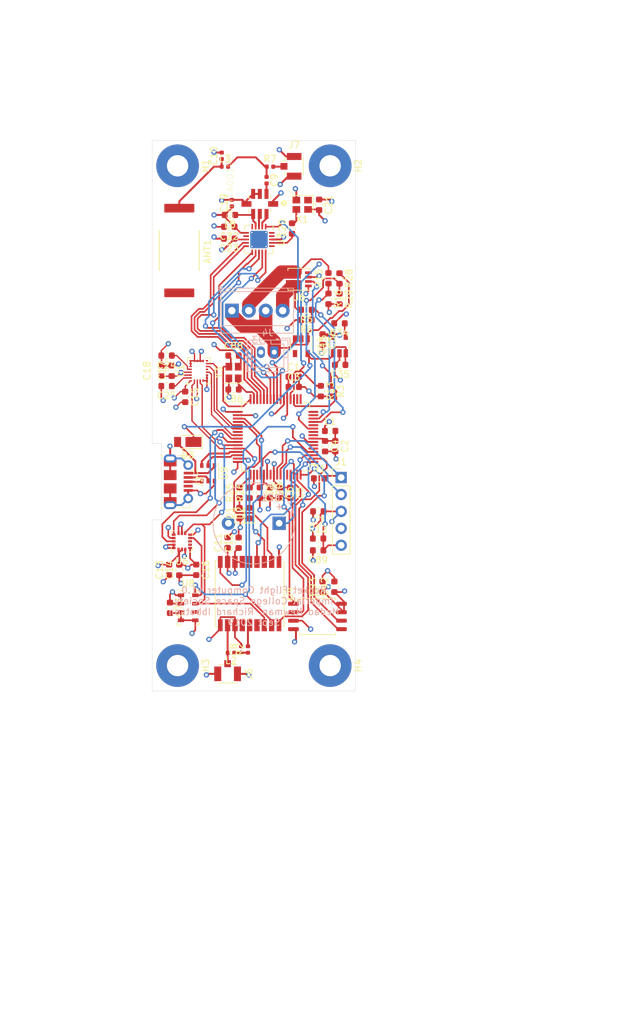
<source format=kicad_pcb>
(kicad_pcb (version 20171130) (host pcbnew "(5.1.2)-1")
  (title_block (title "PCB for Project Mach 1 flight computer") (date 2019-09-16) (company "Imperial College Space Society") (comment 1 "Richard Ibbotson, Medad Newman"))
  (layers (0 F.Cu signal) (1 GND.Cu power hide) (2 VCC.Cu power hide) (31 B.Cu signal) (34 B.Paste user hide) (35 F.Paste user hide) (36 B.SilkS user hide) (37 F.SilkS user) (38 B.Mask user hide) (39 F.Mask user) (44 Edge.Cuts user))
  (net 0 "")
  (net 1 GND)
  (net 2 +3V3)
  (net 3 "Net-(C2-Pad1)")
  (net 4 "Net-(C20-Pad2)")
  (net 5 "Net-(C20-Pad1)")
  (net 6 /MCU/XIN)
  (net 7 /MCU/XOUT)
  (net 8 "Net-(C89-Pad1)")
  (net 9 "Net-(C90-Pad1)")
  (net 10 /MCU/SWCLK)
  (net 11 /MCU/SWDIO)
  (net 12 /MCU/USB_DM)
  (net 13 /pyro_driver/FIRE_A)
  (net 14 /pyro_driver/FIRE_B)
  (net 15 /pyro_driver/FET_B)
  (net 16 /MCU/MCU_SCLK1)
  (net 17 /MCU/MCU_MISO1)
  (net 18 /MCU/MCU_MOSI1)
  (net 19 /MCU/MCU_NSEL1)
  (net 20 /gps/GPS_RXD)
  (net 21 /gps/GPS_1PPS)
  (net 22 /gps/GPS_NRES)
  (net 23 /gps/GPS_SDA)
  (net 24 /gps/GPS_SCL)
  (net 25 /gps/GPS_NSAFEBOOT)
  (net 26 /MCU/MCU_NSEL4)
  (net 27 /MCU/MCU_MISO4)
  (net 28 /MCU/MCU_MOSI4)
  (net 29 /MCU/MCU_SCLK4)
  (net 30 /sensors/ACCL_RDY)
  (net 31 /sensors/GYRO_RDY)
  (net 32 "Net-(D1-Pad2)")
  (net 33 "Net-(D2-Pad2)")
  (net 34 /power_supply/USB_DM)
  (net 35 /pyro_driver/FET_A)
  (net 36 /MCU/LED_RED)
  (net 37 /MCU/LED_BLUE)
  (net 38 /sensors/MAG_RDY)
  (net 39 "Net-(C9-Pad2)")
  (net 40 "Net-(C34-Pad1)")
  (net 41 "Net-(C35-Pad1)")
  (net 42 Vdrive)
  (net 43 "Net-(C8-Pad1)")
  (net 44 "Net-(C9-Pad1)")
  (net 45 "Net-(J6-Pad1)")
  (net 46 "Net-(L8-Pad1)")
  (net 47 "Net-(R2-Pad2)")
  (net 48 "Net-(U2-Pad7)")
  (net 49 "Net-(U2-Pad8)")
  (net 50 VBUS)
  (net 51 "Net-(J2-Pad2)")
  (net 52 "Net-(J2-Pad3)")
  (net 53 "Net-(ANT1-Pad1)")
  (net 54 /MCU/BUZZER)
  (net 55 /MCU/MCU_PA04)
  (net 56 /MCU/MCU_PA05)
  (net 57 /MCU/MCU_PB08)
  (net 58 /MCU/MCU_PB11)
  (net 59 /MCU/MCU_PA12)
  (net 60 /MCU/MCU_PA13)
  (net 61 /MCU/GPS_RXD0)
  (net 62 /MCU/MCU_PB10)
  (net 63 "Net-(J7-Pad1)")
  (net 64 "Net-(ANT1-Pad2)")
  (net 65 "Net-(J2-Pad4)")
  (net 66 "Net-(U3-Pad20)")
  (net 67 "Net-(U3-Pad19)")
  (net 68 "Net-(U3-Pad16)")
  (net 69 "Net-(U3-Pad7)")
  (net 70 "Net-(U3-Pad5)")
  (net 71 "Net-(U4-Pad5)")
  (net 72 "Net-(U4-Pad13)")
  (net 73 "Net-(U4-Pad15)")
  (net 74 "Net-(U7-Pad5)")
  (net 75 "Net-(U7-Pad6)")
  (net 76 "Net-(U7-Pad9)")
  (net 77 "Net-(U7-Pad10)")
  (net 78 "Net-(U7-Pad12)")
  (net 79 "Net-(U7-Pad39)")
  (net 80 "Net-(U7-Pad51)")
  (net 81 "Net-(U7-Pad55)")
  (net 82 "Net-(U7-Pad59)")
  (net 83 "Net-(U7-Pad60)")
  (net 84 "Net-(U8-Pad6)")
  (net 85 "Net-(U14-Pad4)")
  (net 86 "Net-(X1-Pad1)")
  (net 87 "Net-(U7-Pad15)")
  (net 88 "Net-(U7-Pad16)")
  (net 89 "Net-(U7-Pad17)")
  (net 90 "Net-(U7-Pad18)")
  (net 91 "Net-(U1-Pad10)")
  (net 92 "Net-(U1-Pad13)")
  (net 93 "Net-(C24-Pad1)")
  (net 94 "Net-(C25-Pad1)")
  (net 95 /sensors/H_ACCL_INT2)
  (net 96 /sensors/H_ACCL_INT1)
  (module Capacitor_SMD:C_0603_1608Metric (layer F.Cu) (at 94.488 94.615 180)
    (fp_text reference C25 (at 0 -1.43) (layer F.SilkS))
    (fp_text value 100nF)
    (pad 1 smd roundrect (at -0.7875 0 180) (size 0.875 0.95) (layers F.Cu F.Paste F.Mask) (net 94 "Net-(C25-Pad1)"))
    (pad 2 smd roundrect (at 0.7875 0 180) (size 0.875 0.95) (layers F.Cu F.Paste F.Mask) (net 1 GND))
  )
  (module Resistor_SMD:R_0603_1608Metric (layer F.Cu) (at 117.602 95.377 270)
    (fp_text reference R13 (at 0 -1.43 90) (layer F.SilkS))
    (fp_text value 3.3K)
    (pad 1 smd roundrect (at -0.7875 0 270) (size 0.875 0.95) (layers F.Cu F.Paste F.Mask) (net 14 /pyro_driver/FIRE_B))
    (pad 2 smd roundrect (at 0.7875 0 270) (size 0.875 0.95) (layers F.Cu F.Paste F.Mask) (net 1 GND))
  )
  (module Resistor_SMD:R_0603_1608Metric (layer F.Cu) (at 119.126 95.377 270)
    (fp_text reference R3 (at 0 -1.43 90) (layer F.SilkS))
    (fp_text value 3.3K)
    (pad 2 smd roundrect (at 0.7875 0 270) (size 0.875 0.95) (layers F.Cu F.Paste F.Mask) (net 1 GND))
    (pad 1 smd roundrect (at -0.7875 0 270) (size 0.875 0.95) (layers F.Cu F.Paste F.Mask) (net 13 /pyro_driver/FIRE_A))
  )
  (module Package_LGA:LGA-8_3x5mm_P1.25mm (layer F.Cu) (at 97.722 127.859)
    (fp_text reference U8 (at 0 -3.65) (layer F.SilkS))
    (fp_text value MS5607-02BA)
    (pad 4 smd rect (at -1.075 1.875) (size 0.95 0.55) (layers F.Cu F.Paste F.Mask) (net 1 GND))
    (pad 1 smd rect (at -1.075 -1.875) (size 0.95 0.55) (layers F.Cu F.Paste F.Mask) (net 2 +3V3))
    (pad 2 smd rect (at -1.075 -0.625) (size 0.95 0.55) (layers F.Cu F.Paste F.Mask) (net 2 +3V3))
    (pad 3 smd rect (at -1.075 0.625) (size 0.95 0.55) (layers F.Cu F.Paste F.Mask) (net 1 GND))
    (pad 8 smd rect (at 1.075 -1.875) (size 0.95 0.55) (layers F.Cu F.Paste F.Mask) (net 24 /gps/GPS_SCL))
    (pad 7 smd rect (at 1.075 -0.625) (size 0.95 0.55) (layers F.Cu F.Paste F.Mask) (net 23 /gps/GPS_SDA))
    (pad 6 smd rect (at 1.075 0.625) (size 0.95 0.55) (layers F.Cu F.Paste F.Mask) (net 84 "Net-(U8-Pad6)"))
    (pad 5 smd rect (at 1.075 1.875) (size 0.95 0.55) (layers F.Cu F.Paste F.Mask) (net 1 GND))
  )
  (module Capacitor_SMD:C_0603_1608Metric (layer F.Cu) (at 94.996 127.866 270)
    (fp_text reference C77 (at 0 -1.43 90) (layer F.SilkS))
    (fp_text value 220nF)
    (pad 1 smd roundrect (at -0.7875 0 270) (size 0.875 0.95) (layers F.Cu F.Paste F.Mask) (net 2 +3V3))
    (pad 2 smd roundrect (at 0.7875 0 270) (size 0.875 0.95) (layers F.Cu F.Paste F.Mask) (net 1 GND))
  )
  (module flight-computer:TFLGA-16_3x3mm (layer F.Cu) (at 96.782 117.901 180)
    (fp_text reference U5 (at 0 -3) (layer F.SilkS))
    (fp_text value H3LIS100DL)
    (pad 8 smd rect (at 0.5 1.225 180) (size 0.35 0.55) (layers F.Cu F.Paste F.Mask) (net 2 +3V3))
    (pad 7 smd rect (at 0 1.225 180) (size 0.35 0.55) (layers F.Cu F.Paste F.Mask) (net 2 +3V3))
    (pad 6 smd rect (at -0.5 1.225 180) (size 0.35 0.55) (layers F.Cu F.Paste F.Mask) (net 23 /gps/GPS_SDA))
    (pad 13 smd rect (at 1.225 -1 180) (size 0.55 0.35) (layers F.Cu F.Paste F.Mask) (net 1 GND))
    (pad 12 smd rect (at 1.225 -0.5 180) (size 0.55 0.35) (layers F.Cu F.Paste F.Mask) (net 1 GND))
    (pad 9 smd rect (at 1.225 1 180) (size 0.55 0.35) (layers F.Cu F.Paste F.Mask) (net 95 /sensors/H_ACCL_INT2))
    (pad 10 smd rect (at 1.225 0.5 180) (size 0.55 0.35) (layers F.Cu F.Paste F.Mask) (net 1 GND))
    (pad 11 smd rect (at 1.225 0 180) (size 0.55 0.35) (layers F.Cu F.Paste F.Mask) (net 96 /sensors/H_ACCL_INT1))
    (pad 14 smd rect (at 0.5 -1.225 180) (size 0.35 0.55) (layers F.Cu F.Paste F.Mask) (net 2 +3V3))
    (pad 16 smd rect (at -0.5 -1.225 180) (size 0.35 0.55) (layers F.Cu F.Paste F.Mask) (net 1 GND))
    (pad 15 smd rect (at 0 -1.225 180) (size 0.35 0.55) (layers F.Cu F.Paste F.Mask) (net 2 +3V3))
    (pad 5 smd rect (at -1.225 1 180) (size 0.55 0.35) (layers F.Cu F.Paste F.Mask) (net 1 GND))
    (pad 4 smd rect (at -1.225 0.5 180) (size 0.55 0.35) (layers F.Cu F.Paste F.Mask) (net 24 /gps/GPS_SCL))
    (pad 1 smd rect (at -1.225 -1 180) (size 0.55 0.35) (layers F.Cu F.Paste F.Mask) (net 2 +3V3))
    (pad 2 smd rect (at -1.225 -0.5 180) (size 0.55 0.35) (layers F.Cu F.Paste F.Mask))
    (pad 3 smd rect (at -1.225 0 180) (size 0.55 0.35) (layers F.Cu F.Paste F.Mask))
  )
  (module flight-computer:TerminalBlock_TE_282834-4_1x04_P2.54mm_Horizontal (layer B.Cu) (at 104.267 83.312)
    (fp_text reference J3 (at 3.81 4.37 180) (layer B.SilkS) (effects (justify mirror)))
    (fp_text value Screw_Terminal_01x04)
    (pad 4 thru_hole circle (at 7.62 0) (size 2.1 2.1) (drill 1.1) (layers *.Cu *.Mask) (net 35 /pyro_driver/FET_A))
    (pad 3 thru_hole circle (at 5.08 0) (size 2.1 2.1) (drill 1.1) (layers *.Cu *.Mask) (net 42 Vdrive))
    (pad 2 thru_hole circle (at 2.54 0) (size 2.1 2.1) (drill 1.1) (layers *.Cu *.Mask) (net 15 /pyro_driver/FET_B))
    (pad 1 thru_hole rect (at 0 0) (size 2.1 2.1) (drill 1.1) (layers *.Cu *.Mask) (net 42 Vdrive))
  )
  (module flight-computer:Crystal_SMD_2520-4Pin_2.5x2.0mm (layer F.Cu) (at 104.521 92.583 90)
    (fp_text reference Y3 (at 0 -2.2 90) (layer F.SilkS))
    (fp_text value 16MHz)
    (pad 4 smd rect (at -0.875 -0.7 90) (size 1.15 1) (layers F.Cu F.Paste F.Mask) (net 1 GND))
    (pad 3 smd rect (at 0.875 -0.7 90) (size 1.15 1) (layers F.Cu F.Paste F.Mask) (net 7 /MCU/XOUT))
    (pad 2 smd rect (at 0.875 0.7 90) (size 1.15 1) (layers F.Cu F.Paste F.Mask) (net 1 GND))
    (pad 1 smd rect (at -0.875 0.7 90) (size 1.15 1) (layers F.Cu F.Paste F.Mask) (net 6 /MCU/XIN))
  )
  (module MountingHole:MountingHole_3.2mm_M3_Pad (layer F.Cu) (at 118.999 61.595 270)
    (fp_text reference H2 (at 0 -4.2 90) (layer F.SilkS))
    (fp_text value MountingHole_Pad)
    (pad 1 thru_hole circle (at 0 0 270) (size 6.4 6.4) (drill 3.2) (layers *.Cu *.Mask) (net 1 GND))
  )
  (module Package_SO:Vishay_PowerPAK_1212-8_Dual (layer F.Cu) (at 114.3 78.613 180)
    (fp_text reference U6 (at 0 -2.7) (layer F.SilkS))
    (fp_text value Si7232DN)
    (pad 6 smd custom (at 0.5575 -0.6075 180) (size 1.725 0.99) (layers F.Cu F.Paste F.Mask) (net 35 /pyro_driver/FET_A) (options (clearance outline) (anchor rect)) (primitives (gr_poly (pts (xy 0.6125 0.495) (xy 1.3725 0.495) (xy 1.3725 0.09) (xy 0.8625 0.09) (xy 0.8625 -0.165) (xy 1.3725 -0.165) (xy 1.3725 -0.5875) (xy 0.6125 -0.5875)) (width 0))))
    (pad 5 smd custom (at 0.5575 0.6075 180) (size 1.725 0.99) (layers F.Cu F.Paste F.Mask) (net 15 /pyro_driver/FET_B) (options (clearance outline) (anchor rect)) (primitives (gr_poly (pts (xy 0.6125 -0.495) (xy 1.3725 -0.495) (xy 1.3725 -0.09) (xy 0.8625 -0.09) (xy 0.8625 0.165) (xy 1.3725 0.165) (xy 1.3725 0.5875) (xy 0.6125 0.5875)) (width 0))))
    (pad 4 smd rect (at -1.435 0.99 180) (size 0.99 0.405) (layers F.Cu F.Paste F.Mask) (net 14 /pyro_driver/FIRE_B))
    (pad 3 smd rect (at -1.435 0.33 180) (size 0.99 0.405) (layers F.Cu F.Paste F.Mask) (net 1 GND))
    (pad 2 smd rect (at -1.435 -0.33 180) (size 0.99 0.405) (layers F.Cu F.Paste F.Mask) (net 13 /pyro_driver/FIRE_A))
    (pad 1 smd rect (at -1.435 -0.99 180) (size 0.99 0.405) (layers F.Cu F.Paste F.Mask) (net 1 GND))
  )
  (module Resistor_SMD:R_0603_1608Metric (layer F.Cu) (at 120.396 78.486 270)
    (fp_text reference R28 (at 0 -1.43 90) (layer F.SilkS))
    (fp_text value 100K)
    (pad 2 smd roundrect (at 0.7875 0 270) (size 0.875 0.95) (layers F.Cu F.Paste F.Mask) (net 57 /MCU/MCU_PB08))
    (pad 1 smd roundrect (at -0.7875 0 270) (size 0.875 0.95) (layers F.Cu F.Paste F.Mask) (net 42 Vdrive))
  )
  (module Resistor_SMD:R_0603_1608Metric (layer F.Cu) (at 115.443 84.709 180)
    (fp_text reference R6 (at 0 -1.43) (layer F.SilkS))
    (fp_text value 27K)
    (pad 1 smd roundrect (at -0.7875 0 180) (size 0.875 0.95) (layers F.Cu F.Paste F.Mask) (net 55 /MCU/MCU_PA04))
    (pad 2 smd roundrect (at 0.7875 0 180) (size 0.875 0.95) (layers F.Cu F.Paste F.Mask) (net 1 GND))
  )
  (module Resistor_SMD:R_0603_1608Metric (layer F.Cu) (at 120.396 81.5595 270)
    (fp_text reference R29 (at 0 -1.43 90) (layer F.SilkS))
    (fp_text value 100K)
    (pad 1 smd roundrect (at -0.7875 0 270) (size 0.875 0.95) (layers F.Cu F.Paste F.Mask) (net 57 /MCU/MCU_PB08))
    (pad 2 smd roundrect (at 0.7875 0 270) (size 0.875 0.95) (layers F.Cu F.Paste F.Mask) (net 1 GND))
  )
  (module Connector_PinHeader_2.54mm:PinHeader_1x05_P2.54mm_Vertical (layer F.Cu) (at 120.65 108.331)
    (fp_text reference J1 (at 0 -2.33) (layer F.SilkS))
    (fp_text value Conn_01x05)
    (pad 1 thru_hole rect (at 0 0) (size 1.7 1.7) (drill 1) (layers *.Cu *.Mask) (net 10 /MCU/SWCLK))
    (pad 2 thru_hole oval (at 0 2.54) (size 1.7 1.7) (drill 1) (layers *.Cu *.Mask) (net 11 /MCU/SWDIO))
    (pad 3 thru_hole oval (at 0 5.08) (size 1.7 1.7) (drill 1) (layers *.Cu *.Mask) (net 2 +3V3))
    (pad 4 thru_hole oval (at 0 7.62) (size 1.7 1.7) (drill 1) (layers *.Cu *.Mask) (net 1 GND))
    (pad 5 thru_hole oval (at 0 10.16) (size 1.7 1.7) (drill 1) (layers *.Cu *.Mask) (net 8 "Net-(C89-Pad1)"))
  )
  (module Resistor_SMD:R_0603_1608Metric (layer F.Cu) (at 118.745 78.4605 90)
    (fp_text reference R15 (at 0 -1.43 90) (layer F.SilkS))
    (fp_text value 100K)
    (pad 1 smd roundrect (at -0.7875 0 90) (size 0.875 0.95) (layers F.Cu F.Paste F.Mask) (net 56 /MCU/MCU_PA05))
    (pad 2 smd roundrect (at 0.7875 0 90) (size 0.875 0.95) (layers F.Cu F.Paste F.Mask) (net 15 /pyro_driver/FET_B))
  )
  (module Resistor_SMD:R_0603_1608Metric (layer F.Cu) (at 118.745 81.534 270)
    (fp_text reference R16 (at 0 -1.43 90) (layer F.SilkS))
    (fp_text value 27K)
    (pad 1 smd roundrect (at -0.7875 0 270) (size 0.875 0.95) (layers F.Cu F.Paste F.Mask) (net 56 /MCU/MCU_PA05))
    (pad 2 smd roundrect (at 0.7875 0 270) (size 0.875 0.95) (layers F.Cu F.Paste F.Mask) (net 1 GND))
  )
  (module Capacitor_SMD:C_0603_1608Metric (layer F.Cu) (at 113.538 93.218)
    (fp_text reference C1 (at 0 -1.43) (layer F.SilkS))
    (fp_text value 10uF)
    (pad 1 smd roundrect (at -0.7875 0) (size 0.875 0.95) (layers F.Cu F.Paste F.Mask) (net 2 +3V3))
    (pad 2 smd roundrect (at 0.7875 0) (size 0.875 0.95) (layers F.Cu F.Paste F.Mask) (net 1 GND))
  )
  (module Capacitor_SMD:C_0603_1608Metric (layer F.Cu) (at 113.538 94.742)
    (fp_text reference C3 (at 0 -1.43) (layer F.SilkS))
    (fp_text value 100nF)
    (pad 2 smd roundrect (at 0.7875 0) (size 0.875 0.95) (layers F.Cu F.Paste F.Mask) (net 1 GND))
    (pad 1 smd roundrect (at -0.7875 0) (size 0.875 0.95) (layers F.Cu F.Paste F.Mask) (net 2 +3V3))
  )
  (module Connector_JST:JST_PH_B2B-PH-K_1x02_P2.00mm_Vertical (layer B.Cu) (at 110.617 89.535 180)
    (fp_text reference J4 (at 1 2.9 180) (layer B.SilkS) (effects (justify mirror)))
    (fp_text value Conn_01x02)
    (pad 1 thru_hole roundrect (at 0 0 180) (size 1.2 1.75) (drill 0.75) (layers *.Cu *.Mask) (roundrect_rratio 0.208333) (net 42 Vdrive))
    (pad 2 thru_hole oval (at 2 0 180) (size 1.2 1.75) (drill 0.75) (layers *.Cu *.Mask) (net 1 GND))
  )
  (module Capacitor_SMD:C_0603_1608Metric (layer F.Cu) (at 117.856 87.63 270)
    (fp_text reference C36 (at 0 -1.43 90) (layer F.SilkS))
    (fp_text value 1uF)
    (pad 2 smd roundrect (at 0.7875 0 270) (size 0.875 0.95) (layers F.Cu F.Paste F.Mask) (net 1 GND))
    (pad 1 smd roundrect (at -0.7875 0 270) (size 0.875 0.95) (layers F.Cu F.Paste F.Mask) (net 2 +3V3))
  )
  (module Capacitor_SMD:C_0603_1608Metric (layer F.Cu) (at 120.4975 91.44 180)
    (fp_text reference C35 (at 0 -1.43) (layer F.SilkS))
    (fp_text value 1uF)
    (pad 1 smd roundrect (at -0.7875 0 180) (size 0.875 0.95) (layers F.Cu F.Paste F.Mask) (net 41 "Net-(C35-Pad1)"))
    (pad 2 smd roundrect (at 0.7875 0 180) (size 0.875 0.95) (layers F.Cu F.Paste F.Mask) (net 1 GND))
  )
  (module Package_TO_SOT_SMD:SOT-23-5 (layer F.Cu) (at 114.681 88.646 270)
    (fp_text reference U14 (at 0 -2.9 90) (layer F.SilkS))
    (fp_text value MAX40200AUK)
    (pad 5 smd rect (at 1.1 -0.95 270) (size 1.06 0.65) (layers F.Cu F.Paste F.Mask) (net 41 "Net-(C35-Pad1)"))
    (pad 4 smd rect (at 1.1 0.95 270) (size 1.06 0.65) (layers F.Cu F.Paste F.Mask) (net 85 "Net-(U14-Pad4)"))
    (pad 3 smd rect (at -1.1 0.95 270) (size 1.06 0.65) (layers F.Cu F.Paste F.Mask) (net 42 Vdrive))
    (pad 2 smd rect (at -1.1 0 270) (size 1.06 0.65) (layers F.Cu F.Paste F.Mask) (net 1 GND))
    (pad 1 smd rect (at -1.1 -0.95 270) (size 1.06 0.65) (layers F.Cu F.Paste F.Mask) (net 42 Vdrive))
  )
  (module Package_TO_SOT_SMD:TSOT-23-5 (layer F.Cu) (at 120.396 88.392 90)
    (fp_text reference U15 (at 0 -2.45 90) (layer F.SilkS))
    (fp_text value LD3985M33R_TSOT23)
    (pad 1 smd rect (at -1.31 -0.95 90) (size 1.22 0.65) (layers F.Cu F.Paste F.Mask) (net 41 "Net-(C35-Pad1)"))
    (pad 2 smd rect (at -1.31 0 90) (size 1.22 0.65) (layers F.Cu F.Paste F.Mask) (net 1 GND))
    (pad 3 smd rect (at -1.31 0.95 90) (size 1.22 0.65) (layers F.Cu F.Paste F.Mask) (net 41 "Net-(C35-Pad1)"))
    (pad 4 smd rect (at 1.31 0.95 90) (size 1.22 0.65) (layers F.Cu F.Paste F.Mask) (net 40 "Net-(C34-Pad1)"))
    (pad 5 smd rect (at 1.31 -0.95 90) (size 1.22 0.65) (layers F.Cu F.Paste F.Mask) (net 2 +3V3))
  )
  (module Resistor_SMD:R_0402_1005Metric (layer F.Cu) (at 109.982 61.722)
    (fp_text reference R7 (at 0 -1.17) (layer F.SilkS))
    (fp_text value NF)
    (pad 1 smd roundrect (at -0.485 0) (size 0.59 0.64) (layers F.Cu F.Paste F.Mask) (net 44 "Net-(C9-Pad1)"))
    (pad 2 smd roundrect (at 0.485 0) (size 0.59 0.64) (layers F.Cu F.Paste F.Mask) (net 63 "Net-(J7-Pad1)"))
  )
  (module Capacitor_SMD:C_0603_1608Metric (layer F.Cu) (at 103.886 70.739 180)
    (fp_text reference C22 (at 0 -1.43) (layer F.SilkS))
    (fp_text value 1uF)
    (pad 2 smd roundrect (at 0.7875 0 180) (size 0.875 0.95) (layers F.Cu F.Paste F.Mask) (net 1 GND))
    (pad 1 smd roundrect (at -0.7875 0 180) (size 0.875 0.95) (layers F.Cu F.Paste F.Mask) (net 2 +3V3))
  )
  (module Inductor_SMD:L_0603_1608Metric (layer F.Cu) (at 103.9875 68.961 180)
    (fp_text reference L8 (at 0 -1.43) (layer F.SilkS))
    (fp_text value 220nH)
    (pad 2 smd roundrect (at 0.7875 0 180) (size 0.875 0.95) (layers F.Cu F.Paste F.Mask) (net 2 +3V3))
    (pad 1 smd roundrect (at -0.7875 0 180) (size 0.875 0.95) (layers F.Cu F.Paste F.Mask) (net 46 "Net-(L8-Pad1)"))
  )
  (module Johanson_frontend:BALUN_0433BM41A0019E (layer F.Cu) (at 108.458 67.31 270)
    (fp_text reference U2 (at -1.27 -4.445 90) (layer F.SilkS) (effects (font (thickness 0.05))))
    (fp_text value 0433BM41A0019E (at -0.635 4.445 90) (layer F.SilkS) (effects (font (thickness 0.05))))
    (pad 1 smd rect (at 0 -2) (size 1.5 0.85) (layers F.Cu F.Paste F.Mask) (net 1 GND))
    (pad 5 smd rect (at 0 2) (size 1.5 0.85) (layers F.Cu F.Paste F.Mask) (net 1 GND))
    (pad 6 smd rect (at 1.5 1 270) (size 1.5 0.6) (layers F.Cu F.Paste F.Mask) (net 46 "Net-(L8-Pad1)"))
    (pad 8 smd rect (at 1.5 -1 270) (size 1.5 0.6) (layers F.Cu F.Paste F.Mask) (net 49 "Net-(U2-Pad8)"))
    (pad 7 smd rect (at 1.5 0 270) (size 1.5 0.6) (layers F.Cu F.Paste F.Mask) (net 48 "Net-(U2-Pad7)"))
    (pad 4 smd rect (at -1.5 1 270) (size 1.5 0.6) (layers F.Cu F.Paste F.Mask) (net 1 GND))
    (pad 2 smd rect (at -1.5 -1 270) (size 1.5 0.6) (layers F.Cu F.Paste F.Mask) (net 39 "Net-(C9-Pad2)"))
    (pad 3 smd rect (at -1.5 0 270) (size 1.5 0.6) (layers F.Cu F.Paste F.Mask) (net 1 GND))
  )
  (module Capacitor_SMD:C_0402_1005Metric (layer F.Cu) (at 109.474 63.754 270)
    (fp_text reference C9 (at 0 -1.17 90) (layer F.SilkS))
    (fp_text value 270pF)
    (pad 1 smd roundrect (at -0.485 0 270) (size 0.59 0.64) (layers F.Cu F.Paste F.Mask) (net 44 "Net-(C9-Pad1)"))
    (pad 2 smd roundrect (at 0.485 0 270) (size 0.59 0.64) (layers F.Cu F.Paste F.Mask) (net 39 "Net-(C9-Pad2)"))
  )
  (module Resistor_SMD:R_0402_1005Metric (layer F.Cu) (at 106.68 134.112 90)
    (fp_text reference R2 (at 0 -1.17 90) (layer F.SilkS))
    (fp_text value "10 Ohm")
    (pad 1 smd roundrect (at -0.485 0 90) (size 0.59 0.64) (layers F.Cu F.Paste F.Mask) (net 43 "Net-(C8-Pad1)"))
    (pad 2 smd roundrect (at 0.485 0 90) (size 0.59 0.64) (layers F.Cu F.Paste F.Mask) (net 47 "Net-(R2-Pad2)"))
  )
  (module MountingHole:MountingHole_3.2mm_M3_Pad (layer F.Cu) (at 96.139 136.525 270)
    (fp_text reference H3 (at 0 -4.2 90) (layer F.SilkS))
    (fp_text value MountingHole_Pad)
    (pad 1 thru_hole circle (at 0 0 270) (size 6.4 6.4) (drill 3.2) (layers *.Cu *.Mask) (net 1 GND))
  )
  (module RF_GPS:ublox_MAX (layer F.Cu) (at 106.934 125.73 270)
    (fp_text reference U4 (at 0 -6 90) (layer F.SilkS))
    (fp_text value MAX-M8C)
    (pad 1 smd rect (at -4.75 -4.4 270) (size 1.8 0.7) (layers F.Cu F.Paste F.Mask) (net 1 GND))
    (pad 2 smd rect (at -4.75 -3.3 270) (size 1.8 0.8) (layers F.Cu F.Paste F.Mask) (net 61 /MCU/GPS_RXD0))
    (pad 3 smd rect (at -4.75 -2.2 270) (size 1.8 0.8) (layers F.Cu F.Paste F.Mask) (net 20 /gps/GPS_RXD))
    (pad 4 smd rect (at -4.75 -1.1 270) (size 1.8 0.8) (layers F.Cu F.Paste F.Mask) (net 21 /gps/GPS_1PPS))
    (pad 5 smd rect (at -4.75 0 270) (size 1.8 0.8) (layers F.Cu F.Paste F.Mask) (net 71 "Net-(U4-Pad5)"))
    (pad 6 smd rect (at -4.75 1.1 270) (size 1.8 0.8) (layers F.Cu F.Paste F.Mask) (net 2 +3V3))
    (pad 7 smd rect (at -4.75 2.2 270) (size 1.8 0.8) (layers F.Cu F.Paste F.Mask) (net 2 +3V3))
    (pad 8 smd rect (at -4.75 3.3 270) (size 1.8 0.8) (layers F.Cu F.Paste F.Mask) (net 2 +3V3))
    (pad 9 smd rect (at -4.75 4.4 270) (size 1.8 0.7) (layers F.Cu F.Paste F.Mask) (net 22 /gps/GPS_NRES))
    (pad 10 smd rect (at 4.75 4.4 270) (size 1.8 0.7) (layers F.Cu F.Paste F.Mask) (net 1 GND))
    (pad 11 smd rect (at 4.75 3.3 270) (size 1.8 0.8) (layers F.Cu F.Paste F.Mask) (net 45 "Net-(J6-Pad1)"))
    (pad 12 smd rect (at 4.75 2.2 270) (size 1.8 0.8) (layers F.Cu F.Paste F.Mask) (net 1 GND))
    (pad 13 smd rect (at 4.75 1.1 270) (size 1.8 0.8) (layers F.Cu F.Paste F.Mask) (net 72 "Net-(U4-Pad13)"))
    (pad 14 smd rect (at 4.75 0 270) (size 1.8 0.8) (layers F.Cu F.Paste F.Mask) (net 47 "Net-(R2-Pad2)"))
    (pad 15 smd rect (at 4.75 -1.1 270) (size 1.8 0.8) (layers F.Cu F.Paste F.Mask) (net 73 "Net-(U4-Pad15)"))
    (pad 16 smd rect (at 4.75 -2.2 270) (size 1.8 0.8) (layers F.Cu F.Paste F.Mask) (net 23 /gps/GPS_SDA))
    (pad 17 smd rect (at 4.75 -3.3 270) (size 1.8 0.8) (layers F.Cu F.Paste F.Mask) (net 24 /gps/GPS_SCL))
    (pad 18 smd rect (at 4.75 -4.4 270) (size 1.8 0.7) (layers F.Cu F.Paste F.Mask) (net 25 /gps/GPS_NSAFEBOOT))
  )
  (module Buzzer_Beeper:Buzzer_12x9.5RM7.6 (layer B.Cu) (at 111.359 115.189 180)
    (fp_text reference BZ1 (at 1.27 3.81 180) (layer B.SilkS) (effects (justify mirror)))
    (fp_text value Buzzer)
    (fp_text user + (at -0.01 2.54 180) (layer B.SilkS) (effects (justify mirror)))
    (pad 1 thru_hole rect (at 0 0 180) (size 2 2) (drill 1) (layers *.Cu *.Mask) (net 54 /MCU/BUZZER))
    (pad 2 thru_hole circle (at 7.6 0 180) (size 2 2) (drill 1) (layers *.Cu *.Mask) (net 1 GND))
  )
  (module Capacitor_SMD:C_0603_1608Metric (layer F.Cu) (at 119.761 103.632 270)
    (fp_text reference C2 (at 0 -1.43 90) (layer F.SilkS))
    (fp_text value 10uF)
    (pad 1 smd roundrect (at -0.7875 0 270) (size 0.875 0.95) (layers F.Cu F.Paste F.Mask) (net 3 "Net-(C2-Pad1)"))
    (pad 2 smd roundrect (at 0.7875 0 270) (size 0.875 0.95) (layers F.Cu F.Paste F.Mask) (net 1 GND))
  )
  (module Capacitor_SMD:C_0603_1608Metric (layer F.Cu) (at 118.237 103.632 270)
    (fp_text reference C4 (at 0 -1.43 90) (layer F.SilkS))
    (fp_text value 100nF)
    (pad 2 smd roundrect (at 0.7875 0 270) (size 0.875 0.95) (layers F.Cu F.Paste F.Mask) (net 1 GND))
    (pad 1 smd roundrect (at -0.7875 0 270) (size 0.875 0.95) (layers F.Cu F.Paste F.Mask) (net 3 "Net-(C2-Pad1)"))
  )
  (module Capacitor_SMD:C_0603_1608Metric (layer F.Cu) (at 113.03 110.617 270)
    (fp_text reference C5 (at 0 -1.43 90) (layer F.SilkS))
    (fp_text value 10uF)
    (pad 1 smd roundrect (at -0.7875 0 270) (size 0.875 0.95) (layers F.Cu F.Paste F.Mask) (net 2 +3V3))
    (pad 2 smd roundrect (at 0.7875 0 270) (size 0.875 0.95) (layers F.Cu F.Paste F.Mask) (net 1 GND))
  )
  (module Capacitor_SMD:C_0603_1608Metric (layer F.Cu) (at 111.506 110.617 270)
    (fp_text reference C6 (at 0 -1.43 90) (layer F.SilkS))
    (fp_text value 100nF)
    (pad 2 smd roundrect (at 0.7875 0 270) (size 0.875 0.95) (layers F.Cu F.Paste F.Mask) (net 1 GND))
    (pad 1 smd roundrect (at -0.7875 0 270) (size 0.875 0.95) (layers F.Cu F.Paste F.Mask) (net 2 +3V3))
  )
  (module Capacitor_SMD:C_0603_1608Metric (layer F.Cu) (at 109.982 110.617 270)
    (fp_text reference C90 (at 0 -1.43 90) (layer F.SilkS))
    (fp_text value 1uF)
    (pad 1 smd roundrect (at -0.7875 0 270) (size 0.875 0.95) (layers F.Cu F.Paste F.Mask) (net 9 "Net-(C90-Pad1)"))
    (pad 2 smd roundrect (at 0.7875 0 270) (size 0.875 0.95) (layers F.Cu F.Paste F.Mask) (net 1 GND))
  )
  (module Capacitor_SMD:C_0603_1608Metric (layer F.Cu) (at 108.458 110.617 270)
    (fp_text reference C91 (at 0 -1.43 90) (layer F.SilkS))
    (fp_text value 100nF)
    (pad 2 smd roundrect (at 0.7875 0 270) (size 0.875 0.95) (layers F.Cu F.Paste F.Mask) (net 1 GND))
    (pad 1 smd roundrect (at -0.7875 0 270) (size 0.875 0.95) (layers F.Cu F.Paste F.Mask) (net 9 "Net-(C90-Pad1)"))
  )
  (module Capacitor_SMD:C_0603_1608Metric (layer F.Cu) (at 119.634 124.714 90)
    (fp_text reference C92 (at 0 -1.43 90) (layer F.SilkS))
    (fp_text value 10uF)
    (pad 1 smd roundrect (at -0.7875 0 90) (size 0.875 0.95) (layers F.Cu F.Paste F.Mask) (net 2 +3V3))
    (pad 2 smd roundrect (at 0.7875 0 90) (size 0.875 0.95) (layers F.Cu F.Paste F.Mask) (net 1 GND))
  )
  (module Capacitor_SMD:C_0603_1608Metric (layer F.Cu) (at 117.856 124.714 90)
    (fp_text reference C93 (at 0 -1.43 90) (layer F.SilkS))
    (fp_text value 100nF)
    (pad 2 smd roundrect (at 0.7875 0 90) (size 0.875 0.95) (layers F.Cu F.Paste F.Mask) (net 1 GND))
    (pad 1 smd roundrect (at -0.7875 0 90) (size 0.875 0.95) (layers F.Cu F.Paste F.Mask) (net 2 +3V3))
  )
  (module LED_SMD:LED_0603_1608Metric (layer F.Cu) (at 105.41 113.665 90)
    (fp_text reference D1 (at 0 -1.43 90) (layer F.SilkS))
    (fp_text value RED_LED)
    (pad 1 smd roundrect (at -0.7875 0 90) (size 0.875 0.95) (layers F.Cu F.Paste F.Mask) (net 1 GND))
    (pad 2 smd roundrect (at 0.7875 0 90) (size 0.875 0.95) (layers F.Cu F.Paste F.Mask) (net 32 "Net-(D1-Pad2)"))
  )
  (module LED_SMD:LED_0603_1608Metric (layer F.Cu) (at 106.934 113.665 90)
    (fp_text reference D2 (at 0 -1.43 90) (layer F.SilkS))
    (fp_text value BLUE_LED)
    (pad 2 smd roundrect (at 0.7875 0 90) (size 0.875 0.95) (layers F.Cu F.Paste F.Mask) (net 33 "Net-(D2-Pad2)"))
    (pad 1 smd roundrect (at -0.7875 0 90) (size 0.875 0.95) (layers F.Cu F.Paste F.Mask) (net 1 GND))
  )
  (module MountingHole:MountingHole_3.2mm_M3_Pad (layer F.Cu) (at 96.139 61.595 270)
    (fp_text reference H1 (at 0 -4.2 90) (layer F.SilkS))
    (fp_text value MountingHole_Pad)
    (pad 1 thru_hole circle (at 0 0 270) (size 6.4 6.4) (drill 3.2) (layers *.Cu *.Mask) (net 1 GND))
  )
  (module MountingHole:MountingHole_3.2mm_M3_Pad (layer F.Cu) (at 118.999 136.525 270)
    (fp_text reference H4 (at 0 -4.2 90) (layer F.SilkS))
    (fp_text value MountingHole_Pad)
    (pad 1 thru_hole circle (at 0 0 270) (size 6.4 6.4) (drill 3.2) (layers *.Cu *.Mask) (net 1 GND))
  )
  (module Inductor_SMD:L_0603_1608Metric (layer F.Cu) (at 118.999 101.346)
    (fp_text reference L1 (at 0 -1.43) (layer F.SilkS))
    (fp_text value L_Core_Ferrite)
    (pad 1 smd roundrect (at -0.7875 0) (size 0.875 0.95) (layers F.Cu F.Paste F.Mask) (net 2 +3V3))
    (pad 2 smd roundrect (at 0.7875 0) (size 0.875 0.95) (layers F.Cu F.Paste F.Mask) (net 3 "Net-(C2-Pad1)"))
  )
  (module Resistor_SMD:R_0603_1608Metric (layer F.Cu) (at 105.41 110.617 90)
    (fp_text reference R25 (at 0 -1.43 90) (layer F.SilkS))
    (fp_text value 1K)
    (pad 2 smd roundrect (at 0.7875 0 90) (size 0.875 0.95) (layers F.Cu F.Paste F.Mask) (net 36 /MCU/LED_RED))
    (pad 1 smd roundrect (at -0.7875 0 90) (size 0.875 0.95) (layers F.Cu F.Paste F.Mask) (net 32 "Net-(D1-Pad2)"))
  )
  (module Resistor_SMD:R_0603_1608Metric (layer F.Cu) (at 106.934 110.617 90)
    (fp_text reference R26 (at 0 -1.43 90) (layer F.SilkS))
    (fp_text value 1K)
    (pad 1 smd roundrect (at -0.7875 0 90) (size 0.875 0.95) (layers F.Cu F.Paste F.Mask) (net 33 "Net-(D2-Pad2)"))
    (pad 2 smd roundrect (at 0.7875 0 90) (size 0.875 0.95) (layers F.Cu F.Paste F.Mask) (net 37 /MCU/LED_BLUE))
  )
  (module Capacitor_SMD:C_0402_1005Metric (layer F.Cu) (at 105.664 134.112 90)
    (fp_text reference C8 (at 0 -1.17 90) (layer F.SilkS))
    (fp_text value 10nF)
    (pad 1 smd roundrect (at -0.485 0 90) (size 0.59 0.64) (layers F.Cu F.Paste F.Mask) (net 43 "Net-(C8-Pad1)"))
    (pad 2 smd roundrect (at 0.485 0 90) (size 0.59 0.64) (layers F.Cu F.Paste F.Mask) (net 1 GND))
  )
  (module Connector_Coaxial:U.FL_Hirose_U.FL-R-SMT-1_Vertical (layer F.Cu) (at 103.632 137.287 270)
    (fp_text reference J6 (at 0.475 -3.2 90) (layer F.SilkS))
    (fp_text value Conn_Coaxial)
    (pad 2 smd rect (at 0.475 1.475 270) (size 2.2 1.05) (layers F.Cu F.Paste F.Mask) (net 1 GND))
    (pad 1 smd rect (at -1.05 0 270) (size 1.05 1) (layers F.Cu F.Paste F.Mask) (net 45 "Net-(J6-Pad1)"))
    (pad 2 smd rect (at 0.475 -1.475 270) (size 2.2 1.05) (layers F.Cu F.Paste F.Mask) (net 1 GND))
  )
  (module Resistor_SMD:R_0402_1005Metric (layer F.Cu) (at 104.14 134.62 180)
    (fp_text reference L2 (at 0 -1.17) (layer F.SilkS))
    (fp_text value 27nH)
    (pad 2 smd roundrect (at 0.485 0 180) (size 0.59 0.64) (layers F.Cu F.Paste F.Mask) (net 45 "Net-(J6-Pad1)"))
    (pad 1 smd roundrect (at -0.485 0 180) (size 0.59 0.64) (layers F.Cu F.Paste F.Mask) (net 43 "Net-(C8-Pad1)"))
  )
  (module Package_SO:TSOP-6_1.65x3.05mm_P0.95mm (layer F.Cu) (at 100.711 107.696 270)
    (fp_text reference U9 (at 0 -2.45 90) (layer F.SilkS))
    (fp_text value STF202-22T1G)
    (pad 6 smd rect (at 1.16 -0.95 270) (size 0.7 0.51) (layers F.Cu F.Paste F.Mask) (net 1 GND))
    (pad 5 smd rect (at 1.16 0 270) (size 0.7 0.51) (layers F.Cu F.Paste F.Mask) (net 51 "Net-(J2-Pad2)"))
    (pad 4 smd rect (at 1.16 0.95 270) (size 0.7 0.51) (layers F.Cu F.Paste F.Mask) (net 52 "Net-(J2-Pad3)"))
    (pad 3 smd rect (at -1.16 0.95 270) (size 0.7 0.51) (layers F.Cu F.Paste F.Mask) (net 12 /MCU/USB_DM))
    (pad 2 smd rect (at -1.16 0 270) (size 0.7 0.51) (layers F.Cu F.Paste F.Mask) (net 34 /power_supply/USB_DM))
    (pad 1 smd rect (at -1.16 -0.95 270) (size 0.7 0.51) (layers F.Cu F.Paste F.Mask) (net 50 VBUS))
  )
  (module Capacitor_SMD:C_0603_1608Metric (layer F.Cu) (at 103.632 118.0845 90)
    (fp_text reference C11 (at 0 -1.43 90) (layer F.SilkS))
    (fp_text value 100nF)
    (pad 2 smd roundrect (at 0.7875 0 90) (size 0.875 0.95) (layers F.Cu F.Paste F.Mask) (net 1 GND))
    (pad 1 smd roundrect (at -0.7875 0 90) (size 0.875 0.95) (layers F.Cu F.Paste F.Mask) (net 2 +3V3))
  )
  (module Capacitor_SMD:C_0603_1608Metric (layer F.Cu) (at 105.283 118.11 90)
    (fp_text reference C12 (at 0 -1.43 90) (layer F.SilkS))
    (fp_text value 10uF)
    (pad 1 smd roundrect (at -0.7875 0 90) (size 0.875 0.95) (layers F.Cu F.Paste F.Mask) (net 2 +3V3))
    (pad 2 smd roundrect (at 0.7875 0 90) (size 0.875 0.95) (layers F.Cu F.Paste F.Mask) (net 1 GND))
  )
  (module Capacitor_SMD:C_0603_1608Metric (layer F.Cu) (at 117.221 113.411 180)
    (fp_text reference C7 (at 0 -1.43) (layer F.SilkS))
    (fp_text value 100nF)
    (pad 2 smd roundrect (at 0.7875 0 180) (size 0.875 0.95) (layers F.Cu F.Paste F.Mask) (net 1 GND))
    (pad 1 smd roundrect (at -0.7875 0 180) (size 0.875 0.95) (layers F.Cu F.Paste F.Mask) (net 2 +3V3))
  )
  (module Capacitor_SMD:C_0402_1005Metric (layer F.Cu) (at 102.743 60.094 90)
    (fp_text reference C10 (at 0 -1.17 90) (layer F.SilkS))
    (fp_text value NF)
    (pad 1 smd roundrect (at -0.485 0 90) (size 0.59 0.64) (layers F.Cu F.Paste F.Mask) (net 53 "Net-(ANT1-Pad1)"))
    (pad 2 smd roundrect (at 0.485 0 90) (size 0.59 0.64) (layers F.Cu F.Paste F.Mask) (net 1 GND))
  )
  (module Capacitor_SMD:C_0402_1005Metric (layer F.Cu) (at 104.267 67.183 90)
    (fp_text reference C19 (at 0 -1.17 90) (layer F.SilkS))
    (fp_text value 270pf)
    (pad 1 smd roundrect (at -0.485 0 90) (size 0.59 0.64) (layers F.Cu F.Paste F.Mask) (net 2 +3V3))
    (pad 2 smd roundrect (at 0.485 0 90) (size 0.59 0.64) (layers F.Cu F.Paste F.Mask) (net 1 GND))
  )
  (module Capacitor_SMD:C_0603_1608Metric (layer F.Cu) (at 103.886 72.517 180)
    (fp_text reference C23 (at 0 -1.43) (layer F.SilkS))
    (fp_text value 100nF)
    (pad 1 smd roundrect (at -0.7875 0 180) (size 0.875 0.95) (layers F.Cu F.Paste F.Mask) (net 2 +3V3))
    (pad 2 smd roundrect (at 0.7875 0 180) (size 0.875 0.95) (layers F.Cu F.Paste F.Mask) (net 1 GND))
  )
  (module Capacitor_SMD:C_0603_1608Metric (layer F.Cu) (at 117.1955 119.253 180)
    (fp_text reference C89 (at 0 -1.43) (layer F.SilkS))
    (fp_text value 100nF)
    (pad 1 smd roundrect (at -0.7875 0 180) (size 0.875 0.95) (layers F.Cu F.Paste F.Mask) (net 8 "Net-(C89-Pad1)"))
    (pad 2 smd roundrect (at 0.7875 0 180) (size 0.875 0.95) (layers F.Cu F.Paste F.Mask) (net 1 GND))
  )
  (module Diode_SMD:D_PowerDI-123 (layer F.Cu) (at 97.663 102.997 180)
    (fp_text reference D3 (at 0 -2) (layer F.SilkS))
    (fp_text value DFLS130L)
    (pad 2 smd rect (at 1.525 0) (size 1.05 1.5) (layers F.Cu F.Paste F.Mask) (net 50 VBUS))
    (pad 1 smd rect (at -0.85 0) (size 2.4 1.5) (layers F.Cu F.Paste F.Mask) (net 41 "Net-(C35-Pad1)"))
  )
  (module Connector_Coaxial:U.FL_Hirose_U.FL-R-SMT-1_Vertical (layer F.Cu) (at 113.124 61.673)
    (fp_text reference J7 (at 0.475 -3.2) (layer F.SilkS))
    (fp_text value Conn_Coaxial)
    (pad 2 smd rect (at 0.475 1.475) (size 2.2 1.05) (layers F.Cu F.Paste F.Mask) (net 1 GND))
    (pad 1 smd rect (at -1.05 0) (size 1.05 1) (layers F.Cu F.Paste F.Mask) (net 63 "Net-(J7-Pad1)"))
    (pad 2 smd rect (at 0.475 -1.475) (size 2.2 1.05) (layers F.Cu F.Paste F.Mask) (net 1 GND))
  )
  (module Inductor_SMD:L_0402_1005Metric (layer F.Cu) (at 103.228 61.722)
    (fp_text reference L3 (at 0 -1.17) (layer F.SilkS))
    (fp_text value 0R)
    (pad 1 smd roundrect (at -0.485 0) (size 0.59 0.64) (layers F.Cu F.Paste F.Mask) (net 53 "Net-(ANT1-Pad1)"))
    (pad 2 smd roundrect (at 0.485 0) (size 0.59 0.64) (layers F.Cu F.Paste F.Mask) (net 44 "Net-(C9-Pad1)"))
  )
  (module Resistor_SMD:R_0603_1608Metric (layer F.Cu) (at 117.348 108.458)
    (fp_text reference R1 (at 0 -1.43) (layer F.SilkS))
    (fp_text value 1K)
    (pad 1 smd roundrect (at -0.7875 0) (size 0.875 0.95) (layers F.Cu F.Paste F.Mask) (net 2 +3V3))
    (pad 2 smd roundrect (at 0.7875 0) (size 0.875 0.95) (layers F.Cu F.Paste F.Mask) (net 10 /MCU/SWCLK))
  )
  (module Resistor_SMD:R_0603_1608Metric (layer F.Cu) (at 115.443 83.185 180)
    (fp_text reference R5 (at 0 -1.43) (layer F.SilkS))
    (fp_text value 100K)
    (pad 2 smd roundrect (at 0.7875 0 180) (size 0.875 0.95) (layers F.Cu F.Paste F.Mask) (net 35 /pyro_driver/FET_A))
    (pad 1 smd roundrect (at -0.7875 0 180) (size 0.875 0.95) (layers F.Cu F.Paste F.Mask) (net 55 /MCU/MCU_PA04))
  )
  (module Resistor_SMD:R_0603_1608Metric (layer F.Cu) (at 117.1955 117.475)
    (fp_text reference R12 (at 0 -1.43) (layer F.SilkS))
    (fp_text value 1K)
    (pad 2 smd roundrect (at 0.7875 0) (size 0.875 0.95) (layers F.Cu F.Paste F.Mask) (net 8 "Net-(C89-Pad1)"))
    (pad 1 smd roundrect (at -0.7875 0) (size 0.875 0.95) (layers F.Cu F.Paste F.Mask) (net 2 +3V3))
  )
  (module Package_DFN_QFN:QFN-20-1EP_4x4mm_P0.5mm_EP2.6x2.6mm_ThermalVias (layer F.Cu) (at 108.331 72.644 270)
    (fp_text reference U3 (at 0 -3.3 90) (layer F.SilkS))
    (fp_text value Si4463)
    (pad 20 smd roundrect (at -1 -1.925 270) (size 0.25 0.85) (layers F.Cu F.Paste F.Mask) (net 66 "Net-(U3-Pad20)"))
    (pad 19 smd roundrect (at -0.5 -1.925 270) (size 0.25 0.85) (layers F.Cu F.Paste F.Mask) (net 67 "Net-(U3-Pad19)"))
    (pad 18 smd roundrect (at 0 -1.925 270) (size 0.25 0.85) (layers F.Cu F.Paste F.Mask) (net 1 GND))
    (pad 17 smd roundrect (at 0.5 -1.925 270) (size 0.25 0.85) (layers F.Cu F.Paste F.Mask) (net 5 "Net-(C20-Pad1)"))
    (pad 16 smd roundrect (at 1 -1.925 270) (size 0.25 0.85) (layers F.Cu F.Paste F.Mask) (net 68 "Net-(U3-Pad16)"))
    (pad 15 smd roundrect (at 1.925 -1 270) (size 0.85 0.25) (layers F.Cu F.Paste F.Mask) (net 19 /MCU/MCU_NSEL1))
    (pad 14 smd roundrect (at 1.925 -0.5 270) (size 0.85 0.25) (layers F.Cu F.Paste F.Mask) (net 18 /MCU/MCU_MOSI1))
    (pad 13 smd roundrect (at 1.925 0 270) (size 0.85 0.25) (layers F.Cu F.Paste F.Mask) (net 17 /MCU/MCU_MISO1))
    (pad 12 smd roundrect (at 1.925 0.5 270) (size 0.85 0.25) (layers F.Cu F.Paste F.Mask) (net 16 /MCU/MCU_SCLK1))
    (pad 11 smd roundrect (at 1.925 1 270) (size 0.85 0.25) (layers F.Cu F.Paste F.Mask) (net 62 /MCU/MCU_PB10))
    (pad 10 smd roundrect (at 1 1.925 270) (size 0.25 0.85) (layers F.Cu F.Paste F.Mask) (net 59 /MCU/MCU_PA12))
    (pad 9 smd roundrect (at 0.5 1.925 270) (size 0.25 0.85) (layers F.Cu F.Paste F.Mask) (net 60 /MCU/MCU_PA13))
    (pad 8 smd roundrect (at 0 1.925 270) (size 0.25 0.85) (layers F.Cu F.Paste F.Mask) (net 2 +3V3))
    (pad 7 smd roundrect (at -0.5 1.925 270) (size 0.25 0.85) (layers F.Cu F.Paste F.Mask) (net 69 "Net-(U3-Pad7)"))
    (pad 6 smd roundrect (at -1 1.925 270) (size 0.25 0.85) (layers F.Cu F.Paste F.Mask) (net 2 +3V3))
    (pad 5 smd roundrect (at -1.925 1 270) (size 0.85 0.25) (layers F.Cu F.Paste F.Mask) (net 70 "Net-(U3-Pad5)"))
    (pad 4 smd roundrect (at -1.925 0.5 270) (size 0.85 0.25) (layers F.Cu F.Paste F.Mask) (net 46 "Net-(L8-Pad1)"))
    (pad 3 smd roundrect (at -1.925 0 270) (size 0.85 0.25) (layers F.Cu F.Paste F.Mask) (net 48 "Net-(U2-Pad7)"))
    (pad 2 smd roundrect (at -1.925 -0.5 270) (size 0.85 0.25) (layers F.Cu F.Paste F.Mask) (net 49 "Net-(U2-Pad8)"))
    (pad 1 smd roundrect (at -1.925 -1 270) (size 0.85 0.25) (layers F.Cu F.Paste F.Mask) (net 58 /MCU/MCU_PB11))
    (pad 21 smd roundrect (at 0 0 270) (size 2.6 2.6) (layers B.Cu) (roundrect_rratio 0.096154) (net 1 GND))
    (pad 21 thru_hole circle (at 1.05 1.05 270) (size 0.5 0.5) (drill 0.2) (layers *.Cu) (net 1 GND))
    (pad 21 thru_hole circle (at -1.05 1.05 270) (size 0.5 0.5) (drill 0.2) (layers *.Cu) (net 1 GND))
    (pad 21 thru_hole circle (at 1.05 -1.05 270) (size 0.5 0.5) (drill 0.2) (layers *.Cu) (net 1 GND))
    (pad 21 thru_hole circle (at -1.05 -1.05 270) (size 0.5 0.5) (drill 0.2) (layers *.Cu) (net 1 GND))
    (pad 21 smd roundrect (at 0 0 270) (size 2.6 2.6) (layers F.Cu F.Mask) (roundrect_rratio 0.096154) (net 1 GND))
  )
  (module flight-computer:Yageo434 (layer F.Cu) (at 96.393 74.295 270)
    (fp_text reference ANT1 (at 0.15748 -4.21894 90) (layer F.SilkS))
    (fp_text value Yageo434)
    (pad 2 smd roundrect (at 6.35 0 270) (size 1.3 4.5) (layers F.Cu F.Paste F.Mask) (roundrect_rratio 0.083) (net 64 "Net-(ANT1-Pad2)"))
    (pad 1 smd roundrect (at -6.35 0 270) (size 1.3 4.5) (layers F.Cu F.Paste F.Mask) (roundrect_rratio 0.083) (net 53 "Net-(ANT1-Pad1)"))
  )
  (module flight-computer:USB_Micro-B_Molex-105017-0001 (layer F.Cu) (at 96.266 108.966 270)
    (fp_text reference J2 (at 0 -3.1125 90) (layer F.SilkS))
    (fp_text value USB_B_Micro)
    (pad 6 smd rect (at 1 1.2375 270) (size 1.5 1.9) (layers F.Cu F.Paste F.Mask) (net 1 GND))
    (pad 6 thru_hole circle (at -2.5 -1.4625 270) (size 1.45 1.45) (drill 0.85) (layers *.Cu *.Mask) (net 1 GND))
    (pad 2 smd rect (at -0.65 -1.4625 270) (size 0.4 1.35) (layers F.Cu F.Paste F.Mask) (net 51 "Net-(J2-Pad2)"))
    (pad 1 smd rect (at -1.3 -1.4625 270) (size 0.4 1.35) (layers F.Cu F.Paste F.Mask) (net 50 VBUS))
    (pad 5 smd rect (at 1.3 -1.4625 270) (size 0.4 1.35) (layers F.Cu F.Paste F.Mask) (net 1 GND))
    (pad 4 smd rect (at 0.65 -1.4625 270) (size 0.4 1.35) (layers F.Cu F.Paste F.Mask) (net 65 "Net-(J2-Pad4)"))
    (pad 3 smd rect (at 0 -1.4625 270) (size 0.4 1.35) (layers F.Cu F.Paste F.Mask) (net 52 "Net-(J2-Pad3)"))
    (pad 6 thru_hole circle (at 2.5 -1.4625 270) (size 1.45 1.45) (drill 0.85) (layers *.Cu *.Mask) (net 1 GND))
    (pad 6 smd rect (at -1 1.2375 270) (size 1.5 1.9) (layers F.Cu F.Paste F.Mask) (net 1 GND))
    (pad 6 thru_hole oval (at -3.5 1.2375 90) (size 1.2 1.9) (drill oval 0.6 1.3) (layers *.Cu *.Mask) (net 1 GND))
    (pad 6 thru_hole oval (at 3.5 1.2375 270) (size 1.2 1.9) (drill oval 0.6 1.3) (layers *.Cu *.Mask) (net 1 GND))
    (pad 6 smd rect (at 2.9 1.2375 270) (size 1.2 1.9) (layers F.Cu F.Mask) (net 1 GND))
    (pad 6 smd rect (at -2.9 1.2375 270) (size 1.2 1.9) (layers F.Cu F.Mask) (net 1 GND))
  )
  (module Package_QFP:TQFP-64_10x10mm_P0.5mm (layer F.Cu) (at 110.8185 102.239 180)
    (fp_text reference U7 (at 0 -7.35) (layer F.SilkS))
    (fp_text value ATSAMD21J18A-AU)
    (pad 1 smd roundrect (at -5.6625 -3.75 180) (size 1.475 0.3) (layers F.Cu F.Paste F.Mask) (net 54 /MCU/BUZZER))
    (pad 2 smd roundrect (at -5.6625 -3.25 180) (size 1.475 0.3) (layers F.Cu F.Paste F.Mask) (net 25 /gps/GPS_NSAFEBOOT))
    (pad 3 smd roundrect (at -5.6625 -2.75 180) (size 1.475 0.3) (layers F.Cu F.Paste F.Mask) (net 21 /gps/GPS_1PPS))
    (pad 4 smd roundrect (at -5.6625 -2.25 180) (size 1.475 0.3) (layers F.Cu F.Paste F.Mask) (net 22 /gps/GPS_NRES))
    (pad 5 smd roundrect (at -5.6625 -1.75 180) (size 1.475 0.3) (layers F.Cu F.Paste F.Mask) (net 74 "Net-(U7-Pad5)"))
    (pad 6 smd roundrect (at -5.6625 -1.25 180) (size 1.475 0.3) (layers F.Cu F.Paste F.Mask) (net 75 "Net-(U7-Pad6)"))
    (pad 7 smd roundrect (at -5.6625 -0.75 180) (size 1.475 0.3) (layers F.Cu F.Paste F.Mask) (net 1 GND))
    (pad 8 smd roundrect (at -5.6625 -0.25 180) (size 1.475 0.3) (layers F.Cu F.Paste F.Mask) (net 3 "Net-(C2-Pad1)"))
    (pad 9 smd roundrect (at -5.6625 0.25 180) (size 1.475 0.3) (layers F.Cu F.Paste F.Mask) (net 76 "Net-(U7-Pad9)"))
    (pad 10 smd roundrect (at -5.6625 0.75 180) (size 1.475 0.3) (layers F.Cu F.Paste F.Mask) (net 77 "Net-(U7-Pad10)"))
    (pad 11 smd roundrect (at -5.6625 1.25 180) (size 1.475 0.3) (layers F.Cu F.Paste F.Mask) (net 57 /MCU/MCU_PB08))
    (pad 12 smd roundrect (at -5.6625 1.75 180) (size 1.475 0.3) (layers F.Cu F.Paste F.Mask) (net 78 "Net-(U7-Pad12)"))
    (pad 13 smd roundrect (at -5.6625 2.25 180) (size 1.475 0.3) (layers F.Cu F.Paste F.Mask) (net 55 /MCU/MCU_PA04))
    (pad 14 smd roundrect (at -5.6625 2.75 180) (size 1.475 0.3) (layers F.Cu F.Paste F.Mask) (net 56 /MCU/MCU_PA05))
    (pad 15 smd roundrect (at -5.6625 3.25 180) (size 1.475 0.3) (layers F.Cu F.Paste F.Mask) (net 87 "Net-(U7-Pad15)"))
    (pad 16 smd roundrect (at -5.6625 3.75 180) (size 1.475 0.3) (layers F.Cu F.Paste F.Mask) (net 88 "Net-(U7-Pad16)"))
    (pad 17 smd roundrect (at -3.75 5.6625 180) (size 0.3 1.475) (layers F.Cu F.Paste F.Mask) (net 89 "Net-(U7-Pad17)"))
    (pad 18 smd roundrect (at -3.25 5.6625 180) (size 0.3 1.475) (layers F.Cu F.Paste F.Mask) (net 90 "Net-(U7-Pad18)"))
    (pad 19 smd roundrect (at -2.75 5.6625 180) (size 0.3 1.475) (layers F.Cu F.Paste F.Mask) (net 13 /pyro_driver/FIRE_A))
    (pad 20 smd roundrect (at -2.25 5.6625 180) (size 0.3 1.475) (layers F.Cu F.Paste F.Mask) (net 14 /pyro_driver/FIRE_B))
    (pad 21 smd roundrect (at -1.75 5.6625 180) (size 0.3 1.475) (layers F.Cu F.Paste F.Mask) (net 2 +3V3))
    (pad 22 smd roundrect (at -1.25 5.6625 180) (size 0.3 1.475) (layers F.Cu F.Paste F.Mask) (net 1 GND))
    (pad 23 smd roundrect (at -0.75 5.6625 180) (size 0.3 1.475) (layers F.Cu F.Paste F.Mask) (net 62 /MCU/MCU_PB10))
    (pad 24 smd roundrect (at -0.25 5.6625 180) (size 0.3 1.475) (layers F.Cu F.Paste F.Mask) (net 58 /MCU/MCU_PB11))
    (pad 25 smd roundrect (at 0.25 5.6625 180) (size 0.3 1.475) (layers F.Cu F.Paste F.Mask) (net 18 /MCU/MCU_MOSI1))
    (pad 26 smd roundrect (at 0.75 5.6625 180) (size 0.3 1.475) (layers F.Cu F.Paste F.Mask) (net 16 /MCU/MCU_SCLK1))
    (pad 27 smd roundrect (at 1.25 5.6625 180) (size 0.3 1.475) (layers F.Cu F.Paste F.Mask) (net 17 /MCU/MCU_MISO1))
    (pad 28 smd roundrect (at 1.75 5.6625 180) (size 0.3 1.475) (layers F.Cu F.Paste F.Mask) (net 19 /MCU/MCU_NSEL1))
    (pad 29 smd roundrect (at 2.25 5.6625 180) (size 0.3 1.475) (layers F.Cu F.Paste F.Mask) (net 59 /MCU/MCU_PA12))
    (pad 30 smd roundrect (at 2.75 5.6625 180) (size 0.3 1.475) (layers F.Cu F.Paste F.Mask) (net 60 /MCU/MCU_PA13))
    (pad 31 smd roundrect (at 3.25 5.6625 180) (size 0.3 1.475) (layers F.Cu F.Paste F.Mask) (net 6 /MCU/XIN))
    (pad 32 smd roundrect (at 3.75 5.6625 180) (size 0.3 1.475) (layers F.Cu F.Paste F.Mask) (net 7 /MCU/XOUT))
    (pad 33 smd roundrect (at 5.6625 3.75 180) (size 1.475 0.3) (layers F.Cu F.Paste F.Mask) (net 1 GND))
    (pad 34 smd roundrect (at 5.6625 3.25 180) (size 1.475 0.3) (layers F.Cu F.Paste F.Mask) (net 2 +3V3))
    (pad 35 smd roundrect (at 5.6625 2.75 180) (size 1.475 0.3) (layers F.Cu F.Paste F.Mask) (net 20 /gps/GPS_RXD))
    (pad 36 smd roundrect (at 5.6625 2.25 180) (size 1.475 0.3) (layers F.Cu F.Paste F.Mask) (net 61 /MCU/GPS_RXD0))
    (pad 37 smd roundrect (at 5.6625 1.75 180) (size 1.475 0.3) (layers F.Cu F.Paste F.Mask) (net 31 /sensors/GYRO_RDY))
    (pad 38 smd roundrect (at 5.6625 1.25 180) (size 1.475 0.3) (layers F.Cu F.Paste F.Mask) (net 30 /sensors/ACCL_RDY))
    (pad 39 smd roundrect (at 5.6625 0.75 180) (size 1.475 0.3) (layers F.Cu F.Paste F.Mask) (net 79 "Net-(U7-Pad39)"))
    (pad 40 smd roundrect (at 5.6625 0.25 180) (size 1.475 0.3) (layers F.Cu F.Paste F.Mask) (net 38 /sensors/MAG_RDY))
    (pad 41 smd roundrect (at 5.6625 -0.25 180) (size 1.475 0.3) (layers F.Cu F.Paste F.Mask) (net 96 /sensors/H_ACCL_INT1))
    (pad 42 smd roundrect (at 5.6625 -0.75 180) (size 1.475 0.3) (layers F.Cu F.Paste F.Mask) (net 95 /sensors/H_ACCL_INT2))
    (pad 43 smd roundrect (at 5.6625 -1.25 180) (size 1.475 0.3) (layers F.Cu F.Paste F.Mask) (net 23 /gps/GPS_SDA))
    (pad 44 smd roundrect (at 5.6625 -1.75 180) (size 1.475 0.3) (layers F.Cu F.Paste F.Mask) (net 24 /gps/GPS_SCL))
    (pad 45 smd roundrect (at 5.6625 -2.25 180) (size 1.475 0.3) (layers F.Cu F.Paste F.Mask) (net 12 /MCU/USB_DM))
    (pad 46 smd roundrect (at 5.6625 -2.75 180) (size 1.475 0.3) (layers F.Cu F.Paste F.Mask) (net 34 /power_supply/USB_DM))
    (pad 47 smd roundrect (at 5.6625 -3.25 180) (size 1.475 0.3) (layers F.Cu F.Paste F.Mask) (net 1 GND))
    (pad 48 smd roundrect (at 5.6625 -3.75 180) (size 1.475 0.3) (layers F.Cu F.Paste F.Mask) (net 2 +3V3))
    (pad 49 smd roundrect (at 3.75 -5.6625 180) (size 0.3 1.475) (layers F.Cu F.Paste F.Mask) (net 36 /MCU/LED_RED))
    (pad 50 smd roundrect (at 3.25 -5.6625 180) (size 0.3 1.475) (layers F.Cu F.Paste F.Mask) (net 37 /MCU/LED_BLUE))
    (pad 51 smd roundrect (at 2.75 -5.6625 180) (size 0.3 1.475) (layers F.Cu F.Paste F.Mask) (net 80 "Net-(U7-Pad51)"))
    (pad 52 smd roundrect (at 2.25 -5.6625 180) (size 0.3 1.475) (layers F.Cu F.Paste F.Mask) (net 8 "Net-(C89-Pad1)"))
    (pad 53 smd roundrect (at 1.75 -5.6625 180) (size 0.3 1.475) (layers F.Cu F.Paste F.Mask) (net 9 "Net-(C90-Pad1)"))
    (pad 54 smd roundrect (at 1.25 -5.6625 180) (size 0.3 1.475) (layers F.Cu F.Paste F.Mask) (net 1 GND))
    (pad 55 smd roundrect (at 0.75 -5.6625 180) (size 0.3 1.475) (layers F.Cu F.Paste F.Mask) (net 81 "Net-(U7-Pad55)"))
    (pad 56 smd roundrect (at 0.25 -5.6625 180) (size 0.3 1.475) (layers F.Cu F.Paste F.Mask) (net 2 +3V3))
    (pad 57 smd roundrect (at -0.25 -5.6625 180) (size 0.3 1.475) (layers F.Cu F.Paste F.Mask) (net 10 /MCU/SWCLK))
    (pad 58 smd roundrect (at -0.75 -5.6625 180) (size 0.3 1.475) (layers F.Cu F.Paste F.Mask) (net 11 /MCU/SWDIO))
    (pad 59 smd roundrect (at -1.25 -5.6625 180) (size 0.3 1.475) (layers F.Cu F.Paste F.Mask) (net 82 "Net-(U7-Pad59)"))
    (pad 60 smd roundrect (at -1.75 -5.6625 180) (size 0.3 1.475) (layers F.Cu F.Paste F.Mask) (net 83 "Net-(U7-Pad60)"))
    (pad 61 smd roundrect (at -2.25 -5.6625 180) (size 0.3 1.475) (layers F.Cu F.Paste F.Mask) (net 27 /MCU/MCU_MISO4))
    (pad 62 smd roundrect (at -2.75 -5.6625 180) (size 0.3 1.475) (layers F.Cu F.Paste F.Mask) (net 26 /MCU/MCU_NSEL4))
    (pad 63 smd roundrect (at -3.25 -5.6625 180) (size 0.3 1.475) (layers F.Cu F.Paste F.Mask) (net 28 /MCU/MCU_MOSI4))
    (pad 64 smd roundrect (at -3.75 -5.6625 180) (size 0.3 1.475) (layers F.Cu F.Paste F.Mask) (net 29 /MCU/MCU_SCLK4))
  )
  (module Package_SO:SOIC-8_5.23x5.23mm_P1.27mm (layer F.Cu) (at 117.094 129.159)
    (fp_text reference U11 (at 0 -3.56) (layer F.SilkS))
    (fp_text value W25Q64JVSSIM)
    (pad 1 smd roundrect (at -3.6 -1.905) (size 1.6 0.6) (layers F.Cu F.Paste F.Mask) (net 26 /MCU/MCU_NSEL4))
    (pad 2 smd roundrect (at -3.6 -0.635) (size 1.6 0.6) (layers F.Cu F.Paste F.Mask) (net 27 /MCU/MCU_MISO4))
    (pad 3 smd roundrect (at -3.6 0.635) (size 1.6 0.6) (layers F.Cu F.Paste F.Mask) (net 2 +3V3))
    (pad 4 smd roundrect (at -3.6 1.905) (size 1.6 0.6) (layers F.Cu F.Paste F.Mask) (net 1 GND))
    (pad 5 smd roundrect (at 3.6 1.905) (size 1.6 0.6) (layers F.Cu F.Paste F.Mask) (net 28 /MCU/MCU_MOSI4))
    (pad 6 smd roundrect (at 3.6 0.635) (size 1.6 0.6) (layers F.Cu F.Paste F.Mask) (net 29 /MCU/MCU_SCLK4))
    (pad 7 smd roundrect (at 3.6 -0.635) (size 1.6 0.6) (layers F.Cu F.Paste F.Mask) (net 2 +3V3))
    (pad 8 smd roundrect (at 3.6 -1.905) (size 1.6 0.6) (layers F.Cu F.Paste F.Mask) (net 2 +3V3))
  )
  (module Package_LGA:LGA-24L_3x3.5mm_P0.43mm (layer F.Cu) (at 99.314 92.329 90)
    (fp_text reference U1 (at 0 -2.7 90) (layer F.SilkS))
    (fp_text value LSM9DS1)
    (pad 1 smd rect (at -1.505 -1.225 90) (size 0.23 0.35) (layers F.Cu F.Paste F.Mask) (net 2 +3V3))
    (pad 2 smd rect (at -1.475 -0.645 90) (size 0.35 0.23) (layers F.Cu F.Paste F.Mask) (net 24 /gps/GPS_SCL))
    (pad 17 smd rect (at 1.475 -0.645 90) (size 0.35 0.23) (layers F.Cu F.Paste F.Mask) (net 1 GND))
    (pad 3 smd rect (at -1.475 -0.215 90) (size 0.35 0.23) (layers F.Cu F.Paste F.Mask) (net 2 +3V3))
    (pad 16 smd rect (at 1.475 -0.215 90) (size 0.35 0.23) (layers F.Cu F.Paste F.Mask) (net 1 GND))
    (pad 4 smd rect (at -1.475 0.215 90) (size 0.35 0.23) (layers F.Cu F.Paste F.Mask) (net 23 /gps/GPS_SDA))
    (pad 15 smd rect (at 1.475 0.215 90) (size 0.35 0.23) (layers F.Cu F.Paste F.Mask) (net 1 GND))
    (pad 5 smd rect (at -1.475 0.645 90) (size 0.35 0.23) (layers F.Cu F.Paste F.Mask) (net 2 +3V3))
    (pad 14 smd rect (at 1.475 0.645 90) (size 0.35 0.23) (layers F.Cu F.Paste F.Mask) (net 1 GND))
    (pad 24 smd rect (at -1.075 -1.225 90) (size 0.23 0.35) (layers F.Cu F.Paste F.Mask) (net 94 "Net-(C25-Pad1)"))
    (pad 23 smd rect (at -0.645 -1.225 90) (size 0.23 0.35) (layers F.Cu F.Paste F.Mask) (net 2 +3V3))
    (pad 22 smd rect (at -0.215 -1.225 90) (size 0.23 0.35) (layers F.Cu F.Paste F.Mask) (net 2 +3V3))
    (pad 21 smd rect (at 0.215 -1.225 90) (size 0.23 0.35) (layers F.Cu F.Paste F.Mask) (net 93 "Net-(C24-Pad1)"))
    (pad 20 smd rect (at 0.645 -1.225 90) (size 0.23 0.35) (layers F.Cu F.Paste F.Mask) (net 1 GND))
    (pad 19 smd rect (at 1.075 -1.225 90) (size 0.23 0.35) (layers F.Cu F.Paste F.Mask) (net 1 GND))
    (pad 18 smd rect (at 1.505 -1.225 90) (size 0.23 0.35) (layers F.Cu F.Paste F.Mask) (net 1 GND))
    (pad 6 smd rect (at -1.505 1.225 90) (size 0.23 0.35) (layers F.Cu F.Paste F.Mask) (net 2 +3V3))
    (pad 7 smd rect (at -1.075 1.225 90) (size 0.23 0.35) (layers F.Cu F.Paste F.Mask) (net 2 +3V3))
    (pad 8 smd rect (at -0.645 1.225 90) (size 0.23 0.35) (layers F.Cu F.Paste F.Mask) (net 2 +3V3))
    (pad 9 smd rect (at -0.215 1.225 90) (size 0.23 0.35) (layers F.Cu F.Paste F.Mask) (net 38 /sensors/MAG_RDY))
    (pad 10 smd rect (at 0.215 1.225 90) (size 0.23 0.35) (layers F.Cu F.Paste F.Mask) (net 91 "Net-(U1-Pad10)"))
    (pad 11 smd rect (at 0.645 1.225 90) (size 0.23 0.35) (layers F.Cu F.Paste F.Mask) (net 30 /sensors/ACCL_RDY))
    (pad 12 smd rect (at 1.075 1.225 90) (size 0.23 0.35) (layers F.Cu F.Paste F.Mask) (net 31 /sensors/GYRO_RDY))
    (pad 13 smd rect (at 1.505 1.225 90) (size 0.23 0.35) (layers F.Cu F.Paste F.Mask) (net 92 "Net-(U1-Pad13)"))
  )
  (module Capacitor_SMD:C_0603_1608Metric (layer F.Cu) (at 94.869 122.174 90)
    (fp_text reference C13 (at 0 -1.43 90) (layer F.SilkS))
    (fp_text value 10uF)
    (pad 2 smd roundrect (at 0.7875 0 90) (size 0.875 0.95) (layers F.Cu F.Paste F.Mask) (net 2 +3V3))
    (pad 1 smd roundrect (at -0.7875 0 90) (size 0.875 0.95) (layers F.Cu F.Paste F.Mask) (net 1 GND))
  )
  (module Capacitor_SMD:C_0603_1608Metric (layer F.Cu) (at 96.393 122.192501 90)
    (fp_text reference C14 (at 0 -1.43 90) (layer F.SilkS))
    (fp_text value 100nF)
    (pad 1 smd roundrect (at -0.7875 0 90) (size 0.875 0.95) (layers F.Cu F.Paste F.Mask) (net 1 GND))
    (pad 2 smd roundrect (at 0.7875 0 90) (size 0.875 0.95) (layers F.Cu F.Paste F.Mask) (net 2 +3V3))
  )
  (module Capacitor_SMD:C_0603_1608Metric (layer F.Cu) (at 97.282 96.2405 270)
    (fp_text reference C15 (at 0 -1.43 90) (layer F.SilkS))
    (fp_text value 100nF)
    (pad 2 smd roundrect (at 0.7875 0 270) (size 0.875 0.95) (layers F.Cu F.Paste F.Mask) (net 1 GND))
    (pad 1 smd roundrect (at -0.7875 0 270) (size 0.875 0.95) (layers F.Cu F.Paste F.Mask) (net 2 +3V3))
  )
  (module Capacitor_SMD:C_0603_1608Metric (layer F.Cu) (at 98.933 122.174 270)
    (fp_text reference C16 (at 0 -1.43 90) (layer F.SilkS))
    (fp_text value 100nF)
    (pad 1 smd roundrect (at -0.7875 0 270) (size 0.875 0.95) (layers F.Cu F.Paste F.Mask) (net 2 +3V3))
    (pad 2 smd roundrect (at 0.7875 0 270) (size 0.875 0.95) (layers F.Cu F.Paste F.Mask) (net 1 GND))
  )
  (module Capacitor_SMD:C_0603_1608Metric (layer F.Cu) (at 95.25 92.329 90)
    (fp_text reference C17 (at 0 -1.43 90) (layer F.SilkS))
    (fp_text value 100nF)
    (pad 2 smd roundrect (at 0.7875 0 90) (size 0.875 0.95) (layers F.Cu F.Paste F.Mask) (net 1 GND))
    (pad 1 smd roundrect (at -0.7875 0 90) (size 0.875 0.95) (layers F.Cu F.Paste F.Mask) (net 2 +3V3))
  )
  (module Capacitor_SMD:C_0603_1608Metric (layer F.Cu) (at 93.726 92.3545 90)
    (fp_text reference C18 (at 0.0255 -2.159 90) (layer F.SilkS))
    (fp_text value 10uF)
    (pad 1 smd roundrect (at -0.7875 0 90) (size 0.875 0.95) (layers F.Cu F.Paste F.Mask) (net 2 +3V3))
    (pad 2 smd roundrect (at 0.7875 0 90) (size 0.875 0.95) (layers F.Cu F.Paste F.Mask) (net 1 GND))
  )
  (module Capacitor_SMD:C_0603_1608Metric (layer F.Cu) (at 94.488 90.043 180)
    (fp_text reference C24 (at 0 -1.43) (layer F.SilkS))
    (fp_text value 10nF)
    (pad 2 smd roundrect (at 0.7875 0 180) (size 0.875 0.95) (layers F.Cu F.Paste F.Mask) (net 1 GND))
    (pad 1 smd roundrect (at -0.7875 0 180) (size 0.875 0.95) (layers F.Cu F.Paste F.Mask) (net 93 "Net-(C24-Pad1)"))
  )
  (module Capacitor_SMD:C_0603_1608Metric (layer F.Cu) (at 120.396 85.217 180)
    (fp_text reference C34 (at 0 -1.43) (layer F.SilkS))
    (fp_text value 10nF)
    (pad 1 smd roundrect (at -0.7875 0 180) (size 0.875 0.95) (layers F.Cu F.Paste F.Mask) (net 40 "Net-(C34-Pad1)"))
    (pad 2 smd roundrect (at 0.7875 0 180) (size 0.875 0.95) (layers F.Cu F.Paste F.Mask) (net 1 GND))
  )
  (module flight-computer:Crystal_SMD_2520-4Pin_2.5x2.0mm (layer F.Cu) (at 114.808 67.437 180)
    (fp_text reference X1 (at 0 -2.2) (layer F.SilkS))
    (fp_text value TM-32.000-AF3-33-S-Oscillator)
    (pad 1 smd rect (at -0.875 0.7 180) (size 1.15 1) (layers F.Cu F.Paste F.Mask) (net 86 "Net-(X1-Pad1)"))
    (pad 2 smd rect (at 0.875 0.7 180) (size 1.15 1) (layers F.Cu F.Paste F.Mask) (net 1 GND))
    (pad 3 smd rect (at 0.875 -0.7 180) (size 1.15 1) (layers F.Cu F.Paste F.Mask) (net 4 "Net-(C20-Pad2)"))
    (pad 4 smd rect (at -0.875 -0.7 180) (size 1.15 1) (layers F.Cu F.Paste F.Mask) (net 2 +3V3))
  )
  (module Capacitor_SMD:C_0603_1608Metric (layer F.Cu) (at 113.284 70.993 90)
    (fp_text reference C20 (at 0 -1.43 90) (layer F.SilkS))
    (fp_text value 10nF)
    (pad 2 smd roundrect (at 0.7875 0 90) (size 0.875 0.95) (layers F.Cu F.Paste F.Mask) (net 4 "Net-(C20-Pad2)"))
    (pad 1 smd roundrect (at -0.7875 0 90) (size 0.875 0.95) (layers F.Cu F.Paste F.Mask) (net 5 "Net-(C20-Pad1)"))
  )
  (module Capacitor_SMD:C_0603_1608Metric (layer F.Cu) (at 117.348 67.437 270)
    (fp_text reference C21 (at 0 -1.43 90) (layer F.SilkS))
    (fp_text value 33nF)
    (pad 1 smd roundrect (at -0.7875 0 270) (size 0.875 0.95) (layers F.Cu F.Paste F.Mask) (net 1 GND))
    (pad 2 smd roundrect (at 0.7875 0 270) (size 0.875 0.95) (layers F.Cu F.Paste F.Mask) (net 2 +3V3))
  )
  (module Capacitor_SMD:C_0603_1608Metric (layer F.Cu) (at 104.521 95.123 180)
    (fp_text reference C86 (at 0 -1.43) (layer F.SilkS))
    (fp_text value 15pF)
    (pad 1 smd roundrect (at -0.7875 0 180) (size 0.875 0.95) (layers F.Cu F.Paste F.Mask) (net 6 /MCU/XIN))
    (pad 2 smd roundrect (at 0.7875 0 180) (size 0.875 0.95) (layers F.Cu F.Paste F.Mask) (net 1 GND))
  )
  (module Capacitor_SMD:C_0603_1608Metric (layer F.Cu) (at 104.521 90.043)
    (fp_text reference C88 (at 0 -1.43) (layer F.SilkS))
    (fp_text value 15pF)
    (pad 2 smd roundrect (at 0.7875 0) (size 0.875 0.95) (layers F.Cu F.Paste F.Mask) (net 1 GND))
    (pad 1 smd roundrect (at -0.7875 0) (size 0.875 0.95) (layers F.Cu F.Paste F.Mask) (net 7 /MCU/XOUT))
  )
  (gr_text "Rocket Flight Computer v1.0\nImperial College Space Society\nMedad Newman, Richard Ibbotson\nSept 2019" (at 107.569 127.635) (layer B.SilkS) (effects (font (size 1 1)) (justify mirror)))
  (gr_line (start 92.329 140.335) (end 92.329 114.681) (layer Edge.Cuts) (width 0.05))
  (gr_line (start 92.456 103.251) (end 92.329 103.251) (layer Edge.Cuts) (width 0.05))
  (gr_line (start 92.329 97.155) (end 92.329 103.251) (layer Edge.Cuts) (width 0.05))
  (gr_line (start 92.456 114.681) (end 92.329 114.681) (layer Edge.Cuts) (width 0.05))
  (gr_line (start 93.726 114.681) (end 93.726 114.046) (layer Edge.Cuts) (width 0.05))
  (gr_line (start 122.809 140.335) (end 92.329 140.335) (layer Edge.Cuts) (width 0.05))
  (gr_line (start 93.726 114.046) (end 93.726 112.141) (layer Edge.Cuts) (width 0.05))
  (gr_line (start 122.809 57.785) (end 122.809 140.335) (layer Edge.Cuts) (width 0.05))
  (gr_line (start 122.809 57.785) (end 92.329 57.785) (layer Edge.Cuts) (width 0.05))
  (gr_line (start 92.329 57.785) (end 92.329 97.155) (layer Edge.Cuts) (width 0.05))
  (gr_line (start 93.726 103.251) (end 92.456 103.251) (layer Edge.Cuts) (width 0.05))
  (gr_line (start 93.726 112.141) (end 93.726 103.251) (layer Edge.Cuts) (width 0.05))
  (gr_line (start 92.456 114.681) (end 93.726 114.681) (layer Edge.Cuts) (width 0.05))
  (via (at 106.807 137.922) (size 0.8) (drill 0.4) (layers F.Cu B.Cu) (net 1))
  (segment (start 105.107 137.762) (end 106.647 137.762) (width 0.2933) (layer F.Cu) (net 1))
  (segment (start 106.647 137.762) (end 106.807 137.922) (width 0.2933) (layer F.Cu) (net 1))
  (segment (start 105.029 130.775) (end 104.734 130.48) (width 0.2933) (layer F.Cu) (net 1))
  (segment (start 97.7285 110.266) (end 97.7285 111.466) (width 0.2933) (layer F.Cu) (net 1))
  (segment (start 95.0285 109.966) (end 95.0285 111.866) (width 0.2933) (layer F.Cu) (net 1))
  (segment (start 95.0285 107.966) (end 95.0285 106.066) (width 0.2933) (layer F.Cu) (net 1))
  (segment (start 103.7845 117.4495) (end 103.632 117.297) (width 0.25) (layer F.Cu) (net 1))
  (segment (start 118.237 104.4195) (end 119.761 104.4195) (width 0.25) (layer F.Cu) (net 1))
  (segment (start 105.283 117.3225) (end 105.283 116.078) (width 0.25) (layer F.Cu) (net 1))
  (via (at 105.537 115.824) (size 0.8) (drill 0.4) (layers F.Cu B.Cu) (net 1))
  (segment (start 105.461 114.5035) (end 105.41 114.4525) (width 0.25) (layer F.Cu) (net 1))
  (segment (start 106.934 114.4525) (end 105.41 114.4525) (width 0.25) (layer F.Cu) (net 1))
  (via (at 111.379 118.745) (size 0.8) (drill 0.4) (layers F.Cu B.Cu) (net 1))
  (segment (start 111.334 120.98) (end 111.334 118.79) (width 0.2933) (layer F.Cu) (net 1))
  (segment (start 111.334 118.79) (end 111.379 118.745) (width 0.2933) (layer F.Cu) (net 1))
  (via (at 100.457 137.922) (size 0.8) (drill 0.4) (layers F.Cu B.Cu) (net 1))
  (segment (start 102.157 137.762) (end 100.617 137.762) (width 0.2933) (layer F.Cu) (net 1))
  (segment (start 100.617 137.762) (end 100.457 137.922) (width 0.2933) (layer F.Cu) (net 1))
  (segment (start 110.458 67.31) (end 110.49 67.31) (width 0.2933) (layer F.Cu) (net 1))
  (segment (start 105.846 66.698) (end 106.458 67.31) (width 0.2933) (layer F.Cu) (net 1))
  (segment (start 104.267 66.698) (end 105.846 66.698) (width 0.2933) (layer F.Cu) (net 1))
  (via (at 102.743 66.802) (size 0.8) (drill 0.4) (layers F.Cu B.Cu) (net 1))
  (segment (start 96.7285 105.466) (end 97.7285 106.466) (width 0.2933) (layer B.Cu) (net 1))
  (segment (start 95.0285 105.466) (end 96.7285 105.466) (width 0.2933) (layer B.Cu) (net 1))
  (segment (start 96.7285 112.466) (end 97.7285 111.466) (width 0.2933) (layer B.Cu) (net 1))
  (segment (start 95.0285 112.466) (end 96.7285 112.466) (width 0.2933) (layer B.Cu) (net 1))
  (via (at 113.665 132.969) (size 0.8) (drill 0.4) (layers F.Cu B.Cu) (net 1))
  (segment (start 113.875 131.064) (end 113.875 132.759) (width 0.2933) (layer F.Cu) (net 1))
  (segment (start 113.875 132.759) (end 113.665 132.969) (width 0.2933) (layer F.Cu) (net 1))
  (via (at 116.459 120.777) (size 0.8) (drill 0.4) (layers F.Cu B.Cu) (net 1))
  (segment (start 116.408 119.253) (end 116.408 120.726) (width 0.25) (layer F.Cu) (net 1))
  (segment (start 116.408 120.726) (end 116.459 120.777) (width 0.25) (layer F.Cu) (net 1))
  (segment (start 108.458 113.174063) (end 108.475783 113.191846) (width 0.25) (layer F.Cu) (net 1))
  (segment (start 108.458 111.4045) (end 108.458 113.174063) (width 0.25) (layer F.Cu) (net 1))
  (via (at 108.475783 113.191846) (size 0.8) (drill 0.4) (layers F.Cu B.Cu) (net 1))
  (segment (start 114.3255 94.742) (end 114.681 94.742) (width 0.25) (layer F.Cu) (net 1))
  (via (at 116.459 114.681002) (size 0.8) (drill 0.4) (layers F.Cu B.Cu) (net 1))
  (segment (start 116.4335 114.655502) (end 116.459 114.681002) (width 0.25) (layer F.Cu) (net 1))
  (segment (start 116.4335 113.411) (end 116.4335 114.655502) (width 0.25) (layer F.Cu) (net 1))
  (segment (start 105.537 114.5795) (end 105.41 114.4525) (width 0.25) (layer F.Cu) (net 1))
  (segment (start 105.537 115.824) (end 105.537 114.5795) (width 0.25) (layer F.Cu) (net 1))
  (segment (start 102.847 66.698) (end 102.743 66.802) (width 0.2933) (layer F.Cu) (net 1))
  (segment (start 104.267 66.698) (end 102.847 66.698) (width 0.2933) (layer F.Cu) (net 1))
  (segment (start 104.734 130.48) (end 104.734 129.708) (width 0.2933) (layer F.Cu) (net 1))
  (segment (start 111.506 111.4045) (end 113.03 111.4045) (width 0.25) (layer F.Cu) (net 1))
  (via (at 101.600002 70.612) (size 0.8) (drill 0.4) (layers F.Cu B.Cu) (net 1))
  (segment (start 101.727002 70.739) (end 101.600002 70.612) (width 0.25) (layer F.Cu) (net 1))
  (segment (start 103.0985 70.739) (end 101.727002 70.739) (width 0.25) (layer F.Cu) (net 1))
  (via (at 94.996 103.632) (size 0.8) (drill 0.4) (layers F.Cu B.Cu) (net 1))
  (segment (start 95.0285 103.6645) (end 94.996 103.632) (width 0.2933) (layer F.Cu) (net 1))
  (segment (start 95.0285 106.066) (end 95.0285 103.6645) (width 0.2933) (layer F.Cu) (net 1))
  (via (at 104.648 116.458998) (size 0.8) (drill 0.4) (layers F.Cu B.Cu) (net 1))
  (segment (start 103.632 117.297) (end 104.470002 116.458998) (width 0.25) (layer F.Cu) (net 1))
  (segment (start 104.470002 116.458998) (end 104.648 116.458998) (width 0.25) (layer F.Cu) (net 1))
  (segment (start 106.486204 105.505) (end 106.723191 105.741987) (width 0.25) (layer F.Cu) (net 1))
  (via (at 106.723191 105.741987) (size 0.8) (drill 0.4) (layers F.Cu B.Cu) (net 1))
  (segment (start 109.5465 107.9175) (end 109.5465 105.9725) (width 0.25) (layer F.Cu) (net 1))
  (via (at 109.601 105.918) (size 0.8) (drill 0.4) (layers F.Cu B.Cu) (net 1))
  (segment (start 109.5465 105.9725) (end 109.601 105.918) (width 0.25) (layer F.Cu) (net 1))
  (segment (start 105.134 105.505) (end 106.486204 105.505) (width 0.25) (layer F.Cu) (net 1))
  (segment (start 98.797 129.734) (end 96.647 129.734) (width 0.25) (layer F.Cu) (net 1))
  (segment (start 98.797 129.734) (end 98.597 129.734) (width 0.25) (layer F.Cu) (net 1))
  (segment (start 96.4775 128.6535) (end 96.647 128.484) (width 0.25) (layer F.Cu) (net 1))
  (segment (start 94.996 128.6535) (end 96.4775 128.6535) (width 0.25) (layer F.Cu) (net 1))
  (segment (start 95.557 118.901) (end 95.557 118.401) (width 0.25) (layer F.Cu) (net 1))
  (segment (start 94.517 118.901) (end 94.361 118.745) (width 0.25) (layer F.Cu) (net 1))
  (segment (start 95.557 118.901) (end 94.517 118.901) (width 0.25) (layer F.Cu) (net 1))
  (segment (start 94.705 118.401) (end 94.361 118.745) (width 0.25) (layer F.Cu) (net 1))
  (segment (start 95.557 118.401) (end 94.705 118.401) (width 0.25) (layer F.Cu) (net 1))
  (via (at 94.361 118.745) (size 0.8) (drill 0.4) (layers F.Cu B.Cu) (net 1))
  (via (at 97.155 120.142) (size 0.8) (drill 0.4) (layers F.Cu B.Cu) (net 1))
  (segment (start 97.282 119.126) (end 97.282 120.015) (width 0.25) (layer F.Cu) (net 1))
  (segment (start 97.282 120.015) (end 97.155 120.142) (width 0.25) (layer F.Cu) (net 1))
  (segment (start 93.726 90.0685) (end 93.7005 90.043) (width 0.25) (layer F.Cu) (net 1))
  (segment (start 93.726 91.567) (end 93.726 90.0685) (width 0.25) (layer F.Cu) (net 1))
  (via (at 93.98 96.774) (size 0.8) (drill 0.4) (layers F.Cu B.Cu) (net 1))
  (segment (start 93.7005 94.615) (end 93.7005 96.4945) (width 0.25) (layer F.Cu) (net 1))
  (segment (start 93.7005 96.4945) (end 93.98 96.774) (width 0.25) (layer F.Cu) (net 1))
  (segment (start 95.2245 91.567) (end 95.25 91.5415) (width 0.25) (layer F.Cu) (net 1))
  (segment (start 93.726 91.567) (end 95.2245 91.567) (width 0.25) (layer F.Cu) (net 1))
  (segment (start 105.602 90.5115) (end 105.6895 90.424) (width 0.25) (layer F.Cu) (net 1))
  (segment (start 105.602 92.089) (end 105.602 90.5115) (width 0.25) (layer F.Cu) (net 1))
  (segment (start 103.821 95.0355) (end 103.7335 95.123) (width 0.25) (layer F.Cu) (net 1))
  (segment (start 103.821 93.458) (end 103.821 95.0355) (width 0.25) (layer F.Cu) (net 1))
  (via (at 103.87951 96.263185) (size 0.8) (drill 0.4) (layers F.Cu B.Cu) (net 1))
  (segment (start 103.7335 95.123) (end 103.7335 96.117175) (width 0.25) (layer F.Cu) (net 1))
  (segment (start 103.7335 96.117175) (end 103.87951 96.263185) (width 0.25) (layer F.Cu) (net 1))
  (segment (start 120.396 90.754) (end 119.71 91.44) (width 0.25) (layer F.Cu) (net 1))
  (segment (start 120.396 89.702) (end 120.396 90.754) (width 0.25) (layer F.Cu) (net 1))
  (segment (start 114.681 84.7345) (end 114.6555 84.709) (width 0.25) (layer F.Cu) (net 1))
  (segment (start 114.681 87.546) (end 114.681 84.7345) (width 0.25) (layer F.Cu) (net 1))
  (segment (start 114.3255 94.742) (end 114.3255 92.8935) (width 0.25) (layer F.Cu) (net 1))
  (segment (start 117.729 96.2915) (end 117.69566 96.32484) (width 0.25) (layer F.Cu) (net 1))
  (segment (start 117.602 96.1645) (end 119.126 96.1645) (width 0.25) (layer F.Cu) (net 1))
  (segment (start 120.3705 82.3215) (end 120.396 82.347) (width 0.25) (layer F.Cu) (net 1))
  (segment (start 118.745 82.3215) (end 120.3705 82.3215) (width 0.25) (layer F.Cu) (net 1))
  (via (at 118.872 83.566) (size 0.8) (drill 0.4) (layers F.Cu B.Cu) (net 1))
  (segment (start 118.745 82.3215) (end 118.745 83.439) (width 0.25) (layer F.Cu) (net 1))
  (segment (start 118.745 83.439) (end 118.872 83.566) (width 0.25) (layer F.Cu) (net 1))
  (via (at 119.253 66.929) (size 0.8) (drill 0.4) (layers F.Cu B.Cu) (net 1))
  (segment (start 117.348 66.6495) (end 118.9735 66.6495) (width 0.2933) (layer F.Cu) (net 1))
  (segment (start 118.9735 66.6495) (end 119.253 66.929) (width 0.2933) (layer F.Cu) (net 1))
  (segment (start 113.599 60.198) (end 112.776 60.198) (width 0.2933) (layer F.Cu) (net 1))
  (segment (start 113.599 63.148) (end 113.599 63.185) (width 0.2933) (layer F.Cu) (net 1))
  (via (at 94.742 88.265) (size 0.8) (drill 0.4) (layers F.Cu B.Cu) (net 1))
  (segment (start 93.7005 90.043) (end 93.7005 89.3065) (width 0.2) (layer F.Cu) (net 1))
  (segment (start 93.7005 89.3065) (end 94.742 88.265) (width 0.2) (layer F.Cu) (net 1))
  (via (at 95.885 97.79) (size 0.8) (drill 0.4) (layers F.Cu B.Cu) (net 1))
  (segment (start 97.282 97.028) (end 96.647 97.028) (width 0.2) (layer F.Cu) (net 1))
  (segment (start 96.647 97.028) (end 95.885 97.79) (width 0.2) (layer F.Cu) (net 1))
  (via (at 102.965052 98.075948) (size 0.8) (drill 0.4) (layers F.Cu B.Cu) (net 1))
  (segment (start 105.156 98.489) (end 103.378104 98.489) (width 0.25) (layer F.Cu) (net 1))
  (segment (start 103.378104 98.489) (end 102.965052 98.075948) (width 0.25) (layer F.Cu) (net 1))
  (via (at 101.6 88.392) (size 0.8) (drill 0.4) (layers F.Cu B.Cu) (net 1))
  (segment (start 102.45099 89.24299) (end 101.6 88.392) (width 0.25) (layer F.Cu) (net 1))
  (segment (start 105.3085 90.043) (end 104.50849 89.24299) (width 0.25) (layer F.Cu) (net 1))
  (segment (start 104.50849 89.24299) (end 102.45099 89.24299) (width 0.25) (layer F.Cu) (net 1))
  (via (at 119.888 105.537012) (size 0.8) (drill 0.4) (layers F.Cu B.Cu) (net 1))
  (segment (start 119.761 105.410012) (end 119.888 105.537012) (width 0.25) (layer F.Cu) (net 1))
  (segment (start 119.761 104.4195) (end 119.761 105.410012) (width 0.25) (layer F.Cu) (net 1))
  (via (at 114.808 102.108) (size 0.8) (drill 0.4) (layers F.Cu B.Cu) (net 1))
  (segment (start 114.808 102.1535) (end 114.808 102.108) (width 0.25) (layer F.Cu) (net 1))
  (segment (start 116.481 102.989) (end 115.6435 102.989) (width 0.25) (layer F.Cu) (net 1))
  (segment (start 115.6435 102.989) (end 114.808 102.1535) (width 0.25) (layer F.Cu) (net 1))
  (via (at 115.824 95.377) (size 0.8) (drill 0.4) (layers F.Cu B.Cu) (net 1))
  (segment (start 114.3255 94.742) (end 115.189 94.742) (width 0.25) (layer F.Cu) (net 1))
  (segment (start 115.189 94.742) (end 115.824 95.377) (width 0.25) (layer F.Cu) (net 1))
  (segment (start 116.6115 96.1645) (end 115.824 95.377) (width 0.25) (layer F.Cu) (net 1))
  (segment (start 117.602 96.1645) (end 116.6115 96.1645) (width 0.25) (layer F.Cu) (net 1))
  (via (at 110.205654 98.775654) (size 0.8) (drill 0.4) (layers F.Cu B.Cu) (net 1))
  (segment (start 110.706846 98.775654) (end 110.205654 98.775654) (width 0.25) (layer F.Cu) (net 1))
  (segment (start 112.0685 96.5765) (end 112.0685 97.414) (width 0.25) (layer F.Cu) (net 1))
  (segment (start 112.0685 97.414) (end 110.706846 98.775654) (width 0.25) (layer F.Cu) (net 1))
  (via (at 112.537001 85.979) (size 0.8) (drill 0.4) (layers F.Cu B.Cu) (net 1))
  (segment (start 114.6555 84.709) (end 113.807001 84.709) (width 0.25) (layer F.Cu) (net 1))
  (segment (start 113.807001 84.709) (end 112.537001 85.979) (width 0.25) (layer F.Cu) (net 1))
  (segment (start 112.811991 85.979) (end 112.537001 85.979) (width 0.25) (layer B.Cu) (net 1))
  (via (at 120.523 93.726) (size 0.8) (drill 0.4) (layers F.Cu B.Cu) (net 1))
  (segment (start 119.71 91.44) (end 119.71 92.913) (width 0.25) (layer F.Cu) (net 1))
  (segment (start 119.71 92.913) (end 120.523 93.726) (width 0.25) (layer F.Cu) (net 1))
  (via (at 117.729 89.662) (size 0.8) (drill 0.4) (layers F.Cu B.Cu) (net 1))
  (segment (start 117.856 88.4175) (end 117.856 89.535) (width 0.25) (layer F.Cu) (net 1))
  (segment (start 117.856 89.535) (end 117.729 89.662) (width 0.25) (layer F.Cu) (net 1))
  (via (at 121.416653 83.824653) (size 0.8) (drill 0.4) (layers F.Cu B.Cu) (net 1))
  (segment (start 119.6085 85.217) (end 121.000847 83.824653) (width 0.25) (layer F.Cu) (net 1))
  (segment (start 121.000847 83.824653) (end 121.416653 83.824653) (width 0.25) (layer F.Cu) (net 1))
  (via (at 115.357398 80.772) (size 0.8) (drill 0.4) (layers F.Cu B.Cu) (net 1))
  (segment (start 115.735 79.603) (end 115.735 80.394398) (width 0.25) (layer F.Cu) (net 1))
  (segment (start 115.735 80.394398) (end 115.357398 80.772) (width 0.25) (layer F.Cu) (net 1))
  (via (at 112.014 72.263) (size 0.8) (drill 0.4) (layers F.Cu B.Cu) (net 1))
  (segment (start 110.256 72.644) (end 111.633 72.644) (width 0.2933) (layer F.Cu) (net 1))
  (segment (start 111.633 72.644) (end 112.014 72.263) (width 0.2933) (layer F.Cu) (net 1))
  (via (at 99.187 116.205) (size 0.8) (drill 0.4) (layers F.Cu B.Cu) (net 1))
  (segment (start 98.007 116.901) (end 98.491 116.901) (width 0.25) (layer F.Cu) (net 1))
  (segment (start 98.491 116.901) (end 99.187 116.205) (width 0.25) (layer F.Cu) (net 1))
  (via (at 93.98 123.952) (size 0.8) (drill 0.4) (layers F.Cu B.Cu) (net 1))
  (segment (start 94.869 122.9615) (end 94.869 123.063) (width 0.25) (layer F.Cu) (net 1))
  (segment (start 94.869 123.063) (end 93.98 123.952) (width 0.25) (layer F.Cu) (net 1))
  (via (at 96.647 124.206) (size 0.8) (drill 0.4) (layers F.Cu B.Cu) (net 1))
  (segment (start 96.393 122.980001) (end 96.393 123.952) (width 0.25) (layer F.Cu) (net 1))
  (segment (start 96.393 123.952) (end 96.647 124.206) (width 0.25) (layer F.Cu) (net 1))
  (segment (start 98.914499 122.980001) (end 98.933 122.9615) (width 0.25) (layer F.Cu) (net 1))
  (segment (start 96.393 122.980001) (end 98.914499 122.980001) (width 0.25) (layer F.Cu) (net 1))
  (segment (start 104.734 131.63) (end 104.734 130.48) (width 0.25) (layer F.Cu) (net 1))
  (segment (start 104.734 132.302) (end 104.734 131.63) (width 0.25) (layer F.Cu) (net 1))
  (segment (start 105.664 133.232) (end 104.734 132.302) (width 0.25) (layer F.Cu) (net 1))
  (segment (start 105.664 133.627) (end 105.664 133.232) (width 0.25) (layer F.Cu) (net 1))
  (via (at 98.298 131.699) (size 0.8) (drill 0.4) (layers F.Cu B.Cu) (net 1))
  (segment (start 98.797 129.734) (end 98.797 131.2) (width 0.25) (layer F.Cu) (net 1))
  (segment (start 98.797 131.2) (end 98.298 131.699) (width 0.25) (layer F.Cu) (net 1))
  (segment (start 96.647 128.484) (end 96.647 129.734) (width 0.25) (layer F.Cu) (net 1))
  (via (at 100.838 132.588) (size 0.8) (drill 0.4) (layers F.Cu B.Cu) (net 1))
  (segment (start 100.976 132.588) (end 100.838 132.588) (width 0.25) (layer F.Cu) (net 1))
  (segment (start 102.534 130.48) (end 102.534 131.03) (width 0.25) (layer F.Cu) (net 1))
  (segment (start 102.534 131.03) (end 100.976 132.588) (width 0.25) (layer F.Cu) (net 1))
  (segment (start 104.734 129.33) (end 104.734 130.48) (width 0.25) (layer F.Cu) (net 1))
  (segment (start 104.658999 129.254999) (end 104.734 129.33) (width 0.25) (layer F.Cu) (net 1))
  (segment (start 102.609001 129.254999) (end 104.658999 129.254999) (width 0.25) (layer F.Cu) (net 1))
  (segment (start 102.534 129.33) (end 102.609001 129.254999) (width 0.25) (layer F.Cu) (net 1))
  (segment (start 102.534 130.48) (end 102.534 129.33) (width 0.25) (layer F.Cu) (net 1))
  (via (at 118.618 122.301) (size 0.8) (drill 0.4) (layers F.Cu B.Cu) (net 1))
  (segment (start 117.856 123.9265) (end 117.856 123.063) (width 0.25) (layer F.Cu) (net 1))
  (segment (start 117.856 123.063) (end 118.618 122.301) (width 0.25) (layer F.Cu) (net 1))
  (segment (start 119.634 123.317) (end 118.618 122.301) (width 0.25) (layer F.Cu) (net 1))
  (segment (start 119.634 123.9265) (end 119.634 123.317) (width 0.25) (layer F.Cu) (net 1))
  (via (at 109.728 113.03) (size 0.8) (drill 0.4) (layers F.Cu B.Cu) (net 1))
  (segment (start 109.982 111.4045) (end 109.982 112.776) (width 0.25) (layer F.Cu) (net 1))
  (segment (start 109.982 112.776) (end 109.728 113.03) (width 0.25) (layer F.Cu) (net 1))
  (segment (start 111.506 111.4045) (end 109.982 111.4045) (width 0.25) (layer F.Cu) (net 1))
  (segment (start 108.458 111.4045) (end 109.982 111.4045) (width 0.25) (layer F.Cu) (net 1))
  (via (at 96.279025 91.299975) (size 0.8) (drill 0.4) (layers F.Cu B.Cu) (net 1))
  (segment (start 95.25 91.5415) (end 96.0375 91.5415) (width 0.25) (layer F.Cu) (net 1))
  (segment (start 96.0375 91.5415) (end 96.279025 91.299975) (width 0.25) (layer F.Cu) (net 1))
  (segment (start 98.089 91.684) (end 98.089 91.254) (width 0.2) (layer F.Cu) (net 1))
  (segment (start 98.089 91.254) (end 98.089 90.824) (width 0.2) (layer F.Cu) (net 1))
  (segment (start 98.639 90.824) (end 98.669 90.854) (width 0.2) (layer F.Cu) (net 1))
  (segment (start 98.089 90.824) (end 98.639 90.824) (width 0.2) (layer F.Cu) (net 1))
  (segment (start 98.669 90.854) (end 99.099 90.854) (width 0.2) (layer F.Cu) (net 1))
  (segment (start 99.099 90.854) (end 99.529 90.854) (width 0.2) (layer F.Cu) (net 1))
  (segment (start 99.529 90.854) (end 99.959 90.854) (width 0.2) (layer F.Cu) (net 1))
  (via (at 98.298 89.408) (size 0.8) (drill 0.4) (layers F.Cu B.Cu) (net 1))
  (segment (start 98.669 90.854) (end 98.669 89.779) (width 0.2) (layer F.Cu) (net 1))
  (segment (start 98.669 89.779) (end 98.298 89.408) (width 0.2) (layer F.Cu) (net 1))
  (via (at 99.695 89.408) (size 0.8) (drill 0.4) (layers F.Cu B.Cu) (net 1))
  (segment (start 99.529 90.854) (end 99.529 89.574) (width 0.2) (layer F.Cu) (net 1))
  (segment (start 99.529 89.574) (end 99.695 89.408) (width 0.2) (layer F.Cu) (net 1))
  (segment (start 106.458 66.81) (end 107.458 65.81) (width 0.2933) (layer F.Cu) (net 1))
  (segment (start 106.458 67.31) (end 106.458 66.81) (width 0.2933) (layer F.Cu) (net 1))
  (segment (start 107.458 65.81) (end 108.458 65.81) (width 0.2933) (layer F.Cu) (net 1))
  (via (at 111.633 65.659) (size 0.8) (drill 0.4) (layers F.Cu B.Cu) (net 1))
  (segment (start 110.458 67.31) (end 110.458 66.834) (width 0.2933) (layer F.Cu) (net 1))
  (segment (start 110.458 66.834) (end 111.633 65.659) (width 0.2933) (layer F.Cu) (net 1))
  (via (at 113.792 65.024) (size 0.8) (drill 0.4) (layers F.Cu B.Cu) (net 1))
  (segment (start 113.933 66.737) (end 113.933 65.165) (width 0.2933) (layer F.Cu) (net 1))
  (segment (start 113.933 65.165) (end 113.792 65.024) (width 0.2933) (layer F.Cu) (net 1))
  (via (at 111.379 59.182) (size 0.8) (drill 0.4) (layers F.Cu B.Cu) (net 1))
  (segment (start 113.599 60.198) (end 112.395 60.198) (width 0.2933) (layer F.Cu) (net 1))
  (segment (start 112.395 60.198) (end 111.379 59.182) (width 0.2933) (layer F.Cu) (net 1))
  (via (at 111.506 64.389) (size 0.8) (drill 0.4) (layers F.Cu B.Cu) (net 1))
  (segment (start 113.599 63.148) (end 112.747 63.148) (width 0.2933) (layer F.Cu) (net 1))
  (segment (start 112.747 63.148) (end 111.506 64.389) (width 0.2933) (layer F.Cu) (net 1))
  (via (at 101.6 59.563) (size 0.8) (drill 0.4) (layers F.Cu B.Cu) (net 1))
  (segment (start 102.743 59.609) (end 101.646 59.609) (width 0.2933) (layer F.Cu) (net 1))
  (segment (start 101.646 59.609) (end 101.6 59.563) (width 0.2933) (layer F.Cu) (net 1))
  (via (at 101.6 72.263) (size 0.8) (drill 0.4) (layers F.Cu B.Cu) (net 1))
  (segment (start 103.0985 72.517) (end 101.854 72.517) (width 0.2933) (layer F.Cu) (net 1))
  (segment (start 101.854 72.517) (end 101.6 72.263) (width 0.2933) (layer F.Cu) (net 1))
  (via (at 99.568 110.744) (size 0.8) (drill 0.4) (layers F.Cu B.Cu) (net 1))
  (segment (start 97.7285 110.266) (end 99.09 110.266) (width 0.25) (layer F.Cu) (net 1))
  (segment (start 99.09 110.266) (end 99.568 110.744) (width 0.25) (layer F.Cu) (net 1))
  (segment (start 100.133685 110.744) (end 99.568 110.744) (width 0.25) (layer F.Cu) (net 1))
  (segment (start 100.373 110.744) (end 100.133685 110.744) (width 0.25) (layer F.Cu) (net 1))
  (segment (start 101.661 109.456) (end 100.373 110.744) (width 0.25) (layer F.Cu) (net 1))
  (segment (start 101.661 108.856) (end 101.661 109.456) (width 0.25) (layer F.Cu) (net 1))
  (via (at 94.742 115.824) (size 0.8) (drill 0.4) (layers F.Cu B.Cu) (net 1))
  (segment (start 94.742 117.111) (end 94.742 115.824) (width 0.25) (layer F.Cu) (net 1))
  (segment (start 95.557 117.401) (end 95.032 117.401) (width 0.25) (layer F.Cu) (net 1))
  (segment (start 95.032 117.401) (end 94.742 117.111) (width 0.25) (layer F.Cu) (net 1))
  (via (at 117.348 78.105) (size 0.8) (drill 0.4) (layers F.Cu B.Cu) (net 1))
  (segment (start 115.735 78.283) (end 117.17 78.283) (width 0.25) (layer F.Cu) (net 1))
  (segment (start 117.17 78.283) (end 117.348 78.105) (width 0.25) (layer F.Cu) (net 1))
  (segment (start 103.7845 119.0245) (end 103.632 118.872) (width 0.25) (layer F.Cu) (net 2))
  (segment (start 103.6575 118.8975) (end 103.632 118.872) (width 0.25) (layer F.Cu) (net 2))
  (via (at 104.775 122.682) (size 0.8) (drill 0.4) (layers F.Cu B.Cu) (net 2))
  (segment (start 104.734 120.98) (end 104.734 122.641) (width 0.25) (layer F.Cu) (net 2))
  (segment (start 104.734 122.641) (end 104.775 122.682) (width 0.25) (layer F.Cu) (net 2))
  (segment (start 104.3685 67.7695) (end 104.267 67.668) (width 0.2933) (layer F.Cu) (net 2))
  (segment (start 104.9435 71.009) (end 104.6735 70.739) (width 0.2933) (layer F.Cu) (net 2))
  (segment (start 105.5785 71.644) (end 104.6735 70.739) (width 0.25) (layer F.Cu) (net 2))
  (segment (start 106.406 71.644) (end 105.5785 71.644) (width 0.25) (layer F.Cu) (net 2))
  (segment (start 104.8005 72.644) (end 104.6735 72.517) (width 0.25) (layer F.Cu) (net 2))
  (segment (start 106.406 72.644) (end 104.8005 72.644) (width 0.25) (layer F.Cu) (net 2))
  (segment (start 104.3685 70.434) (end 104.6735 70.739) (width 0.25) (layer F.Cu) (net 2))
  (segment (start 117.032 68.137) (end 117.094 68.199) (width 0.25) (layer F.Cu) (net 2))
  (segment (start 115.683 68.137) (end 117.032 68.137) (width 0.25) (layer F.Cu) (net 2))
  (segment (start 118.0525 125.5015) (end 117.856 125.5015) (width 0.25) (layer F.Cu) (net 2))
  (segment (start 121.075 128.524) (end 118.0525 125.5015) (width 0.25) (layer F.Cu) (net 2))
  (segment (start 121.075 126.9425) (end 119.634 125.5015) (width 0.25) (layer F.Cu) (net 2))
  (segment (start 121.075 127.254) (end 121.075 126.9425) (width 0.25) (layer F.Cu) (net 2))
  (via (at 121.158 125.349) (size 0.8) (drill 0.4) (layers F.Cu B.Cu) (net 2))
  (segment (start 119.634 125.5015) (end 121.0055 125.5015) (width 0.25) (layer F.Cu) (net 2))
  (segment (start 121.0055 125.5015) (end 121.158 125.349) (width 0.25) (layer F.Cu) (net 2))
  (segment (start 103.634 118.874) (end 103.632 118.872) (width 0.25) (layer F.Cu) (net 2))
  (segment (start 103.634 120.98) (end 103.634 118.874) (width 0.25) (layer F.Cu) (net 2))
  (segment (start 104.734 119.4465) (end 105.283 118.8975) (width 0.25) (layer F.Cu) (net 2))
  (segment (start 104.734 120.98) (end 104.734 119.4465) (width 0.25) (layer F.Cu) (net 2))
  (via (at 103.84901 122.682) (size 0.8) (drill 0.4) (layers F.Cu B.Cu) (net 2))
  (segment (start 103.634 122.46699) (end 103.84901 122.682) (width 0.25) (layer F.Cu) (net 2))
  (segment (start 103.634 120.98) (end 103.634 122.46699) (width 0.25) (layer F.Cu) (net 2))
  (segment (start 118.0085 113.411) (end 120.65 113.411) (width 0.25) (layer F.Cu) (net 2))
  (via (at 116.33201 116.004011) (size 0.8) (drill 0.4) (layers F.Cu B.Cu) (net 2))
  (segment (start 116.408 116.080001) (end 116.33201 116.004011) (width 0.25) (layer F.Cu) (net 2))
  (segment (start 116.408 117.475) (end 116.408 116.080001) (width 0.25) (layer F.Cu) (net 2))
  (segment (start 120.65 113.411) (end 119.253 114.808) (width 0.25) (layer B.Cu) (net 2))
  (via (at 119.253 114.935) (size 0.8) (drill 0.4) (layers F.Cu B.Cu) (net 2))
  (segment (start 119.253 114.808) (end 119.253 114.935) (width 0.25) (layer B.Cu) (net 2))
  (via (at 118.872 99.949) (size 0.8) (drill 0.4) (layers F.Cu B.Cu) (net 2))
  (segment (start 118.2115 101.346) (end 118.2115 100.6095) (width 0.25) (layer F.Cu) (net 2))
  (segment (start 118.2115 100.6095) (end 118.872 99.949) (width 0.25) (layer F.Cu) (net 2))
  (segment (start 112.7505 93.218) (end 112.7505 94.742) (width 0.25) (layer F.Cu) (net 2))
  (segment (start 112.5465 94.946) (end 112.7505 94.742) (width 0.25) (layer F.Cu) (net 2))
  (segment (start 112.5465 96.5925) (end 112.5465 94.946) (width 0.25) (layer F.Cu) (net 2))
  (segment (start 121.075 128.524) (end 121.075 127.254) (width 0.25) (layer F.Cu) (net 2))
  (via (at 118.745 124.714006) (size 0.8) (drill 0.4) (layers F.Cu B.Cu) (net 2))
  (segment (start 117.856 125.5015) (end 118.643494 124.714006) (width 0.25) (layer F.Cu) (net 2))
  (segment (start 118.643494 124.714006) (end 118.745 124.714006) (width 0.25) (layer F.Cu) (net 2))
  (via (at 116.077997 131.064003) (size 0.8) (drill 0.4) (layers F.Cu B.Cu) (net 2))
  (segment (start 113.875 129.794) (end 114.807994 129.794) (width 0.25) (layer F.Cu) (net 2))
  (segment (start 114.807994 129.794) (end 116.077997 131.064003) (width 0.25) (layer F.Cu) (net 2))
  (via (at 116.647566 109.678283) (size 0.8) (drill 0.4) (layers F.Cu B.Cu) (net 2))
  (segment (start 116.5605 109.591217) (end 116.647566 109.678283) (width 0.25) (layer F.Cu) (net 2))
  (segment (start 116.5605 108.458) (end 116.5605 109.591217) (width 0.25) (layer F.Cu) (net 2))
  (segment (start 110.5465 108.87) (end 111.506 109.8295) (width 0.25) (layer F.Cu) (net 2))
  (segment (start 110.5465 107.9175) (end 110.5465 108.87) (width 0.25) (layer F.Cu) (net 2))
  (segment (start 111.506 109.8295) (end 113.03 109.8295) (width 0.25) (layer F.Cu) (net 2))
  (via (at 104.568512 107.508011) (size 0.8) (drill 0.4) (layers F.Cu B.Cu) (net 2))
  (segment (start 105.134 106.005) (end 105.134 106.942523) (width 0.25) (layer F.Cu) (net 2))
  (segment (start 105.134 106.942523) (end 104.568512 107.508011) (width 0.25) (layer F.Cu) (net 2))
  (segment (start 117.546888 114.789133) (end 116.33201 116.004011) (width 0.25) (layer F.Cu) (net 2))
  (segment (start 117.546888 113.872612) (end 117.546888 114.789133) (width 0.25) (layer F.Cu) (net 2))
  (segment (start 118.0085 113.411) (end 117.546888 113.872612) (width 0.25) (layer F.Cu) (net 2))
  (segment (start 104.267 67.894) (end 103.2 68.961) (width 0.25) (layer F.Cu) (net 2))
  (segment (start 104.267 67.668) (end 104.267 67.894) (width 0.25) (layer F.Cu) (net 2))
  (segment (start 103.2 69.2655) (end 104.6735 70.739) (width 0.25) (layer F.Cu) (net 2))
  (segment (start 103.2 68.961) (end 103.2 69.2655) (width 0.25) (layer F.Cu) (net 2))
  (via (at 102.743 74.168) (size 0.8) (drill 0.4) (layers F.Cu B.Cu) (net 2))
  (segment (start 104.6735 72.517) (end 103.0225 74.168) (width 0.2933) (layer F.Cu) (net 2))
  (segment (start 103.0225 74.168) (end 102.743 74.168) (width 0.2933) (layer F.Cu) (net 2))
  (segment (start 110.5465 106.344674) (end 110.61319 106.277984) (width 0.25) (layer F.Cu) (net 2))
  (segment (start 110.5465 107.9175) (end 110.5465 106.344674) (width 0.25) (layer F.Cu) (net 2))
  (via (at 110.61319 106.277984) (size 0.8) (drill 0.4) (layers F.Cu B.Cu) (net 2))
  (segment (start 104.734 120.98) (end 105.834 120.98) (width 0.25) (layer F.Cu) (net 2))
  (segment (start 93.726 93.142) (end 95.2245 93.142) (width 0.2) (layer F.Cu) (net 2))
  (segment (start 95.2245 93.142) (end 95.3925 92.974) (width 0.2) (layer F.Cu) (net 2))
  (segment (start 95.3925 92.974) (end 95.25 93.1165) (width 0.2) (layer F.Cu) (net 2))
  (segment (start 98.007 120.4605) (end 98.933 121.3865) (width 0.25) (layer F.Cu) (net 2))
  (segment (start 98.007 118.901) (end 98.007 120.4605) (width 0.25) (layer F.Cu) (net 2))
  (segment (start 96.647 127.234) (end 95.1515 127.234) (width 0.25) (layer F.Cu) (net 2))
  (segment (start 96.647 125.984) (end 96.647 127.234) (width 0.25) (layer F.Cu) (net 2))
  (via (at 96.647 115.316) (size 0.8) (drill 0.4) (layers F.Cu B.Cu) (net 2))
  (segment (start 96.282 116.676) (end 96.282 115.681) (width 0.25) (layer F.Cu) (net 2))
  (segment (start 96.282 115.681) (end 96.647 115.316) (width 0.25) (layer F.Cu) (net 2))
  (segment (start 96.782 115.451) (end 96.647 115.316) (width 0.25) (layer F.Cu) (net 2))
  (segment (start 96.782 116.676) (end 96.782 115.451) (width 0.25) (layer F.Cu) (net 2))
  (segment (start 96.282 119.9735) (end 94.869 121.3865) (width 0.25) (layer F.Cu) (net 2))
  (segment (start 96.282 119.126) (end 96.282 119.9735) (width 0.25) (layer F.Cu) (net 2))
  (segment (start 96.393 119.515) (end 96.782 119.126) (width 0.25) (layer F.Cu) (net 2))
  (segment (start 96.393 121.405001) (end 96.393 119.515) (width 0.25) (layer F.Cu) (net 2))
  (via (at 93.218 121.539) (size 0.8) (drill 0.4) (layers F.Cu B.Cu) (net 2))
  (segment (start 94.869 121.3865) (end 93.3705 121.3865) (width 0.25) (layer F.Cu) (net 2))
  (segment (start 93.3705 121.3865) (end 93.218 121.539) (width 0.25) (layer F.Cu) (net 2))
  (via (at 97.663 121.92) (size 0.8) (drill 0.4) (layers F.Cu B.Cu) (net 2))
  (segment (start 96.393 121.405001) (end 97.148001 121.405001) (width 0.25) (layer F.Cu) (net 2))
  (segment (start 97.148001 121.405001) (end 97.663 121.92) (width 0.25) (layer F.Cu) (net 2))
  (segment (start 98.1965 121.3865) (end 97.663 121.92) (width 0.25) (layer F.Cu) (net 2))
  (segment (start 98.933 121.3865) (end 98.1965 121.3865) (width 0.25) (layer F.Cu) (net 2))
  (segment (start 100.539 93.834) (end 100.539 92.974) (width 0.2) (layer F.Cu) (net 2))
  (segment (start 104.6735 70.739) (end 104.992 70.739) (width 0.25) (layer F.Cu) (net 2))
  (via (at 107.823 99.06) (size 0.8) (drill 0.4) (layers F.Cu B.Cu) (net 2))
  (segment (start 105.156 98.989) (end 107.752 98.989) (width 0.25) (layer F.Cu) (net 2))
  (segment (start 107.752 98.989) (end 107.823 99.06) (width 0.25) (layer F.Cu) (net 2))
  (segment (start 95.25 93.1165) (end 95.6055 93.1165) (width 0.25) (layer F.Cu) (net 2))
  (segment (start 118.0955 87.082) (end 117.856 86.8425) (width 0.25) (layer F.Cu) (net 2))
  (segment (start 119.446 87.082) (end 118.0955 87.082) (width 0.25) (layer F.Cu) (net 2))
  (via (at 95.377 125.476) (size 0.8) (drill 0.4) (layers F.Cu B.Cu) (net 2))
  (segment (start 96.647 125.984) (end 95.885 125.984) (width 0.25) (layer F.Cu) (net 2))
  (segment (start 95.885 125.984) (end 95.377 125.476) (width 0.25) (layer F.Cu) (net 2))
  (segment (start 94.996 125.857) (end 95.377 125.476) (width 0.25) (layer F.Cu) (net 2))
  (segment (start 94.996 127.0785) (end 94.996 125.857) (width 0.25) (layer F.Cu) (net 2))
  (via (at 120.420984 86.995) (size 0.8) (drill 0.4) (layers F.Cu B.Cu) (net 2))
  (segment (start 117.856 86.8425) (end 120.268484 86.8425) (width 0.25) (layer F.Cu) (net 2))
  (segment (start 120.268484 86.8425) (end 120.420984 86.995) (width 0.25) (layer F.Cu) (net 2))
  (segment (start 100.509 93.804) (end 100.539 93.834) (width 0.2) (layer F.Cu) (net 2))
  (segment (start 99.959 93.804) (end 100.509 93.804) (width 0.2) (layer F.Cu) (net 2))
  (segment (start 100.539 93.834) (end 100.539 95.10601) (width 0.2) (layer F.Cu) (net 2))
  (via (at 100.52201 95.123) (size 0.8) (drill 0.4) (layers F.Cu B.Cu) (net 2))
  (segment (start 100.539 95.10601) (end 100.52201 95.123) (width 0.2) (layer F.Cu) (net 2))
  (via (at 98.998 96.52) (size 0.8) (drill 0.4) (layers F.Cu B.Cu) (net 2))
  (segment (start 99.099 93.804) (end 99.099 96.419) (width 0.2) (layer F.Cu) (net 2))
  (segment (start 99.099 96.419) (end 98.998 96.52) (width 0.2) (layer F.Cu) (net 2))
  (segment (start 97.282 94.641) (end 98.089 93.834) (width 0.2) (layer F.Cu) (net 2))
  (segment (start 97.282 95.453) (end 97.282 94.641) (width 0.2) (layer F.Cu) (net 2))
  (via (at 96.647 92.583) (size 0.8) (drill 0.4) (layers F.Cu B.Cu) (net 2))
  (segment (start 95.25 93.1165) (end 96.1135 93.1165) (width 0.2) (layer F.Cu) (net 2))
  (segment (start 96.1135 93.1165) (end 96.647 92.583) (width 0.2) (layer F.Cu) (net 2))
  (segment (start 96.686 92.544) (end 96.647 92.583) (width 0.2) (layer F.Cu) (net 2))
  (segment (start 98.089 92.544) (end 96.686 92.544) (width 0.2) (layer F.Cu) (net 2))
  (segment (start 97.038 92.974) (end 96.647 92.583) (width 0.2) (layer F.Cu) (net 2))
  (segment (start 98.089 92.974) (end 97.038 92.974) (width 0.2) (layer F.Cu) (net 2))
  (via (at 95.631 96.393) (size 0.8) (drill 0.4) (layers F.Cu B.Cu) (net 2))
  (segment (start 97.282 95.453) (end 96.571 95.453) (width 0.2) (layer F.Cu) (net 2))
  (segment (start 96.571 95.453) (end 95.631 96.393) (width 0.2) (layer F.Cu) (net 2))
  (via (at 112.014 99.441) (size 0.8) (drill 0.4) (layers F.Cu B.Cu) (net 2))
  (segment (start 112.5685 98.8865) (end 112.413999 99.041001) (width 0.25) (layer F.Cu) (net 2))
  (segment (start 112.413999 99.041001) (end 112.014 99.441) (width 0.25) (layer F.Cu) (net 2))
  (segment (start 112.5685 96.5765) (end 112.5685 98.8865) (width 0.25) (layer F.Cu) (net 2))
  (via (at 118.237 69.85) (size 0.8) (drill 0.4) (layers F.Cu B.Cu) (net 2))
  (segment (start 117.348 68.2245) (end 117.348 68.961) (width 0.2933) (layer F.Cu) (net 2))
  (segment (start 117.348 68.961) (end 118.237 69.85) (width 0.2933) (layer F.Cu) (net 2))
  (via (at 101.6 68.961) (size 0.8) (drill 0.4) (layers F.Cu B.Cu) (net 2))
  (segment (start 103.2 68.961) (end 101.6 68.961) (width 0.2933) (layer F.Cu) (net 2))
  (segment (start 117.8975 102.505) (end 118.237 102.8445) (width 0.25) (layer F.Cu) (net 3))
  (segment (start 116.459 102.505) (end 117.8975 102.505) (width 0.25) (layer F.Cu) (net 3))
  (segment (start 118.237 102.8445) (end 119.761 102.8445) (width 0.25) (layer F.Cu) (net 3))
  (segment (start 119.761 101.3715) (end 119.7865 101.346) (width 0.25) (layer F.Cu) (net 3))
  (segment (start 119.761 102.8445) (end 119.761 101.3715) (width 0.25) (layer F.Cu) (net 3))
  (segment (start 113.933 69.859) (end 113.284 70.508) (width 0.2933) (layer F.Cu) (net 4))
  (segment (start 113.933 68.137) (end 113.933 69.859) (width 0.2933) (layer F.Cu) (net 4))
  (segment (start 113.284 72.39) (end 113.284 71.7805) (width 0.25) (layer F.Cu) (net 5))
  (segment (start 110.256 73.144) (end 112.53 73.144) (width 0.25) (layer F.Cu) (net 5))
  (segment (start 112.53 73.144) (end 113.284 72.39) (width 0.25) (layer F.Cu) (net 5))
  (segment (start 107.5465 95.789298) (end 107.5465 96.5925) (width 0.25) (layer F.Cu) (net 6))
  (segment (start 107.57901 95.756788) (end 107.5465 95.789298) (width 0.25) (layer F.Cu) (net 6))
  (segment (start 105.3085 93.5455) (end 105.221 93.458) (width 0.25) (layer F.Cu) (net 6))
  (segment (start 105.3085 95.123) (end 105.3085 93.5455) (width 0.25) (layer F.Cu) (net 6))
  (segment (start 105.221 94.283) (end 105.221 93.458) (width 0.25) (layer F.Cu) (net 6))
  (segment (start 106.45199 95.51399) (end 105.221 94.283) (width 0.25) (layer F.Cu) (net 6))
  (segment (start 107.5685 96.5765) (end 107.5685 95.773298) (width 0.25) (layer F.Cu) (net 6))
  (segment (start 107.309192 95.51399) (end 106.45199 95.51399) (width 0.25) (layer F.Cu) (net 6))
  (segment (start 107.5685 95.773298) (end 107.309192 95.51399) (width 0.25) (layer F.Cu) (net 6))
  (segment (start 105.982 97.663) (end 107.0685 96.5765) (width 0.25) (layer F.Cu) (net 7))
  (segment (start 103.759 97.663) (end 105.982 97.663) (width 0.25) (layer F.Cu) (net 7))
  (segment (start 102.97099 96.87499) (end 103.759 97.663) (width 0.25) (layer F.Cu) (net 7))
  (segment (start 102.97099 91.80801) (end 102.97099 96.87499) (width 0.25) (layer F.Cu) (net 7))
  (segment (start 103.821 91.708) (end 103.071 91.708) (width 0.25) (layer F.Cu) (net 7))
  (segment (start 103.071 91.708) (end 102.97099 91.80801) (width 0.25) (layer F.Cu) (net 7))
  (segment (start 104.1145 92.0015) (end 104.1145 91.585476) (width 0.25) (layer F.Cu) (net 7))
  (segment (start 104.202 92.089) (end 104.1145 92.0015) (width 0.25) (layer F.Cu) (net 7))
  (segment (start 104.1145 91.585476) (end 104.1145 90.424) (width 0.25) (layer F.Cu) (net 7))
  (segment (start 118.745 118.491) (end 117.983 119.253) (width 0.25) (layer F.Cu) (net 8))
  (segment (start 120.65 118.491) (end 118.745 118.491) (width 0.25) (layer F.Cu) (net 8))
  (segment (start 117.983 117.475) (end 117.983 119.253) (width 0.25) (layer F.Cu) (net 8))
  (via (at 118.236854 115.29792) (size 0.8) (drill 0.4) (layers F.Cu B.Cu) (net 8))
  (segment (start 117.983 117.475) (end 117.983 115.551774) (width 0.25) (layer F.Cu) (net 8))
  (segment (start 117.983 115.551774) (end 118.236854 115.29792) (width 0.25) (layer F.Cu) (net 8))
  (via (at 110.744 104.521) (size 0.8) (drill 0.4) (layers F.Cu B.Cu) (net 8))
  (segment (start 115.992385 105.998929) (end 114.514456 104.521) (width 0.25) (layer B.Cu) (net 8))
  (segment (start 115.992385 106.669206) (end 115.992385 105.998929) (width 0.25) (layer B.Cu) (net 8))
  (segment (start 118.236854 112.292891) (end 115.754837 109.810874) (width 0.25) (layer B.Cu) (net 8))
  (segment (start 118.236854 115.29792) (end 118.236854 112.292891) (width 0.25) (layer B.Cu) (net 8))
  (segment (start 114.514456 104.521) (end 111.309685 104.521) (width 0.25) (layer B.Cu) (net 8))
  (segment (start 115.754837 109.810874) (end 115.754837 106.906754) (width 0.25) (layer B.Cu) (net 8))
  (segment (start 115.754837 106.906754) (end 115.992385 106.669206) (width 0.25) (layer B.Cu) (net 8))
  (segment (start 111.309685 104.521) (end 110.744 104.521) (width 0.25) (layer B.Cu) (net 8))
  (segment (start 110.178315 104.521) (end 110.744 104.521) (width 0.25) (layer F.Cu) (net 8))
  (segment (start 109.924996 104.521) (end 110.178315 104.521) (width 0.25) (layer F.Cu) (net 8))
  (segment (start 108.875998 105.569998) (end 109.924996 104.521) (width 0.25) (layer F.Cu) (net 8))
  (segment (start 108.875998 106.553) (end 108.875998 105.569998) (width 0.25) (layer F.Cu) (net 8))
  (segment (start 108.5685 107.9015) (end 108.5685 106.860498) (width 0.25) (layer F.Cu) (net 8))
  (segment (start 108.5685 106.860498) (end 108.875998 106.553) (width 0.25) (layer F.Cu) (net 8))
  (segment (start 109.0465 109.241) (end 109.0465 107.9175) (width 0.25) (layer F.Cu) (net 9))
  (segment (start 108.458 109.8295) (end 109.0465 109.241) (width 0.25) (layer F.Cu) (net 9))
  (segment (start 109.3935 109.241) (end 109.0465 109.241) (width 0.2933) (layer F.Cu) (net 9))
  (segment (start 109.982 109.8295) (end 109.3935 109.241) (width 0.2933) (layer F.Cu) (net 9))
  (segment (start 120.396 108.077) (end 120.65 108.331) (width 0.25) (layer F.Cu) (net 10))
  (segment (start 118.1355 108.458) (end 118.5165 108.077) (width 0.25) (layer F.Cu) (net 10))
  (segment (start 118.5165 108.077) (end 120.396 108.077) (width 0.25) (layer F.Cu) (net 10))
  (segment (start 115.158844 102.839844) (end 113.201761 102.839844) (width 0.25) (layer B.Cu) (net 10))
  (segment (start 113.201761 102.839844) (end 112.636076 102.839844) (width 0.25) (layer B.Cu) (net 10))
  (segment (start 120.65 108.331) (end 115.158844 102.839844) (width 0.25) (layer B.Cu) (net 10))
  (segment (start 112.236077 103.239843) (end 112.636076 102.839844) (width 0.25) (layer F.Cu) (net 10))
  (segment (start 111.07149 106.892686) (end 111.868001 106.096175) (width 0.25) (layer F.Cu) (net 10))
  (segment (start 111.07149 108.15049) (end 111.07149 106.892686) (width 0.25) (layer F.Cu) (net 10))
  (via (at 112.636076 102.839844) (size 0.8) (drill 0.4) (layers F.Cu B.Cu) (net 10))
  (segment (start 111.868001 106.096175) (end 111.868001 103.607919) (width 0.25) (layer F.Cu) (net 10))
  (segment (start 111.868001 103.607919) (end 112.236077 103.239843) (width 0.25) (layer F.Cu) (net 10))
  (segment (start 118.618 108.839) (end 118.618 107.823) (width 0.25) (layer B.Cu) (net 11))
  (segment (start 118.618 107.823) (end 114.554 103.759) (width 0.25) (layer B.Cu) (net 11))
  (via (at 113.03 103.759) (size 0.8) (drill 0.4) (layers F.Cu B.Cu) (net 11))
  (segment (start 114.554 103.759) (end 113.595685 103.759) (width 0.25) (layer B.Cu) (net 11))
  (segment (start 120.65 110.871) (end 118.618 108.839) (width 0.25) (layer B.Cu) (net 11))
  (segment (start 112.630001 104.158999) (end 113.03 103.759) (width 0.25) (layer F.Cu) (net 11))
  (segment (start 111.5465 107.9175) (end 111.5465 107.054087) (width 0.25) (layer F.Cu) (net 11))
  (segment (start 113.595685 103.759) (end 113.03 103.759) (width 0.25) (layer B.Cu) (net 11))
  (segment (start 111.5465 107.054087) (end 112.433106 106.167481) (width 0.25) (layer F.Cu) (net 11))
  (segment (start 112.433106 104.355894) (end 112.630001 104.158999) (width 0.25) (layer F.Cu) (net 11))
  (segment (start 112.433106 106.167481) (end 112.433106 104.355894) (width 0.25) (layer F.Cu) (net 11))
  (segment (start 100.923128 104.730572) (end 103.770683 104.730572) (width 0.2933) (layer F.Cu) (net 12))
  (segment (start 104.012255 104.489) (end 105.156 104.489) (width 0.2933) (layer F.Cu) (net 12))
  (segment (start 99.761 106.536) (end 99.761 105.8927) (width 0.2933) (layer F.Cu) (net 12))
  (segment (start 99.761 105.8927) (end 100.923128 104.730572) (width 0.2933) (layer F.Cu) (net 12))
  (segment (start 103.770683 104.730572) (end 104.012255 104.489) (width 0.2933) (layer F.Cu) (net 12))
  (via (at 117.856 91.567) (size 0.8) (drill 0.4) (layers F.Cu B.Cu) (net 13))
  (segment (start 114.769484 92.41799) (end 114.807494 92.456) (width 0.25) (layer F.Cu) (net 14))
  (segment (start 113.881516 92.41799) (end 114.769484 92.41799) (width 0.25) (layer F.Cu) (net 14))
  (segment (start 118.791388 94.280388) (end 119.253 94.742) (width 0.25) (layer F.Cu) (net 13))
  (segment (start 119.92601 95.38951) (end 119.126 94.5895) (width 0.25) (layer F.Cu) (net 13))
  (segment (start 113.5685 96.5765) (end 113.5685 97.429682) (width 0.25) (layer F.Cu) (net 13))
  (segment (start 113.5685 97.429682) (end 113.777828 97.63901) (width 0.25) (layer F.Cu) (net 13))
  (segment (start 113.777828 97.63901) (end 118.895484 97.63901) (width 0.25) (layer F.Cu) (net 13))
  (segment (start 118.895484 97.63901) (end 119.92601 96.608484) (width 0.25) (layer F.Cu) (net 13))
  (segment (start 119.92601 96.608484) (end 119.92601 95.38951) (width 0.25) (layer F.Cu) (net 13))
  (segment (start 119.126 92.837) (end 117.856 91.567) (width 0.25) (layer F.Cu) (net 13))
  (segment (start 119.126 94.5895) (end 119.126 92.837) (width 0.25) (layer F.Cu) (net 13))
  (via (at 116.962348 79.751346) (size 0.8) (drill 0.4) (layers F.Cu B.Cu) (net 13))
  (segment (start 116.962348 79.425348) (end 116.962348 79.751346) (width 0.25) (layer F.Cu) (net 13))
  (segment (start 116.48 78.943) (end 116.962348 79.425348) (width 0.25) (layer F.Cu) (net 13))
  (segment (start 115.735 78.943) (end 116.48 78.943) (width 0.25) (layer F.Cu) (net 13))
  (segment (start 116.380185 80.333509) (end 116.962348 79.751346) (width 0.25) (layer B.Cu) (net 13))
  (segment (start 116.380185 89.456185) (end 116.380185 80.333509) (width 0.25) (layer B.Cu) (net 13))
  (segment (start 117.856 90.932) (end 116.380185 89.456185) (width 0.25) (layer B.Cu) (net 13))
  (segment (start 117.856 91.567) (end 117.856 90.932) (width 0.25) (layer B.Cu) (net 13))
  (via (at 115.032397 91.174717) (size 0.8) (drill 0.4) (layers F.Cu B.Cu) (net 14))
  (segment (start 113.0465 95.689994) (end 113.0465 96.5925) (width 0.25) (layer F.Cu) (net 14))
  (segment (start 113.56299 95.173504) (end 113.0465 95.689994) (width 0.25) (layer F.Cu) (net 14))
  (segment (start 113.56299 92.736516) (end 113.56299 95.173504) (width 0.25) (layer F.Cu) (net 14))
  (segment (start 113.881516 92.41799) (end 113.56299 92.736516) (width 0.25) (layer F.Cu) (net 14))
  (segment (start 115.032397 91.740402) (end 114.354809 92.41799) (width 0.25) (layer F.Cu) (net 14))
  (segment (start 114.354809 92.41799) (end 113.881516 92.41799) (width 0.25) (layer F.Cu) (net 14))
  (segment (start 115.032397 91.174717) (end 115.032397 91.740402) (width 0.25) (layer F.Cu) (net 14))
  (segment (start 116.940994 94.5895) (end 117.602 94.5895) (width 0.25) (layer F.Cu) (net 14))
  (segment (start 114.769484 92.41799) (end 116.940994 94.5895) (width 0.25) (layer F.Cu) (net 14))
  (via (at 117.348 76.327) (size 0.8) (drill 0.4) (layers F.Cu B.Cu) (net 14))
  (segment (start 114.632398 79.042602) (end 117.348 76.327) (width 0.25) (layer B.Cu) (net 14))
  (segment (start 114.632398 90.774718) (end 114.632398 79.042602) (width 0.25) (layer B.Cu) (net 14))
  (segment (start 116.0275 77.623) (end 117.3235 76.327) (width 0.25) (layer F.Cu) (net 14))
  (segment (start 115.735 77.623) (end 116.0275 77.623) (width 0.25) (layer F.Cu) (net 14))
  (segment (start 117.3235 76.327) (end 117.348 76.327) (width 0.25) (layer F.Cu) (net 14))
  (segment (start 115.032397 91.174717) (end 114.632398 90.774718) (width 0.25) (layer B.Cu) (net 14))
  (segment (start 118.745 77.673) (end 118.745 76.650996) (width 0.25) (layer F.Cu) (net 15))
  (segment (start 116.146002 75.601998) (end 113.7425 78.0055) (width 0.25) (layer F.Cu) (net 15))
  (segment (start 117.696002 75.601998) (end 116.146002 75.601998) (width 0.25) (layer F.Cu) (net 15))
  (segment (start 118.745 76.650996) (end 117.696002 75.601998) (width 0.25) (layer F.Cu) (net 15))
  (segment (start 111.659514 77.52549) (end 113.7425 77.52549) (width 2) (layer F.Cu) (net 15))
  (segment (start 106.807 82.378004) (end 111.659514 77.52549) (width 2) (layer F.Cu) (net 15))
  (segment (start 106.807 83.312) (end 106.807 82.378004) (width 2) (layer F.Cu) (net 15))
  (via (at 105.288365 79.126365) (size 0.8) (drill 0.4) (layers F.Cu B.Cu) (net 16))
  (segment (start 105.161365 79.126365) (end 102.325002 81.962728) (width 0.25) (layer B.Cu) (net 16))
  (segment (start 109.428729 92.989408) (end 109.02873 92.589409) (width 0.25) (layer F.Cu) (net 16))
  (segment (start 110.0465 93.607179) (end 109.428729 92.989408) (width 0.25) (layer F.Cu) (net 16))
  (via (at 109.02873 92.589409) (size 0.8) (drill 0.4) (layers F.Cu B.Cu) (net 16))
  (segment (start 108.628731 92.18941) (end 109.02873 92.589409) (width 0.25) (layer B.Cu) (net 16))
  (segment (start 105.288365 79.126365) (end 105.161365 79.126365) (width 0.25) (layer B.Cu) (net 16))
  (segment (start 102.325002 85.885681) (end 108.628731 92.18941) (width 0.25) (layer B.Cu) (net 16))
  (segment (start 110.0465 96.5925) (end 110.0465 93.607179) (width 0.25) (layer F.Cu) (net 16))
  (segment (start 102.325002 81.962728) (end 102.325002 85.885681) (width 0.25) (layer B.Cu) (net 16))
  (segment (start 106.614014 76.310986) (end 106.489321 76.310986) (width 0.25) (layer F.Cu) (net 16))
  (segment (start 106.489321 76.310986) (end 105.288365 77.511942) (width 0.25) (layer F.Cu) (net 16))
  (segment (start 107.831 74.569) (end 107.831 75.094) (width 0.25) (layer F.Cu) (net 16))
  (segment (start 107.831 75.094) (end 106.614014 76.310986) (width 0.25) (layer F.Cu) (net 16))
  (segment (start 105.288365 78.56068) (end 105.288365 79.126365) (width 0.25) (layer F.Cu) (net 16))
  (segment (start 105.288365 77.511942) (end 105.288365 78.56068) (width 0.25) (layer F.Cu) (net 16))
  (segment (start 107.69199 93.08699) (end 107.69199 88.961753) (width 0.25) (layer F.Cu) (net 17))
  (segment (start 102.735787 85.898967) (end 100.591154 85.898967) (width 0.25) (layer F.Cu) (net 17))
  (segment (start 104.21282 87.376) (end 102.735787 85.898967) (width 0.25) (layer F.Cu) (net 17))
  (segment (start 100.591154 85.898967) (end 100.316163 85.623976) (width 0.25) (layer F.Cu) (net 17))
  (segment (start 109.5685 94.9635) (end 107.69199 93.08699) (width 0.25) (layer F.Cu) (net 17))
  (segment (start 109.5685 96.5765) (end 109.5685 94.9635) (width 0.25) (layer F.Cu) (net 17))
  (via (at 100.316163 85.623976) (size 0.8) (drill 0.4) (layers F.Cu B.Cu) (net 17))
  (segment (start 107.69199 88.961753) (end 106.106237 87.376) (width 0.25) (layer F.Cu) (net 17))
  (segment (start 106.106237 87.376) (end 104.21282 87.376) (width 0.25) (layer F.Cu) (net 17))
  (segment (start 100.838 81.915) (end 105.717013 77.035987) (width 0.25) (layer B.Cu) (net 17))
  (segment (start 108.331 74.569) (end 108.331 75.542309) (width 0.25) (layer F.Cu) (net 17))
  (segment (start 106.271637 77.035987) (end 106.837322 77.035987) (width 0.25) (layer B.Cu) (net 17))
  (segment (start 100.316163 84.677293) (end 100.838 84.155456) (width 0.25) (layer B.Cu) (net 17))
  (segment (start 108.331 75.542309) (end 107.237321 76.635988) (width 0.25) (layer F.Cu) (net 17))
  (segment (start 107.237321 76.635988) (end 106.837322 77.035987) (width 0.25) (layer F.Cu) (net 17))
  (segment (start 105.717013 77.035987) (end 106.271637 77.035987) (width 0.25) (layer B.Cu) (net 17))
  (segment (start 100.316163 85.623976) (end 100.316163 84.677293) (width 0.25) (layer B.Cu) (net 17))
  (segment (start 100.838 84.155456) (end 100.838 81.915) (width 0.25) (layer B.Cu) (net 17))
  (via (at 106.837322 77.035987) (size 0.8) (drill 0.4) (layers F.Cu B.Cu) (net 17))
  (via (at 109.474 91.694) (size 0.8) (drill 0.4) (layers F.Cu B.Cu) (net 18))
  (segment (start 109.873999 92.1275) (end 109.873999 92.093999) (width 0.25) (layer F.Cu) (net 18))
  (segment (start 109.873999 92.093999) (end 109.474 91.694) (width 0.25) (layer F.Cu) (net 18))
  (segment (start 110.5465 92.800001) (end 109.873999 92.1275) (width 0.25) (layer F.Cu) (net 18))
  (segment (start 110.5465 96.5925) (end 110.5465 92.800001) (width 0.25) (layer F.Cu) (net 18))
  (segment (start 106.788001 78.885999) (end 107.188 78.486) (width 0.25) (layer B.Cu) (net 18))
  (segment (start 102.891999 82.077005) (end 105.117638 79.851366) (width 0.25) (layer B.Cu) (net 18))
  (segment (start 105.822634 79.851366) (end 106.788001 78.885999) (width 0.25) (layer B.Cu) (net 18))
  (segment (start 105.117638 79.851366) (end 105.822634 79.851366) (width 0.25) (layer B.Cu) (net 18))
  (segment (start 108.908315 91.694) (end 102.891999 85.677684) (width 0.25) (layer B.Cu) (net 18))
  (segment (start 109.474 91.694) (end 108.908315 91.694) (width 0.25) (layer B.Cu) (net 18))
  (segment (start 108.831 74.569) (end 108.831 76.843) (width 0.25) (layer F.Cu) (net 18))
  (via (at 107.188 78.486) (size 0.8) (drill 0.4) (layers F.Cu B.Cu) (net 18))
  (segment (start 102.891999 85.677684) (end 102.891999 82.077005) (width 0.25) (layer B.Cu) (net 18))
  (segment (start 108.831 76.843) (end 107.587999 78.086001) (width 0.25) (layer F.Cu) (net 18))
  (segment (start 107.587999 78.086001) (end 107.188 78.486) (width 0.25) (layer F.Cu) (net 18))
  (via (at 101.56301 83.947002) (size 0.8) (drill 0.4) (layers F.Cu B.Cu) (net 19))
  (segment (start 99.694998 83.947002) (end 101.56301 83.947002) (width 0.25) (layer F.Cu) (net 19))
  (segment (start 99.126635 84.515365) (end 99.694998 83.947002) (width 0.25) (layer F.Cu) (net 19))
  (segment (start 99.126635 85.97705) (end 99.126635 84.515365) (width 0.25) (layer F.Cu) (net 19))
  (segment (start 99.498563 86.348978) (end 99.126635 85.97705) (width 0.25) (layer F.Cu) (net 19))
  (segment (start 102.549387 86.348978) (end 99.498563 86.348978) (width 0.25) (layer F.Cu) (net 19))
  (segment (start 104.02642 87.826011) (end 102.549387 86.348978) (width 0.25) (layer F.Cu) (net 19))
  (segment (start 105.919837 87.826011) (end 104.02642 87.826011) (width 0.25) (layer F.Cu) (net 19))
  (segment (start 107.241979 89.148153) (end 105.919837 87.826011) (width 0.25) (layer F.Cu) (net 19))
  (segment (start 107.241979 93.398979) (end 107.241979 89.148153) (width 0.25) (layer F.Cu) (net 19))
  (segment (start 109.0685 95.2255) (end 107.241979 93.398979) (width 0.25) (layer F.Cu) (net 19))
  (segment (start 109.0685 96.5765) (end 109.0685 95.2255) (width 0.25) (layer F.Cu) (net 19))
  (segment (start 107.715492 77.760995) (end 108.149536 78.195039) (width 0.25) (layer B.Cu) (net 19))
  (segment (start 109.331 77.57926) (end 108.549535 78.360725) (width 0.25) (layer F.Cu) (net 19))
  (segment (start 108.549535 78.360725) (end 108.149536 78.760724) (width 0.25) (layer F.Cu) (net 19))
  (segment (start 101.56301 81.8264) (end 105.628415 77.760995) (width 0.25) (layer B.Cu) (net 19))
  (segment (start 108.149536 78.195039) (end 108.149536 78.760724) (width 0.25) (layer B.Cu) (net 19))
  (segment (start 109.331 74.569) (end 109.331 77.57926) (width 0.25) (layer F.Cu) (net 19))
  (segment (start 101.56301 83.947002) (end 101.56301 81.8264) (width 0.25) (layer B.Cu) (net 19))
  (via (at 108.149536 78.760724) (size 0.8) (drill 0.4) (layers F.Cu B.Cu) (net 19))
  (segment (start 105.628415 77.760995) (end 107.715492 77.760995) (width 0.25) (layer B.Cu) (net 19))
  (segment (start 109.134 117.73301) (end 107.85999 116.459) (width 0.25) (layer F.Cu) (net 20))
  (segment (start 109.134 120.98) (end 109.134 117.73301) (width 0.25) (layer F.Cu) (net 20))
  (via (at 107.85999 116.459) (size 0.8) (drill 0.4) (layers F.Cu B.Cu) (net 20))
  (segment (start 105.134 99.505) (end 106.166685 99.505) (width 0.25) (layer F.Cu) (net 20))
  (segment (start 108.712 102.050315) (end 108.712 102.177315) (width 0.25) (layer F.Cu) (net 20))
  (segment (start 106.166685 99.505) (end 108.712 102.050315) (width 0.25) (layer F.Cu) (net 20))
  (segment (start 107.85999 116.459) (end 107.459991 116.059001) (width 0.25) (layer B.Cu) (net 20))
  (segment (start 108.712 110.940998) (end 108.712 103.308685) (width 0.25) (layer B.Cu) (net 20))
  (segment (start 107.459991 112.193007) (end 108.712 110.940998) (width 0.25) (layer B.Cu) (net 20))
  (segment (start 108.712 102.177315) (end 108.712 102.743) (width 0.25) (layer F.Cu) (net 20))
  (via (at 108.712 102.743) (size 0.8) (drill 0.4) (layers F.Cu B.Cu) (net 20))
  (segment (start 107.459991 116.059001) (end 107.459991 112.193007) (width 0.25) (layer B.Cu) (net 20))
  (segment (start 108.712 103.308685) (end 108.712 102.743) (width 0.25) (layer B.Cu) (net 20))
  (via (at 108.204 118.11) (size 0.8) (drill 0.4) (layers F.Cu B.Cu) (net 21))
  (segment (start 108.034 120.98) (end 108.034 118.28) (width 0.25) (layer F.Cu) (net 21))
  (segment (start 108.034 118.28) (end 108.204 118.11) (width 0.25) (layer F.Cu) (net 21))
  (via (at 114.491568 105.690226) (size 0.8) (drill 0.4) (layers F.Cu B.Cu) (net 21))
  (segment (start 115.176794 105.005) (end 114.491568 105.690226) (width 0.25) (layer F.Cu) (net 21))
  (segment (start 116.459 105.005) (end 115.176794 105.005) (width 0.25) (layer F.Cu) (net 21))
  (segment (start 114.491568 106.435436) (end 114.491568 105.690226) (width 0.25) (layer B.Cu) (net 21))
  (segment (start 113.189015 107.737989) (end 114.491568 106.435436) (width 0.25) (layer B.Cu) (net 21))
  (segment (start 113.189015 112.722133) (end 113.189015 107.737989) (width 0.25) (layer B.Cu) (net 21))
  (segment (start 108.585 115.377998) (end 110.098999 113.863999) (width 0.25) (layer B.Cu) (net 21))
  (segment (start 108.585 117.729) (end 108.585 115.377998) (width 0.25) (layer B.Cu) (net 21))
  (segment (start 108.204 118.11) (end 108.585 117.729) (width 0.25) (layer B.Cu) (net 21))
  (segment (start 110.098999 113.863999) (end 112.047149 113.863999) (width 0.25) (layer B.Cu) (net 21))
  (segment (start 112.047149 113.863999) (end 113.189015 112.722133) (width 0.25) (layer B.Cu) (net 21))
  (via (at 105.791 124.46) (size 0.8) (drill 0.4) (layers F.Cu B.Cu) (net 22))
  (segment (start 104.336998 124.46) (end 105.791 124.46) (width 0.25) (layer F.Cu) (net 22))
  (segment (start 102.534 120.98) (end 102.534 122.657002) (width 0.25) (layer F.Cu) (net 22))
  (segment (start 102.534 122.657002) (end 104.336998 124.46) (width 0.25) (layer F.Cu) (net 22))
  (via (at 113.411 100.711) (size 0.8) (drill 0.4) (layers F.Cu B.Cu) (net 22))
  (segment (start 113.411 102.292685) (end 113.411 100.711) (width 0.25) (layer F.Cu) (net 22))
  (segment (start 116.459 104.505) (end 115.623315 104.505) (width 0.25) (layer F.Cu) (net 22))
  (segment (start 115.623315 104.505) (end 113.411 102.292685) (width 0.25) (layer F.Cu) (net 22))
  (segment (start 109.670998 100.711) (end 112.845315 100.711) (width 0.25) (layer B.Cu) (net 22))
  (segment (start 105.99819 106.089988) (end 105.99819 104.383808) (width 0.25) (layer B.Cu) (net 22))
  (segment (start 112.845315 100.711) (end 113.411 100.711) (width 0.25) (layer B.Cu) (net 22))
  (segment (start 105.791 124.46) (end 106.431369 123.819631) (width 0.25) (layer B.Cu) (net 22))
  (segment (start 106.431369 123.819631) (end 106.431369 106.523167) (width 0.25) (layer B.Cu) (net 22))
  (segment (start 106.431369 106.523167) (end 105.99819 106.089988) (width 0.25) (layer B.Cu) (net 22))
  (segment (start 105.99819 104.383808) (end 109.670998 100.711) (width 0.25) (layer B.Cu) (net 22))
  (segment (start 98.505001 115.352999) (end 97.282 116.576) (width 0.25) (layer F.Cu) (net 23))
  (segment (start 100.18302 115.747018) (end 99.789001 115.352999) (width 0.25) (layer F.Cu) (net 23))
  (segment (start 97.282 116.576) (end 97.282 116.676) (width 0.25) (layer F.Cu) (net 23))
  (segment (start 100.18302 126.57298) (end 100.18302 115.747018) (width 0.25) (layer F.Cu) (net 23))
  (segment (start 99.522 127.234) (end 100.18302 126.57298) (width 0.25) (layer F.Cu) (net 23))
  (segment (start 98.797 127.234) (end 99.522 127.234) (width 0.25) (layer F.Cu) (net 23))
  (segment (start 109.134 129.33) (end 109.134 130.48) (width 0.25) (layer F.Cu) (net 23))
  (segment (start 107.038 127.234) (end 109.134 129.33) (width 0.25) (layer F.Cu) (net 23))
  (segment (start 104.668 127.234) (end 105.608805 127.234) (width 0.25) (layer F.Cu) (net 23))
  (segment (start 104.668 127.234) (end 107.038 127.234) (width 0.25) (layer F.Cu) (net 23))
  (segment (start 98.797 127.234) (end 104.668 127.234) (width 0.25) (layer F.Cu) (net 23))
  (segment (start 99.604999 115.352999) (end 98.505001 115.352999) (width 0.25) (layer F.Cu) (net 23))
  (segment (start 99.789001 115.352999) (end 99.604999 115.352999) (width 0.25) (layer F.Cu) (net 23))
  (segment (start 100.928001 115.352999) (end 102.743 113.538) (width 0.25) (layer F.Cu) (net 23))
  (segment (start 99.604999 115.352999) (end 100.928001 115.352999) (width 0.25) (layer F.Cu) (net 23))
  (via (at 102.743 113.538) (size 0.8) (drill 0.4) (layers F.Cu B.Cu) (net 23))
  (via (at 102.489 102.997) (size 0.8) (drill 0.4) (layers F.Cu B.Cu) (net 23))
  (segment (start 103.142999 103.650999) (end 102.489 102.997) (width 0.25) (layer B.Cu) (net 23))
  (segment (start 103.142999 113.138001) (end 103.142999 103.650999) (width 0.25) (layer B.Cu) (net 23))
  (segment (start 102.981 103.489) (end 102.489 102.997) (width 0.25) (layer F.Cu) (net 23))
  (segment (start 105.156 103.489) (end 102.981 103.489) (width 0.25) (layer F.Cu) (net 23))
  (segment (start 102.743 113.538) (end 103.142999 113.138001) (width 0.25) (layer B.Cu) (net 23))
  (segment (start 99.529 94.179) (end 99.529 93.804) (width 0.2) (layer F.Cu) (net 23))
  (segment (start 101.686953 102.597001) (end 99.822 100.732048) (width 0.2) (layer F.Cu) (net 23))
  (segment (start 102.089001 102.597001) (end 101.686953 102.597001) (width 0.2) (layer F.Cu) (net 23))
  (segment (start 102.489 102.997) (end 102.089001 102.597001) (width 0.2) (layer F.Cu) (net 23))
  (segment (start 99.822 100.732048) (end 99.822 94.472) (width 0.2) (layer F.Cu) (net 23))
  (segment (start 99.822 94.472) (end 99.529 94.179) (width 0.2) (layer F.Cu) (net 23))
  (via (at 107.700977 105.532325) (size 0.8) (drill 0.4) (layers F.Cu B.Cu) (net 24))
  (segment (start 106.157652 103.989) (end 105.156 103.989) (width 0.25) (layer F.Cu) (net 24))
  (segment (start 107.700977 105.532325) (end 106.157652 103.989) (width 0.25) (layer F.Cu) (net 24))
  (segment (start 107.700977 106.16486) (end 106.88138 106.984457) (width 0.25) (layer B.Cu) (net 24))
  (segment (start 106.88138 125.27462) (end 106.299 125.857) (width 0.25) (layer B.Cu) (net 24))
  (segment (start 107.700977 105.532325) (end 107.700977 106.16486) (width 0.25) (layer B.Cu) (net 24))
  (segment (start 106.88138 106.984457) (end 106.88138 125.27462) (width 0.25) (layer B.Cu) (net 24))
  (via (at 106.299 125.857) (size 0.8) (drill 0.4) (layers F.Cu B.Cu) (net 24))
  (segment (start 98.597 125.984) (end 98.797 125.984) (width 0.2933) (layer F.Cu) (net 24))
  (segment (start 98.797 125.984) (end 98.997 125.984) (width 0.25) (layer F.Cu) (net 24))
  (segment (start 98.542002 117.401) (end 98.007 117.401) (width 0.25) (layer F.Cu) (net 24))
  (segment (start 99.73301 118.592008) (end 98.542002 117.401) (width 0.25) (layer F.Cu) (net 24))
  (segment (start 99.73301 125.77299) (end 99.73301 118.592008) (width 0.25) (layer F.Cu) (net 24))
  (segment (start 99.522 125.984) (end 99.73301 125.77299) (width 0.25) (layer F.Cu) (net 24))
  (segment (start 98.797 125.984) (end 99.522 125.984) (width 0.25) (layer F.Cu) (net 24))
  (via (at 98.806 124.46) (size 0.8) (drill 0.4) (layers F.Cu B.Cu) (net 24))
  (segment (start 98.797 125.984) (end 98.797 124.469) (width 0.25) (layer F.Cu) (net 24))
  (segment (start 98.797 124.469) (end 98.806 124.46) (width 0.25) (layer F.Cu) (net 24))
  (segment (start 100.203 125.857) (end 106.299 125.857) (width 0.25) (layer B.Cu) (net 24))
  (segment (start 98.806 124.46) (end 100.203 125.857) (width 0.25) (layer B.Cu) (net 24))
  (segment (start 110.234 129.792) (end 106.299 125.857) (width 0.25) (layer F.Cu) (net 24))
  (segment (start 110.234 130.48) (end 110.234 129.792) (width 0.25) (layer F.Cu) (net 24))
  (segment (start 98.669 94.179) (end 98.669 93.804) (width 0.2) (layer F.Cu) (net 24))
  (segment (start 98.298 94.55) (end 98.669 94.179) (width 0.2) (layer F.Cu) (net 24))
  (segment (start 98.298 99.842002) (end 98.298 94.55) (width 0.2) (layer F.Cu) (net 24))
  (segment (start 105.156 103.989) (end 102.444998 103.989) (width 0.2) (layer F.Cu) (net 24))
  (segment (start 102.444998 103.989) (end 98.298 99.842002) (width 0.2) (layer F.Cu) (net 24))
  (segment (start 111.334 129.93) (end 111.334 130.48) (width 0.25) (layer F.Cu) (net 25))
  (segment (start 115.697 128.23841) (end 114.7864 129.14901) (width 0.25) (layer F.Cu) (net 25))
  (segment (start 115.697 123.317) (end 115.697 128.23841) (width 0.25) (layer F.Cu) (net 25))
  (segment (start 113.803021 121.423021) (end 115.697 123.317) (width 0.25) (layer F.Cu) (net 25))
  (segment (start 112.11499 129.14901) (end 111.334 129.93) (width 0.25) (layer F.Cu) (net 25))
  (segment (start 113.803021 112.511884) (end 113.803021 121.423021) (width 0.25) (layer F.Cu) (net 25))
  (segment (start 114.719695 111.59521) (end 113.803021 112.511884) (width 0.25) (layer F.Cu) (net 25))
  (segment (start 116.089169 111.59521) (end 114.719695 111.59521) (width 0.25) (layer F.Cu) (net 25))
  (segment (start 117.951 105.505) (end 118.491 106.045) (width 0.25) (layer F.Cu) (net 25))
  (segment (start 116.459 105.505) (end 117.951 105.505) (width 0.25) (layer F.Cu) (net 25))
  (segment (start 118.491 106.045) (end 118.491 106.858506) (width 0.25) (layer F.Cu) (net 25))
  (segment (start 118.491 106.858506) (end 117.372567 107.976939) (width 0.25) (layer F.Cu) (net 25))
  (segment (start 117.372567 107.976939) (end 117.372567 110.311812) (width 0.25) (layer F.Cu) (net 25))
  (segment (start 114.7864 129.14901) (end 112.11499 129.14901) (width 0.25) (layer F.Cu) (net 25))
  (segment (start 117.372567 110.311812) (end 116.089169 111.59521) (width 0.25) (layer F.Cu) (net 25))
  (segment (start 112.903 126.282) (end 112.903 113.538325) (width 0.25) (layer F.Cu) (net 26))
  (segment (start 112.903 113.538325) (end 112.085893 112.721218) (width 0.25) (layer F.Cu) (net 26))
  (via (at 112.085893 112.721218) (size 0.8) (drill 0.4) (layers F.Cu B.Cu) (net 26))
  (segment (start 113.875 127.254) (end 112.903 126.282) (width 0.25) (layer F.Cu) (net 26))
  (via (at 113.158124 105.919124) (size 0.8) (drill 0.4) (layers F.Cu B.Cu) (net 26))
  (segment (start 112.085893 106.991355) (end 113.158124 105.919124) (width 0.25) (layer B.Cu) (net 26))
  (segment (start 112.085893 112.721218) (end 112.085893 106.991355) (width 0.25) (layer B.Cu) (net 26))
  (segment (start 113.5685 106.3295) (end 113.158124 105.919124) (width 0.25) (layer F.Cu) (net 26))
  (segment (start 113.5685 107.9015) (end 113.5685 106.3295) (width 0.25) (layer F.Cu) (net 26))
  (segment (start 113.0465 108.755) (end 113.0465 107.9175) (width 0.25) (layer F.Cu) (net 27))
  (segment (start 113.35849 109.06699) (end 113.0465 108.755) (width 0.25) (layer F.Cu) (net 27))
  (segment (start 113.511484 109.06699) (end 113.35849 109.06699) (width 0.25) (layer F.Cu) (net 27))
  (segment (start 114.554 111.124494) (end 114.554 110.109506) (width 0.25) (layer F.Cu) (net 27))
  (segment (start 114.775 128.524) (end 115.00001 128.29899) (width 0.25) (layer F.Cu) (net 27))
  (segment (start 113.875 128.524) (end 114.775 128.524) (width 0.25) (layer F.Cu) (net 27))
  (segment (start 115.00001 128.29899) (end 115.00001 123.50901) (width 0.25) (layer F.Cu) (net 27))
  (segment (start 115.00001 123.50901) (end 113.35301 121.86201) (width 0.25) (layer F.Cu) (net 27))
  (segment (start 113.35301 121.86201) (end 113.35301 112.325484) (width 0.25) (layer F.Cu) (net 27))
  (segment (start 114.554 110.109506) (end 113.511484 109.06699) (width 0.25) (layer F.Cu) (net 27))
  (segment (start 113.35301 112.325484) (end 114.554 111.124494) (width 0.25) (layer F.Cu) (net 27))
  (via (at 115.741168 110.870209) (size 0.8) (drill 0.4) (layers F.Cu B.Cu) (net 28))
  (segment (start 114.891921 111.719456) (end 115.741168 110.870209) (width 0.25) (layer B.Cu) (net 28))
  (via (at 114.891921 112.448303) (size 0.8) (drill 0.4) (layers F.Cu B.Cu) (net 28))
  (segment (start 114.0465 107.9175) (end 114.0465 108.720702) (width 0.25) (layer F.Cu) (net 28))
  (segment (start 114.0465 108.720702) (end 115.741168 110.41537) (width 0.25) (layer F.Cu) (net 28))
  (segment (start 115.741168 110.41537) (end 115.741168 110.870209) (width 0.25) (layer F.Cu) (net 28))
  (segment (start 114.891921 112.448303) (end 114.891921 111.719456) (width 0.25) (layer B.Cu) (net 28))
  (segment (start 121.075 131.064) (end 120.175 131.064) (width 0.25) (layer F.Cu) (net 28))
  (segment (start 116.147011 127.036011) (end 116.147011 123.1306) (width 0.25) (layer F.Cu) (net 28))
  (segment (start 116.147011 123.1306) (end 114.353147 121.336737) (width 0.25) (layer F.Cu) (net 28))
  (segment (start 114.353147 112.987077) (end 114.891921 112.448303) (width 0.25) (layer F.Cu) (net 28))
  (segment (start 120.175 131.064) (end 116.147011 127.036011) (width 0.25) (layer F.Cu) (net 28))
  (segment (start 114.353147 121.336737) (end 114.353147 112.987077) (width 0.25) (layer F.Cu) (net 28))
  (via (at 118.11 111.069535) (size 0.8) (drill 0.4) (layers F.Cu B.Cu) (net 29))
  (segment (start 114.808 121.155179) (end 114.808 113.538) (width 0.25) (layer F.Cu) (net 29))
  (segment (start 114.808 113.538) (end 115.182393 113.163607) (width 0.25) (layer F.Cu) (net 29))
  (segment (start 121.075 129.794) (end 120.175 129.794) (width 0.25) (layer F.Cu) (net 29))
  (segment (start 117.324297 111.069535) (end 118.11 111.069535) (width 0.25) (layer F.Cu) (net 29))
  (segment (start 115.230225 113.163607) (end 117.324297 111.069535) (width 0.25) (layer F.Cu) (net 29))
  (segment (start 115.182393 113.163607) (end 115.230225 113.163607) (width 0.25) (layer F.Cu) (net 29))
  (segment (start 116.597022 122.9442) (end 114.808 121.155179) (width 0.25) (layer F.Cu) (net 29))
  (segment (start 120.175 129.794) (end 116.597022 126.216022) (width 0.25) (layer F.Cu) (net 29))
  (segment (start 116.597022 126.216022) (end 116.597022 122.9442) (width 0.25) (layer F.Cu) (net 29))
  (via (at 116.630642 107.013108) (size 0.8) (drill 0.4) (layers F.Cu B.Cu) (net 29))
  (segment (start 118.11 108.492466) (end 116.630642 107.013108) (width 0.25) (layer B.Cu) (net 29))
  (segment (start 114.5465 107.9175) (end 115.72625 107.9175) (width 0.25) (layer F.Cu) (net 29))
  (segment (start 115.72625 107.9175) (end 116.630642 107.013108) (width 0.25) (layer F.Cu) (net 29))
  (segment (start 118.11 111.069535) (end 118.11 108.492466) (width 0.25) (layer B.Cu) (net 29))
  (segment (start 100.914 91.684) (end 100.539 91.684) (width 0.2) (layer F.Cu) (net 30))
  (segment (start 104.3185 100.989) (end 101.622023 98.292523) (width 0.2) (layer F.Cu) (net 30))
  (segment (start 101.622023 98.292523) (end 101.622023 92.392023) (width 0.2) (layer F.Cu) (net 30))
  (segment (start 105.156 100.989) (end 104.3185 100.989) (width 0.2) (layer F.Cu) (net 30))
  (segment (start 101.622023 92.392023) (end 100.914 91.684) (width 0.2) (layer F.Cu) (net 30))
  (segment (start 105.10601 100.43901) (end 105.156 100.489) (width 0.2) (layer F.Cu) (net 31))
  (segment (start 102.022034 91.804335) (end 101.471699 91.254) (width 0.2) (layer F.Cu) (net 31))
  (segment (start 105.156 100.489) (end 104.388154 100.489) (width 0.2) (layer F.Cu) (net 31))
  (segment (start 104.388154 100.489) (end 102.022034 98.12288) (width 0.2) (layer F.Cu) (net 31))
  (segment (start 102.022034 98.12288) (end 102.022034 91.804335) (width 0.2) (layer F.Cu) (net 31))
  (segment (start 100.914 91.254) (end 100.539 91.254) (width 0.2) (layer F.Cu) (net 31))
  (segment (start 101.471699 91.254) (end 100.914 91.254) (width 0.2) (layer F.Cu) (net 31))
  (segment (start 105.41 111.4045) (end 105.41 112.8775) (width 0.25) (layer F.Cu) (net 32))
  (segment (start 106.934 111.43) (end 106.934 112.8775) (width 0.25) (layer F.Cu) (net 33))
  (segment (start 104.3185 104.989) (end 105.156 104.989) (width 0.25) (layer F.Cu) (net 34))
  (segment (start 100.711 106.536) (end 100.711 105.936) (width 0.25) (layer F.Cu) (net 34))
  (segment (start 104.061499 105.246001) (end 104.3185 104.989) (width 0.25) (layer F.Cu) (net 34))
  (segment (start 100.711 105.936) (end 101.400999 105.246001) (width 0.25) (layer F.Cu) (net 34))
  (segment (start 101.400999 105.246001) (end 104.061499 105.246001) (width 0.25) (layer F.Cu) (net 34))
  (segment (start 113.2375 79.7255) (end 113.7425 79.7255) (width 2) (layer F.Cu) (net 35))
  (segment (start 111.887 83.312) (end 111.887 81.076) (width 2) (layer F.Cu) (net 35))
  (segment (start 111.887 81.076) (end 113.2375 79.7255) (width 2) (layer F.Cu) (net 35))
  (segment (start 113.7425 82.8095) (end 113.7425 79.2205) (width 0.25) (layer F.Cu) (net 35))
  (segment (start 114.118 83.185) (end 113.7425 82.8095) (width 0.25) (layer F.Cu) (net 35))
  (segment (start 114.6555 83.185) (end 114.118 83.185) (width 0.25) (layer F.Cu) (net 35))
  (segment (start 107.0465 108.193) (end 107.0465 107.9175) (width 0.25) (layer F.Cu) (net 36))
  (segment (start 105.41 109.8295) (end 107.0465 108.193) (width 0.25) (layer F.Cu) (net 36))
  (segment (start 107.5465 109.2425) (end 106.934 109.855) (width 0.25) (layer F.Cu) (net 37))
  (segment (start 107.5465 107.9175) (end 107.5465 109.2425) (width 0.25) (layer F.Cu) (net 37))
  (segment (start 105.156 101.989) (end 104.3185 101.989) (width 0.2) (layer F.Cu) (net 38))
  (segment (start 100.914 92.544) (end 100.539 92.544) (width 0.2) (layer F.Cu) (net 38))
  (segment (start 101.222012 92.852012) (end 100.914 92.544) (width 0.2) (layer F.Cu) (net 38))
  (segment (start 101.222012 98.892512) (end 101.222012 92.852012) (width 0.2) (layer F.Cu) (net 38))
  (segment (start 104.3185 101.989) (end 101.222012 98.892512) (width 0.2) (layer F.Cu) (net 38))
  (segment (start 109.458 64.255) (end 109.474 64.239) (width 0.2933) (layer F.Cu) (net 39))
  (segment (start 109.458 65.81) (end 109.458 64.255) (width 0.2933) (layer F.Cu) (net 39))
  (segment (start 121.1835 86.9195) (end 121.346 87.082) (width 0.25) (layer F.Cu) (net 40))
  (segment (start 121.1835 85.217) (end 121.1835 86.9195) (width 0.25) (layer F.Cu) (net 40))
  (segment (start 98.513 102.997) (end 98.063 102.997) (width 0.25) (layer F.Cu) (net 41))
  (via (at 97.155 100.711) (size 0.8) (drill 0.4) (layers F.Cu B.Cu) (net 41))
  (segment (start 97.227 100.711) (end 97.155 100.711) (width 0.25) (layer F.Cu) (net 41))
  (segment (start 98.513 102.997) (end 98.513 101.997) (width 0.25) (layer F.Cu) (net 41))
  (segment (start 98.513 101.997) (end 97.227 100.711) (width 0.25) (layer F.Cu) (net 41))
  (via (at 115.966829 91.530863) (size 0.8) (drill 0.4) (layers F.Cu B.Cu) (net 41))
  (segment (start 115.966829 91.989173) (end 115.966829 91.530863) (width 0.25) (layer B.Cu) (net 41))
  (segment (start 97.155 100.711) (end 107.245002 100.711) (width 0.25) (layer B.Cu) (net 41))
  (segment (start 107.245002 100.711) (end 115.966829 91.989173) (width 0.25) (layer B.Cu) (net 41))
  (segment (start 121.285 89.763) (end 121.346 89.702) (width 0.25) (layer F.Cu) (net 41))
  (segment (start 121.285 91.44) (end 121.285 89.763) (width 0.25) (layer F.Cu) (net 41))
  (segment (start 115.824 89.939) (end 115.631 89.746) (width 0.25) (layer F.Cu) (net 41))
  (segment (start 115.966829 91.530863) (end 115.824 91.388034) (width 0.25) (layer F.Cu) (net 41))
  (segment (start 115.824 91.388034) (end 115.824 89.939) (width 0.25) (layer F.Cu) (net 41))
  (segment (start 121.270999 88.766999) (end 119.895991 88.766999) (width 0.25) (layer F.Cu) (net 41))
  (segment (start 121.346 89.702) (end 121.346 88.842) (width 0.25) (layer F.Cu) (net 41))
  (segment (start 119.895991 88.766999) (end 119.446 89.21699) (width 0.25) (layer F.Cu) (net 41))
  (segment (start 121.346 88.842) (end 121.270999 88.766999) (width 0.25) (layer F.Cu) (net 41))
  (segment (start 119.446 89.21699) (end 119.446 89.702) (width 0.25) (layer F.Cu) (net 41))
  (segment (start 119.446 89.987) (end 119.446 89.702) (width 0.25) (layer F.Cu) (net 41))
  (segment (start 115.631 89.951) (end 116.206 90.526) (width 0.25) (layer F.Cu) (net 41))
  (segment (start 115.631 89.746) (end 115.631 89.951) (width 0.25) (layer F.Cu) (net 41))
  (segment (start 118.622 90.526) (end 118.658 90.562) (width 0.25) (layer F.Cu) (net 41))
  (segment (start 116.206 90.526) (end 118.622 90.526) (width 0.25) (layer F.Cu) (net 41))
  (segment (start 118.871 90.562) (end 119.446 89.987) (width 0.25) (layer F.Cu) (net 41))
  (segment (start 118.658 90.562) (end 118.871 90.562) (width 0.25) (layer F.Cu) (net 41))
  (segment (start 115.631 88.326) (end 115.631 87.546) (width 0.25) (layer F.Cu) (net 42))
  (segment (start 115.555999 88.401001) (end 115.631 88.326) (width 0.25) (layer F.Cu) (net 42))
  (segment (start 113.806001 88.401001) (end 115.555999 88.401001) (width 0.25) (layer F.Cu) (net 42))
  (segment (start 113.731 88.326) (end 113.806001 88.401001) (width 0.25) (layer F.Cu) (net 42))
  (segment (start 113.731 87.546) (end 113.731 88.326) (width 0.25) (layer F.Cu) (net 42))
  (segment (start 109.347 86.655) (end 109.347 83.312) (width 2) (layer F.Cu) (net 42))
  (segment (start 113.731 87.945) (end 113.731 87.546) (width 0.25) (layer F.Cu) (net 42))
  (segment (start 110.617 88.9) (end 112.776 88.9) (width 0.25) (layer F.Cu) (net 42))
  (segment (start 112.776 88.9) (end 113.731 87.945) (width 0.25) (layer F.Cu) (net 42))
  (segment (start 106.095001 85.562001) (end 105.846325 85.562001) (width 2) (layer F.Cu) (net 42))
  (segment (start 105.846325 85.562001) (end 104.267 83.982676) (width 2) (layer F.Cu) (net 42))
  (segment (start 104.267 83.982676) (end 104.267 83.312) (width 2) (layer F.Cu) (net 42))
  (segment (start 121.793 82.423) (end 121.793 79.0955) (width 0.25) (layer F.Cu) (net 42))
  (segment (start 120.338009 83.369991) (end 120.846009 83.369991) (width 0.25) (layer F.Cu) (net 42))
  (segment (start 120.846009 83.369991) (end 121.793 82.423) (width 0.25) (layer F.Cu) (net 42))
  (segment (start 115.631 87.546) (end 115.631 86.766) (width 0.25) (layer F.Cu) (net 42))
  (segment (start 121.793 79.0955) (end 120.396 77.6985) (width 0.25) (layer F.Cu) (net 42))
  (segment (start 116.164 86.233) (end 117.221506 86.233) (width 0.25) (layer F.Cu) (net 42))
  (segment (start 117.221506 86.233) (end 119.037516 84.41699) (width 0.25) (layer F.Cu) (net 42))
  (segment (start 115.631 86.766) (end 116.164 86.233) (width 0.25) (layer F.Cu) (net 42))
  (segment (start 119.037516 84.41699) (end 119.29101 84.41699) (width 0.25) (layer F.Cu) (net 42))
  (segment (start 119.29101 84.41699) (end 120.338009 83.369991) (width 0.25) (layer F.Cu) (net 42))
  (segment (start 110.617 87.925) (end 110.617 89.535) (width 2) (layer F.Cu) (net 42))
  (segment (start 108.360161 85.668161) (end 110.617 87.925) (width 2) (layer F.Cu) (net 42))
  (segment (start 105.979509 85.668161) (end 108.360161 85.668161) (width 2) (layer F.Cu) (net 42))
  (segment (start 104.267 83.955652) (end 105.979509 85.668161) (width 2) (layer F.Cu) (net 42))
  (segment (start 104.267 83.312) (end 104.267 83.955652) (width 2) (layer F.Cu) (net 42))
  (segment (start 105.641 134.62) (end 105.664 134.597) (width 0.2933) (layer F.Cu) (net 43))
  (segment (start 104.625 134.62) (end 105.641 134.62) (width 0.2933) (layer F.Cu) (net 43))
  (segment (start 106.657 134.597) (end 106.68 134.62) (width 0.2933) (layer F.Cu) (net 43))
  (segment (start 105.664 134.597) (end 106.68 134.597) (width 0.2933) (layer F.Cu) (net 43))
  (segment (start 109.474 61.953) (end 109.474 63.269) (width 0.2933) (layer F.Cu) (net 44))
  (segment (start 107.846 60.325) (end 109.474 61.953) (width 0.2933) (layer F.Cu) (net 44))
  (segment (start 103.713 61.722) (end 105.11 60.325) (width 0.2933) (layer F.Cu) (net 44))
  (segment (start 105.11 60.325) (end 107.846 60.325) (width 0.2933) (layer F.Cu) (net 44))
  (segment (start 103.634 130.48) (end 103.634 134.345) (width 0.2933) (layer F.Cu) (net 45))
  (segment (start 103.632 136.237) (end 103.632 134.643) (width 0.2933) (layer F.Cu) (net 45))
  (segment (start 107.458 68.818) (end 107.458 68.81) (width 0.2933) (layer F.Cu) (net 46))
  (segment (start 107.458 69.821) (end 107.458 68.81) (width 0.2933) (layer F.Cu) (net 46))
  (segment (start 107.831 70.194) (end 107.458 69.821) (width 0.2933) (layer F.Cu) (net 46))
  (segment (start 107.831 70.719) (end 107.831 70.194) (width 0.2933) (layer F.Cu) (net 46))
  (segment (start 107.307 68.961) (end 107.458 68.81) (width 0.25) (layer F.Cu) (net 46))
  (segment (start 104.775 68.961) (end 107.307 68.961) (width 0.25) (layer F.Cu) (net 46))
  (segment (start 106.68 130.734) (end 106.934 130.48) (width 0.2933) (layer F.Cu) (net 47))
  (segment (start 106.68 133.627) (end 106.68 130.734) (width 0.2933) (layer F.Cu) (net 47))
  (segment (start 108.331 68.937) (end 108.331 70.719) (width 0.2933) (layer F.Cu) (net 48))
  (segment (start 108.458 68.81) (end 108.331 68.937) (width 0.2933) (layer F.Cu) (net 48))
  (segment (start 109.458 69.483972) (end 109.458 68.81) (width 0.2933) (layer F.Cu) (net 49))
  (segment (start 108.831 70.110972) (end 109.458 69.483972) (width 0.2933) (layer F.Cu) (net 49))
  (segment (start 108.831 70.719) (end 108.831 70.110972) (width 0.2933) (layer F.Cu) (net 49))
  (segment (start 97.7285 107.666) (end 98.2035 107.666) (width 0.2933) (layer F.Cu) (net 50))
  (segment (start 96.138 103.222) (end 96.138 102.997) (width 0.2933) (layer F.Cu) (net 50))
  (segment (start 98.800151 105.884151) (end 96.138 103.222) (width 0.2933) (layer F.Cu) (net 50))
  (segment (start 98.800151 107.562649) (end 98.800151 105.884151) (width 0.2933) (layer F.Cu) (net 50))
  (segment (start 98.6968 107.666) (end 98.800151 107.562649) (width 0.2933) (layer F.Cu) (net 50))
  (segment (start 97.7285 107.666) (end 98.6968 107.666) (width 0.2933) (layer F.Cu) (net 50))
  (segment (start 101.661 106.709048) (end 101.661 106.536) (width 0.2933) (layer F.Cu) (net 50))
  (segment (start 97.7285 107.666) (end 100.704048 107.666) (width 0.2933) (layer F.Cu) (net 50))
  (segment (start 100.704048 107.666) (end 101.661 106.709048) (width 0.2933) (layer F.Cu) (net 50))
  (segment (start 97.7285 108.316) (end 99.072028 108.316) (width 0.2933) (layer F.Cu) (net 51))
  (segment (start 99.228679 108.159349) (end 100.345625 108.159349) (width 0.2933) (layer F.Cu) (net 51))
  (segment (start 99.072028 108.316) (end 99.228679 108.159349) (width 0.2933) (layer F.Cu) (net 51))
  (segment (start 100.711 108.524724) (end 100.711 108.856) (width 0.2933) (layer F.Cu) (net 51))
  (segment (start 100.345625 108.159349) (end 100.711 108.524724) (width 0.2933) (layer F.Cu) (net 51))
  (segment (start 99.651 108.966) (end 99.761 108.856) (width 0.2933) (layer F.Cu) (net 52))
  (segment (start 97.7285 108.966) (end 99.651 108.966) (width 0.2933) (layer F.Cu) (net 52))
  (segment (start 102.743 60.579) (end 102.743 61.722) (width 0.2933) (layer F.Cu) (net 53))
  (segment (start 101.6 61.722) (end 102.743 61.722) (width 0.2933) (layer F.Cu) (net 53))
  (segment (start 96.393 67.945) (end 96.393 66.929) (width 0.2933) (layer F.Cu) (net 53))
  (segment (start 96.393 66.929) (end 101.6 61.722) (width 0.2933) (layer F.Cu) (net 53))
  (segment (start 113.701996 107.886593) (end 115.267384 106.321205) (width 0.25) (layer B.Cu) (net 54))
  (via (at 115.267384 106.321205) (size 0.8) (drill 0.4) (layers F.Cu B.Cu) (net 54))
  (segment (start 113.701996 114.096004) (end 113.701996 107.886593) (width 0.25) (layer B.Cu) (net 54))
  (segment (start 111.359 115.189) (end 112.609 115.189) (width 0.25) (layer B.Cu) (net 54))
  (segment (start 112.609 115.189) (end 113.701996 114.096004) (width 0.25) (layer B.Cu) (net 54))
  (segment (start 115.583589 106.005) (end 115.267384 106.321205) (width 0.25) (layer F.Cu) (net 54))
  (segment (start 116.459 106.005) (end 115.583589 106.005) (width 0.25) (layer F.Cu) (net 54))
  (segment (start 116.2305 83.185) (end 116.2305 84.709) (width 0.25) (layer F.Cu) (net 55))
  (via (at 117.602 83.947) (size 0.8) (drill 0.4) (layers F.Cu B.Cu) (net 55))
  (segment (start 116.2305 83.185) (end 116.84 83.185) (width 0.25) (layer F.Cu) (net 55))
  (segment (start 116.84 83.185) (end 117.602 83.947) (width 0.25) (layer F.Cu) (net 55))
  (via (at 120.904008 98.552) (size 0.8) (drill 0.4) (layers F.Cu B.Cu) (net 55))
  (segment (start 116.481 99.989) (end 117.689 99.989) (width 0.25) (layer F.Cu) (net 55))
  (segment (start 119.126 98.552) (end 120.904008 98.552) (width 0.25) (layer F.Cu) (net 55))
  (segment (start 117.689 99.989) (end 119.126 98.552) (width 0.25) (layer F.Cu) (net 55))
  (segment (start 120.904008 97.860006) (end 120.904008 98.552) (width 0.25) (layer B.Cu) (net 55))
  (segment (start 117.602 83.947) (end 119.634 85.979) (width 0.25) (layer B.Cu) (net 55))
  (segment (start 119.634 96.589998) (end 120.904008 97.860006) (width 0.25) (layer B.Cu) (net 55))
  (segment (start 119.634 85.979) (end 119.634 96.589998) (width 0.25) (layer B.Cu) (net 55))
  (segment (start 118.745 80.7465) (end 118.745 79.248) (width 0.25) (layer F.Cu) (net 56))
  (segment (start 118.745 79.248) (end 118.745 80.137) (width 0.25) (layer F.Cu) (net 56))
  (segment (start 117.782788 81.708712) (end 117.316704 81.708712) (width 0.25) (layer F.Cu) (net 56))
  (segment (start 118.745 80.7465) (end 117.782788 81.708712) (width 0.25) (layer F.Cu) (net 56))
  (via (at 117.316704 81.708712) (size 0.8) (drill 0.4) (layers F.Cu B.Cu) (net 56))
  (via (at 117.965127 98.498346) (size 0.8) (drill 0.4) (layers F.Cu B.Cu) (net 56))
  (segment (start 116.481 99.489) (end 117.3185 99.489) (width 0.25) (layer F.Cu) (net 56))
  (segment (start 116.830194 84.248196) (end 118.872 86.290002) (width 0.25) (layer B.Cu) (net 56))
  (segment (start 117.3185 99.489) (end 117.965127 98.842373) (width 0.25) (layer F.Cu) (net 56))
  (segment (start 116.830194 82.195222) (end 116.830194 84.248196) (width 0.25) (layer B.Cu) (net 56))
  (segment (start 118.872 86.290002) (end 118.872 98.157158) (width 0.25) (layer B.Cu) (net 56))
  (segment (start 118.872 98.157158) (end 118.530812 98.498346) (width 0.25) (layer B.Cu) (net 56))
  (segment (start 117.965127 98.842373) (end 117.965127 98.498346) (width 0.25) (layer F.Cu) (net 56))
  (segment (start 118.530812 98.498346) (end 117.965127 98.498346) (width 0.25) (layer B.Cu) (net 56))
  (segment (start 117.316704 81.708712) (end 116.830194 82.195222) (width 0.25) (layer B.Cu) (net 56))
  (segment (start 120.396 79.2735) (end 120.396 80.772) (width 0.25) (layer F.Cu) (net 57))
  (via (at 114.3 98.806) (size 0.8) (drill 0.4) (layers F.Cu B.Cu) (net 57))
  (via (at 115.443 81.788) (size 0.8) (drill 0.4) (layers F.Cu B.Cu) (net 57))
  (segment (start 118.263516 78.48549) (end 117.94499 78.804016) (width 0.25) (layer F.Cu) (net 57))
  (segment (start 117.94499 79.851695) (end 116.008685 81.788) (width 0.25) (layer F.Cu) (net 57))
  (segment (start 117.94499 78.804016) (end 117.94499 79.851695) (width 0.25) (layer F.Cu) (net 57))
  (segment (start 119.60799 78.48549) (end 118.263516 78.48549) (width 0.25) (layer F.Cu) (net 57))
  (segment (start 116.008685 81.788) (end 115.443 81.788) (width 0.25) (layer F.Cu) (net 57))
  (segment (start 120.396 79.2735) (end 119.60799 78.48549) (width 0.25) (layer F.Cu) (net 57))
  (segment (start 115.443 89.190028) (end 115.443 82.353685) (width 0.25) (layer B.Cu) (net 57))
  (segment (start 115.443 82.353685) (end 115.443 81.788) (width 0.25) (layer B.Cu) (net 57))
  (segment (start 116.713 90.460028) (end 115.443 89.190028) (width 0.25) (layer B.Cu) (net 57))
  (segment (start 114.3 98.806) (end 116.713 96.393) (width 0.25) (layer B.Cu) (net 57))
  (segment (start 116.713 96.393) (end 116.713 90.460028) (width 0.25) (layer B.Cu) (net 57))
  (segment (start 114.3 99.6455) (end 114.3 98.806) (width 0.25) (layer F.Cu) (net 57))
  (segment (start 116.481 100.989) (end 115.6435 100.989) (width 0.25) (layer F.Cu) (net 57))
  (segment (start 115.6435 100.989) (end 114.3 99.6455) (width 0.25) (layer F.Cu) (net 57))
  (via (at 111.887 70.104) (size 0.8) (drill 0.4) (layers F.Cu B.Cu) (net 58))
  (segment (start 111.272 70.719) (end 109.331 70.719) (width 0.25) (layer F.Cu) (net 58))
  (segment (start 111.887 70.104) (end 111.272 70.719) (width 0.25) (layer F.Cu) (net 58))
  (segment (start 111.0465 96.5925) (end 111.0465 91.82492) (width 0.25) (layer F.Cu) (net 58))
  (segment (start 110.896467 91.109202) (end 110.330782 91.109202) (width 0.25) (layer B.Cu) (net 58))
  (segment (start 114.173 72.39) (end 114.173 87.832669) (width 0.25) (layer B.Cu) (net 58))
  (segment (start 111.887 70.104) (end 114.173 72.39) (width 0.25) (layer B.Cu) (net 58))
  (segment (start 114.173 87.832669) (end 110.896467 91.109202) (width 0.25) (layer B.Cu) (net 58))
  (segment (start 110.730781 91.509201) (end 110.330782 91.109202) (width 0.25) (layer F.Cu) (net 58))
  (via (at 110.330782 91.109202) (size 0.8) (drill 0.4) (layers F.Cu B.Cu) (net 58))
  (segment (start 111.0465 91.82492) (end 110.730781 91.509201) (width 0.25) (layer F.Cu) (net 58))
  (segment (start 101.542011 82.098578) (end 101.542011 78.289989) (width 0.25) (layer F.Cu) (net 59))
  (segment (start 106.188 73.644) (end 106.406 73.644) (width 0.25) (layer F.Cu) (net 59))
  (segment (start 100.143598 83.496991) (end 101.542011 82.098578) (width 0.25) (layer F.Cu) (net 59))
  (segment (start 99.508598 83.496991) (end 100.143598 83.496991) (width 0.25) (layer F.Cu) (net 59))
  (segment (start 98.676624 84.328965) (end 99.508598 83.496991) (width 0.25) (layer F.Cu) (net 59))
  (segment (start 98.676624 86.16345) (end 98.676624 84.328965) (width 0.25) (layer F.Cu) (net 59))
  (segment (start 99.312163 86.798989) (end 98.676624 86.16345) (width 0.25) (layer F.Cu) (net 59))
  (segment (start 102.362987 86.798989) (end 99.312163 86.798989) (width 0.25) (layer F.Cu) (net 59))
  (segment (start 108.5685 95.36191) (end 106.589997 93.383407) (width 0.25) (layer F.Cu) (net 59))
  (segment (start 101.542011 78.289989) (end 106.188 73.644) (width 0.25) (layer F.Cu) (net 59))
  (segment (start 108.5685 96.5765) (end 108.5685 95.36191) (width 0.25) (layer F.Cu) (net 59))
  (segment (start 106.589997 89.132582) (end 105.733437 88.276022) (width 0.25) (layer F.Cu) (net 59))
  (segment (start 105.733437 88.276022) (end 103.84002 88.276022) (width 0.25) (layer F.Cu) (net 59))
  (segment (start 106.589997 93.383407) (end 106.589997 89.132582) (width 0.25) (layer F.Cu) (net 59))
  (segment (start 103.84002 88.276022) (end 102.362987 86.798989) (width 0.25) (layer F.Cu) (net 59))
  (segment (start 105.926 73.144) (end 106.053 73.144) (width 0.25) (layer F.Cu) (net 60))
  (segment (start 99.322198 83.04698) (end 99.957198 83.04698) (width 0.25) (layer F.Cu) (net 60))
  (segment (start 98.226613 86.34985) (end 98.226613 84.142565) (width 0.25) (layer F.Cu) (net 60))
  (segment (start 99.125763 87.249) (end 98.226613 86.34985) (width 0.25) (layer F.Cu) (net 60))
  (segment (start 102.176587 87.249) (end 99.125763 87.249) (width 0.25) (layer F.Cu) (net 60))
  (segment (start 99.957198 83.04698) (end 101.092 81.912178) (width 0.25) (layer F.Cu) (net 60))
  (segment (start 108.0685 95.563916) (end 106.139986 93.635402) (width 0.25) (layer F.Cu) (net 60))
  (segment (start 108.0685 96.5765) (end 108.0685 95.563916) (width 0.25) (layer F.Cu) (net 60))
  (segment (start 106.139986 93.635402) (end 106.139986 89.318982) (width 0.25) (layer F.Cu) (net 60))
  (segment (start 101.092 77.978) (end 105.926 73.144) (width 0.25) (layer F.Cu) (net 60))
  (segment (start 101.092 81.912178) (end 101.092 77.978) (width 0.25) (layer F.Cu) (net 60))
  (segment (start 106.139986 89.318982) (end 105.547037 88.726033) (width 0.25) (layer F.Cu) (net 60))
  (segment (start 98.226613 84.142565) (end 99.322198 83.04698) (width 0.25) (layer F.Cu) (net 60))
  (segment (start 105.547037 88.726033) (end 103.65362 88.726033) (width 0.25) (layer F.Cu) (net 60))
  (segment (start 106.053 73.144) (end 106.406 73.144) (width 0.25) (layer F.Cu) (net 60))
  (segment (start 103.65362 88.726033) (end 102.176587 87.249) (width 0.25) (layer F.Cu) (net 60))
  (segment (start 105.172 100.005) (end 105.156 99.989) (width 0.25) (layer F.Cu) (net 61))
  (segment (start 105.9715 100.005) (end 105.172 100.005) (width 0.25) (layer F.Cu) (net 61))
  (segment (start 107.986998 101.982498) (end 105.9935 99.989) (width 0.25) (layer F.Cu) (net 61))
  (segment (start 107.986998 103.218002) (end 107.986998 101.982498) (width 0.25) (layer F.Cu) (net 61))
  (segment (start 108.425987 103.656991) (end 107.986998 103.218002) (width 0.25) (layer F.Cu) (net 61))
  (segment (start 108.425987 105.936558) (end 108.425987 103.656991) (width 0.25) (layer F.Cu) (net 61))
  (segment (start 107.616435 106.74611) (end 108.425987 105.936558) (width 0.25) (layer F.Cu) (net 61))
  (segment (start 106.87311 106.74611) (end 107.616435 106.74611) (width 0.25) (layer F.Cu) (net 61))
  (segment (start 104.60999 109.00923) (end 106.87311 106.74611) (width 0.25) (layer F.Cu) (net 61))
  (segment (start 104.60999 113.321484) (end 104.60999 109.00923) (width 0.25) (layer F.Cu) (net 61))
  (segment (start 110.234 120.98) (end 110.234 119.83) (width 0.25) (layer F.Cu) (net 61))
  (segment (start 105.9935 99.989) (end 105.156 99.989) (width 0.25) (layer F.Cu) (net 61))
  (segment (start 110.234 119.83) (end 109.601 119.197) (width 0.25) (layer F.Cu) (net 61))
  (segment (start 109.601 119.197) (end 109.601 115.875506) (width 0.25) (layer F.Cu) (net 61))
  (segment (start 107.365504 113.64001) (end 104.928516 113.64001) (width 0.25) (layer F.Cu) (net 61))
  (segment (start 109.601 115.875506) (end 107.365504 113.64001) (width 0.25) (layer F.Cu) (net 61))
  (segment (start 104.928516 113.64001) (end 104.60999 113.321484) (width 0.25) (layer F.Cu) (net 61))
  (via (at 101.393483 85.159542) (size 0.8) (drill 0.4) (layers F.Cu B.Cu) (net 62))
  (segment (start 102.362 84.191025) (end 101.393483 85.159542) (width 0.25) (layer F.Cu) (net 62))
  (segment (start 107.331 74.569) (end 102.362 79.538) (width 0.25) (layer F.Cu) (net 62))
  (segment (start 102.362 79.538) (end 102.362 84.191025) (width 0.25) (layer F.Cu) (net 62))
  (via (at 111.85817 92.316653) (size 0.8) (drill 0.4) (layers F.Cu B.Cu) (net 62))
  (segment (start 111.5685 92.606323) (end 111.85817 92.316653) (width 0.25) (layer F.Cu) (net 62))
  (segment (start 111.5685 96.5765) (end 111.5685 92.606323) (width 0.25) (layer F.Cu) (net 62))
  (segment (start 111.458171 92.716652) (end 111.85817 92.316653) (width 0.25) (layer B.Cu) (net 62))
  (segment (start 108.680728 93.314411) (end 110.860412 93.314411) (width 0.25) (layer B.Cu) (net 62))
  (segment (start 101.393483 85.159542) (end 101.393483 86.027166) (width 0.25) (layer B.Cu) (net 62))
  (segment (start 110.860412 93.314411) (end 111.458171 92.716652) (width 0.25) (layer B.Cu) (net 62))
  (segment (start 101.393483 86.027166) (end 108.680728 93.314411) (width 0.25) (layer B.Cu) (net 62))
  (segment (start 112.025 61.722) (end 112.074 61.673) (width 0.2933) (layer F.Cu) (net 63))
  (segment (start 110.594 61.722) (end 112.025 61.722) (width 0.2933) (layer F.Cu) (net 63))
  (segment (start 98.083 92.114) (end 98.089 92.114) (width 0.2) (layer F.Cu) (net 93))
  (segment (start 96.012 90.043) (end 97.613999 91.644999) (width 0.2) (layer F.Cu) (net 93))
  (segment (start 95.2755 90.043) (end 96.012 90.043) (width 0.2) (layer F.Cu) (net 93))
  (segment (start 97.613999 91.644999) (end 97.613999 92.039001) (width 0.2) (layer F.Cu) (net 93))
  (segment (start 97.613999 92.039001) (end 97.673999 92.099001) (width 0.2) (layer F.Cu) (net 93))
  (segment (start 97.673999 92.099001) (end 98.068001 92.099001) (width 0.2) (layer F.Cu) (net 93))
  (segment (start 98.068001 92.099001) (end 98.083 92.114) (width 0.2) (layer F.Cu) (net 93))
  (segment (start 97.714 93.404) (end 98.089 93.404) (width 0.2) (layer F.Cu) (net 94))
  (segment (start 97.024 93.404) (end 97.714 93.404) (width 0.2) (layer F.Cu) (net 94))
  (segment (start 95.813 94.615) (end 97.024 93.404) (width 0.2) (layer F.Cu) (net 94))
  (segment (start 95.2755 94.615) (end 95.813 94.615) (width 0.2) (layer F.Cu) (net 94))
  (segment (start 95.557 114.88341) (end 96.431408 114.009002) (width 0.25) (layer F.Cu) (net 95))
  (segment (start 100.486538 114.009002) (end 102.365423 112.130117) (width 0.25) (layer F.Cu) (net 95))
  (via (at 102.365423 112.130117) (size 0.8) (drill 0.4) (layers F.Cu B.Cu) (net 95))
  (segment (start 95.557 116.901) (end 95.557 114.88341) (width 0.25) (layer F.Cu) (net 95))
  (segment (start 96.431408 114.009002) (end 100.486538 114.009002) (width 0.25) (layer F.Cu) (net 95))
  (segment (start 105.156 102.989) (end 103.634151 102.989) (width 0.25) (layer F.Cu) (net 95))
  (segment (start 103.634151 102.989) (end 102.64249 101.997339) (width 0.25) (layer F.Cu) (net 95))
  (via (at 102.64249 101.997339) (size 0.8) (drill 0.4) (layers F.Cu B.Cu) (net 95))
  (segment (start 102.415659 101.997339) (end 102.64249 101.997339) (width 0.25) (layer B.Cu) (net 95))
  (segment (start 101.763999 102.648999) (end 102.415659 101.997339) (width 0.25) (layer B.Cu) (net 95))
  (segment (start 102.365423 112.130117) (end 101.763999 111.528693) (width 0.25) (layer B.Cu) (net 95))
  (segment (start 101.763999 111.528693) (end 101.763999 102.648999) (width 0.25) (layer B.Cu) (net 95))
  (via (at 101.725152 101.599198) (size 0.8) (drill 0.4) (layers F.Cu B.Cu) (net 96))
  (segment (start 105.156 102.489) (end 104.185544 102.489) (width 0.25) (layer F.Cu) (net 96))
  (segment (start 102.125151 101.199199) (end 101.725152 101.599198) (width 0.25) (layer F.Cu) (net 96))
  (segment (start 102.895743 101.199199) (end 102.125151 101.199199) (width 0.25) (layer F.Cu) (net 96))
  (segment (start 104.185544 102.489) (end 102.895743 101.199199) (width 0.25) (layer F.Cu) (net 96))
  (segment (start 93.853 117.2255) (end 93.853 115.316) (width 0.25) (layer F.Cu) (net 96))
  (segment (start 101.038989 102.285361) (end 101.038989 110.853057) (width 0.25) (layer B.Cu) (net 96))
  (via (at 101.038989 111.418742) (size 0.8) (drill 0.4) (layers F.Cu B.Cu) (net 96))
  (segment (start 101.038989 110.853057) (end 101.038989 111.418742) (width 0.25) (layer B.Cu) (net 96))
  (segment (start 101.725152 101.599198) (end 101.038989 102.285361) (width 0.25) (layer B.Cu) (net 96))
  (segment (start 95.631 113.538) (end 98.919731 113.538) (width 0.25) (layer F.Cu) (net 96))
  (segment (start 100.63899 111.818741) (end 101.038989 111.418742) (width 0.25) (layer F.Cu) (net 96))
  (segment (start 98.919731 113.538) (end 100.63899 111.818741) (width 0.25) (layer F.Cu) (net 96))
  (segment (start 93.853 115.316) (end 95.631 113.538) (width 0.25) (layer F.Cu) (net 96))
  (segment (start 94.5285 117.901) (end 93.853 117.2255) (width 0.25) (layer F.Cu) (net 96))
  (segment (start 95.557 117.901) (end 94.5285 117.901) (width 0.25) (layer F.Cu) (net 96))
)
</source>
